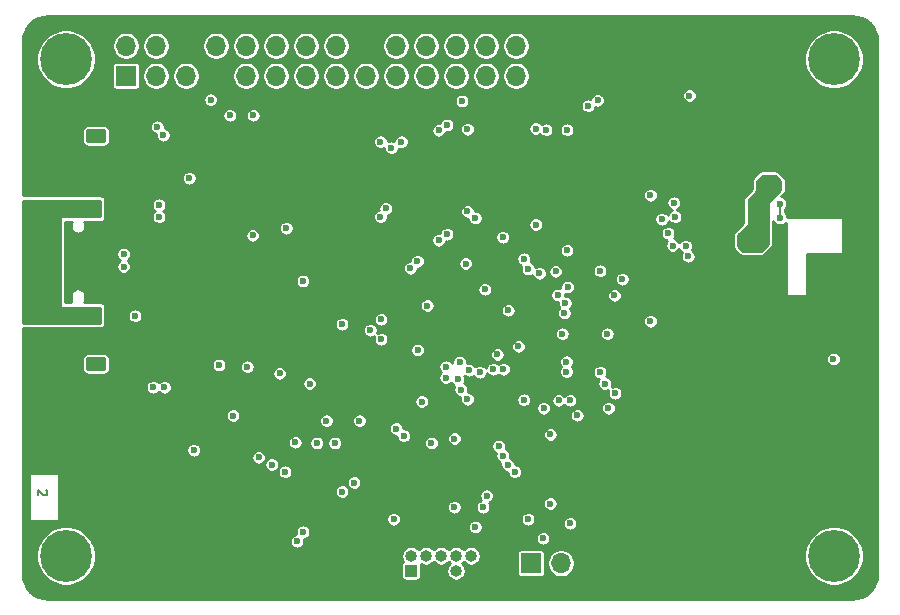
<source format=gbr>
%TF.GenerationSoftware,KiCad,Pcbnew,5.1.5+dfsg1-2build2*%
%TF.CreationDate,2020-11-12T15:53:12+01:00*%
%TF.ProjectId,tardigrade,74617264-6967-4726-9164-652e6b696361,V1.1*%
%TF.SameCoordinates,Original*%
%TF.FileFunction,Copper,L2,Inr*%
%TF.FilePolarity,Positive*%
%FSLAX46Y46*%
G04 Gerber Fmt 4.6, Leading zero omitted, Abs format (unit mm)*
G04 Created by KiCad (PCBNEW 5.1.5+dfsg1-2build2) date 2020-11-12 15:53:12*
%MOMM*%
%LPD*%
G04 APERTURE LIST*
%TA.AperFunction,NonConductor*%
%ADD10C,0.150000*%
%TD*%
%TA.AperFunction,ViaPad*%
%ADD11O,1.700000X1.700000*%
%TD*%
%TA.AperFunction,ViaPad*%
%ADD12R,1.700000X1.700000*%
%TD*%
%TA.AperFunction,ViaPad*%
%ADD13O,1.000000X1.000000*%
%TD*%
%TA.AperFunction,ViaPad*%
%ADD14R,1.000000X1.000000*%
%TD*%
%TA.AperFunction,ViaPad*%
%ADD15O,2.000000X1.000000*%
%TD*%
%TA.AperFunction,ViaPad*%
%ADD16O,2.300000X1.000000*%
%TD*%
%TA.AperFunction,ViaPad*%
%ADD17O,1.750000X1.200000*%
%TD*%
%TA.AperFunction,ViaPad*%
%ADD18C,0.100000*%
%TD*%
%TA.AperFunction,ViaPad*%
%ADD19C,4.400000*%
%TD*%
%TA.AperFunction,ViaPad*%
%ADD20C,0.600000*%
%TD*%
%TA.AperFunction,Conductor*%
%ADD21C,0.177800*%
%TD*%
%TA.AperFunction,Conductor*%
%ADD22C,0.254000*%
%TD*%
G04 APERTURE END LIST*
D10*
X109912604Y-60401228D02*
X109950700Y-60439323D01*
X109988795Y-60515514D01*
X109988795Y-60705990D01*
X109950700Y-60782180D01*
X109912604Y-60820276D01*
X109836414Y-60858371D01*
X109760223Y-60858371D01*
X109645938Y-60820276D01*
X109188795Y-60363133D01*
X109188795Y-60858371D01*
D11*
%TO.N,MCU_USB0_DP*%
%TO.C,J9*%
X149682700Y-22783800D03*
%TO.N,MCU_USB0_DN*%
X149682700Y-25323800D03*
%TO.N,MCU_UART_TX*%
X147142700Y-22783800D03*
%TO.N,MCU_UART_RX*%
X147142700Y-25323800D03*
%TO.N,MCU_PIO0_16*%
X144602700Y-22783800D03*
%TO.N,MCU_PIO0_4*%
X144602700Y-25323800D03*
%TO.N,MCU_PIO0_23*%
X142062700Y-22783800D03*
%TO.N,MCU_PIO0_21*%
X142062700Y-25323800D03*
%TO.N,MCU_PIO0_31*%
X139522700Y-22783800D03*
%TO.N,MCU_PIO0_15*%
X139522700Y-25323800D03*
%TO.N,BQ_AVSS*%
X136982700Y-22783800D03*
%TO.N,MCU_PIO0_26*%
X136982700Y-25323800D03*
%TO.N,MCU_PIO0_24*%
X134442700Y-22783800D03*
%TO.N,MCU_PIO1_1*%
X134442700Y-25323800D03*
%TO.N,MCU_PIO1_3*%
X131902700Y-22783800D03*
%TO.N,MCU_PIO0_18*%
X131902700Y-25323800D03*
%TO.N,MCU_PIO1_2*%
X129362700Y-22783800D03*
%TO.N,MCU_PIO0_9*%
X129362700Y-25323800D03*
%TO.N,MCU_PIO0_8*%
X126822700Y-22783800D03*
%TO.N,MCU_PIO0_0*%
X126822700Y-25323800D03*
%TO.N,MCU_PIO0_27*%
X124282700Y-22783800D03*
%TO.N,BQ_AVSS*%
X124282700Y-25323800D03*
X121742700Y-22783800D03*
%TO.N,VBAT_OK*%
X121742700Y-25323800D03*
%TO.N,EXT_VBAT*%
X119202700Y-22783800D03*
%TO.N,EXT_VIN*%
X119202700Y-25323800D03*
%TO.N,MCU_VBAT_PMU*%
X116662700Y-22783800D03*
D12*
%TO.N,VBUS*%
X116662700Y-25323800D03*
%TD*%
D11*
%TO.N,BQ_AVSS*%
%TO.C,J8*%
X156032700Y-66598800D03*
%TO.N,MCU_UART_RX*%
X153492700Y-66598800D03*
D12*
%TO.N,MCU_UART_TX*%
X150952700Y-66598800D03*
%TD*%
D13*
%TO.N,MCU_RESET*%
%TO.C,J7*%
X145872700Y-65963800D03*
%TO.N,BQ_AVSS*%
X145872700Y-67233800D03*
%TO.N,Net-(J7-Pad8)*%
X144602700Y-65963800D03*
%TO.N,MCU_ISP_MODE*%
X144602700Y-67233800D03*
%TO.N,MCU_SWO*%
X143332700Y-65963800D03*
%TO.N,BQ_AVSS*%
X143332700Y-67233800D03*
%TO.N,MCU_SWDCLK*%
X142062700Y-65963800D03*
%TO.N,BQ_AVSS*%
X142062700Y-67233800D03*
%TO.N,MCU_SWDIO*%
X140792700Y-65963800D03*
D14*
%TO.N,MCU_VBAT_PMU*%
X140792700Y-67233800D03*
%TD*%
D15*
%TO.N,Net-(FB2-Pad1)*%
%TO.C,J6*%
X113316200Y-45391800D03*
X113316200Y-36751800D03*
D16*
X109491200Y-36751800D03*
X109491200Y-45391800D03*
%TD*%
D17*
%TO.N,BQ_AVSS*%
%TO.C,J2*%
X114122700Y-51707800D03*
%TA.AperFunction,ViaPad*%
D18*
%TO.N,Net-(C3-Pad1)*%
G36*
X114772205Y-49109004D02*
G01*
X114796473Y-49112604D01*
X114820272Y-49118565D01*
X114843371Y-49126830D01*
X114865550Y-49137320D01*
X114886593Y-49149932D01*
X114906299Y-49164547D01*
X114924477Y-49181023D01*
X114940953Y-49199201D01*
X114955568Y-49218907D01*
X114968180Y-49239950D01*
X114978670Y-49262129D01*
X114986935Y-49285228D01*
X114992896Y-49309027D01*
X114996496Y-49333295D01*
X114997700Y-49357799D01*
X114997700Y-50057801D01*
X114996496Y-50082305D01*
X114992896Y-50106573D01*
X114986935Y-50130372D01*
X114978670Y-50153471D01*
X114968180Y-50175650D01*
X114955568Y-50196693D01*
X114940953Y-50216399D01*
X114924477Y-50234577D01*
X114906299Y-50251053D01*
X114886593Y-50265668D01*
X114865550Y-50278280D01*
X114843371Y-50288770D01*
X114820272Y-50297035D01*
X114796473Y-50302996D01*
X114772205Y-50306596D01*
X114747701Y-50307800D01*
X113497699Y-50307800D01*
X113473195Y-50306596D01*
X113448927Y-50302996D01*
X113425128Y-50297035D01*
X113402029Y-50288770D01*
X113379850Y-50278280D01*
X113358807Y-50265668D01*
X113339101Y-50251053D01*
X113320923Y-50234577D01*
X113304447Y-50216399D01*
X113289832Y-50196693D01*
X113277220Y-50175650D01*
X113266730Y-50153471D01*
X113258465Y-50130372D01*
X113252504Y-50106573D01*
X113248904Y-50082305D01*
X113247700Y-50057801D01*
X113247700Y-49357799D01*
X113248904Y-49333295D01*
X113252504Y-49309027D01*
X113258465Y-49285228D01*
X113266730Y-49262129D01*
X113277220Y-49239950D01*
X113289832Y-49218907D01*
X113304447Y-49199201D01*
X113320923Y-49181023D01*
X113339101Y-49164547D01*
X113358807Y-49149932D01*
X113379850Y-49137320D01*
X113402029Y-49126830D01*
X113425128Y-49118565D01*
X113448927Y-49112604D01*
X113473195Y-49109004D01*
X113497699Y-49107800D01*
X114747701Y-49107800D01*
X114772205Y-49109004D01*
G37*
%TD.AperFunction*%
%TD*%
%TA.AperFunction,ViaPad*%
%TO.N,EXT_VIN*%
%TO.C,J1*%
G36*
X114772205Y-29805004D02*
G01*
X114796473Y-29808604D01*
X114820272Y-29814565D01*
X114843371Y-29822830D01*
X114865550Y-29833320D01*
X114886593Y-29845932D01*
X114906299Y-29860547D01*
X114924477Y-29877023D01*
X114940953Y-29895201D01*
X114955568Y-29914907D01*
X114968180Y-29935950D01*
X114978670Y-29958129D01*
X114986935Y-29981228D01*
X114992896Y-30005027D01*
X114996496Y-30029295D01*
X114997700Y-30053799D01*
X114997700Y-30753801D01*
X114996496Y-30778305D01*
X114992896Y-30802573D01*
X114986935Y-30826372D01*
X114978670Y-30849471D01*
X114968180Y-30871650D01*
X114955568Y-30892693D01*
X114940953Y-30912399D01*
X114924477Y-30930577D01*
X114906299Y-30947053D01*
X114886593Y-30961668D01*
X114865550Y-30974280D01*
X114843371Y-30984770D01*
X114820272Y-30993035D01*
X114796473Y-30998996D01*
X114772205Y-31002596D01*
X114747701Y-31003800D01*
X113497699Y-31003800D01*
X113473195Y-31002596D01*
X113448927Y-30998996D01*
X113425128Y-30993035D01*
X113402029Y-30984770D01*
X113379850Y-30974280D01*
X113358807Y-30961668D01*
X113339101Y-30947053D01*
X113320923Y-30930577D01*
X113304447Y-30912399D01*
X113289832Y-30892693D01*
X113277220Y-30871650D01*
X113266730Y-30849471D01*
X113258465Y-30826372D01*
X113252504Y-30802573D01*
X113248904Y-30778305D01*
X113247700Y-30753801D01*
X113247700Y-30053799D01*
X113248904Y-30029295D01*
X113252504Y-30005027D01*
X113258465Y-29981228D01*
X113266730Y-29958129D01*
X113277220Y-29935950D01*
X113289832Y-29914907D01*
X113304447Y-29895201D01*
X113320923Y-29877023D01*
X113339101Y-29860547D01*
X113358807Y-29845932D01*
X113379850Y-29833320D01*
X113402029Y-29822830D01*
X113425128Y-29814565D01*
X113448927Y-29808604D01*
X113473195Y-29805004D01*
X113497699Y-29803800D01*
X114747701Y-29803800D01*
X114772205Y-29805004D01*
G37*
%TD.AperFunction*%
D17*
%TO.N,BQ_AVSS*%
X114122700Y-32403800D03*
%TD*%
D19*
%TO.N,N/C*%
%TO.C,H4*%
X111582700Y-23926800D03*
%TD*%
%TO.N,N/C*%
%TO.C,H3*%
X176606700Y-23926800D03*
%TD*%
%TO.N,N/C*%
%TO.C,H2*%
X111582700Y-65963800D03*
%TD*%
%TO.N,N/C*%
%TO.C,H1*%
X176606700Y-65963800D03*
%TD*%
D20*
%TO.N,Net-(C8-Pad1)*%
X119812300Y-30353000D03*
X119304300Y-29641800D03*
X118948700Y-51689000D03*
X119913900Y-51689000D03*
X119456700Y-36245800D03*
X119456700Y-37261800D03*
%TO.N,VBUS*%
X117424700Y-45643800D03*
X142164300Y-44780200D03*
%TO.N,SX1262_DIO3*%
X172034700Y-37363400D03*
X172034700Y-36144200D03*
%TO.N,SX1262_SCK*%
X164059100Y-39751000D03*
X153848300Y-44561197D03*
%TO.N,SX1262_NSS*%
X164262300Y-40614600D03*
X153772100Y-45415200D03*
%TO.N,VBAT_OK*%
X122012700Y-33994600D03*
%TO.N,MCU_SWDIO*%
X148097209Y-48922148D03*
X147193500Y-60883800D03*
%TO.N,MCU_SWDCLK*%
X146618899Y-50424682D03*
X146888700Y-61849000D03*
%TO.N,MCU_PIO0_16*%
X153035500Y-41884600D03*
X152222700Y-29895800D03*
%TO.N,MCU_PIO0_23*%
X151359100Y-37922200D03*
X151359100Y-29794200D03*
%TO.N,MCU_PIO0_15*%
X145567900Y-36804600D03*
X145567900Y-29845000D03*
%TO.N,MCU_PIO0_31*%
X146228300Y-37363400D03*
X145110700Y-27457400D03*
%TO.N,MCU_SWO*%
X146228300Y-63525400D03*
X145720300Y-50266600D03*
%TO.N,MCU_RESET*%
X145415500Y-41224200D03*
X154000700Y-40106600D03*
X154000700Y-29895800D03*
X131640800Y-42697400D03*
X131648700Y-63931800D03*
%TO.N,MCU_USB1_DP*%
X141337881Y-41017143D03*
X116459500Y-40411400D03*
%TO.N,MCU_USB1_DN*%
X140736839Y-41618185D03*
X116459500Y-41478200D03*
%TO.N,GNSS_PPS*%
X127889500Y-57632600D03*
X148565100Y-57480200D03*
%TO.N,MCU_PIO0_9*%
X143739100Y-49961800D03*
X129667500Y-50520600D03*
%TO.N,MCU_PIO0_18*%
X143739100Y-50876200D03*
X132207500Y-51384200D03*
%TO.N,MCU_PIO1_1*%
X133629900Y-54533800D03*
%TO.N,MCU_PIO1_2*%
X139522700Y-55194200D03*
X130988300Y-56362600D03*
%TO.N,MCU_PIO1_3*%
X140183100Y-55803800D03*
X132817100Y-56413400D03*
%TO.N,SX1262_DIO1*%
X156794700Y-41833800D03*
X163043100Y-36072100D03*
X156794700Y-50419000D03*
X144755100Y-51028600D03*
%TO.N,SX1262_BUSY*%
X162027100Y-37465000D03*
X154051500Y-43205400D03*
%TO.N,SX1262_MOSI*%
X158013900Y-43916600D03*
X162941500Y-39700200D03*
X157201100Y-51384200D03*
X145009100Y-51892200D03*
%TO.N,SX1262_MISO*%
X158674300Y-42545000D03*
X162554818Y-38653118D03*
X145567900Y-52705000D03*
X158064700Y-52197000D03*
%TO.N,MCU_PIO0_21*%
X147752300Y-50165000D03*
%TO.N,SX1262_NRESET*%
X163144700Y-37261800D03*
X153213300Y-43891200D03*
%TO.N,GNSS_RX*%
X148971500Y-58242200D03*
X129007100Y-58242200D03*
%TO.N,GNSS_TX*%
X149581100Y-58851800D03*
X130124700Y-58851800D03*
%TO.N,GNSS_NRESET*%
X122403100Y-57023000D03*
X148209500Y-56667400D03*
%TO.N,MCU_ISP_MODE*%
X157404300Y-47167800D03*
X164363900Y-27000200D03*
X153594300Y-47167800D03*
X151968700Y-64490600D03*
%TO.N,LORA_ANT_SW*%
X152019500Y-53467000D03*
X157505900Y-53467000D03*
X176555900Y-49301400D03*
%TO.N,MCU_UART_RX*%
X155778700Y-27863800D03*
X153289500Y-52806600D03*
%TO.N,MCU_UART_TX*%
X156591500Y-27406600D03*
X154254700Y-52806600D03*
X154254700Y-63220600D03*
%TO.N,MCU_USB0_DP*%
X153949900Y-50386800D03*
%TO.N,SX1262_DIO2*%
X161061900Y-46101000D03*
X161061900Y-35433000D03*
%TO.N,BQ_AVSS*%
X175717700Y-53898800D03*
X170637700Y-55803800D03*
X173177700Y-55803800D03*
X172542700Y-47548800D03*
X171272700Y-49453800D03*
X159842700Y-29641800D03*
X159842700Y-30657800D03*
X159842700Y-32435800D03*
X159842700Y-35483800D03*
X159842700Y-36499800D03*
X159842700Y-37769800D03*
X159842700Y-47421800D03*
X159842700Y-48437800D03*
X159842700Y-49707800D03*
X159842700Y-50723800D03*
X159842700Y-54279800D03*
X159842700Y-55295800D03*
X159842700Y-56565800D03*
X159842700Y-57581800D03*
X160858700Y-57581800D03*
X162128700Y-57581800D03*
X163398700Y-57581800D03*
X164668700Y-57581800D03*
X167462700Y-57581800D03*
X168986700Y-57581800D03*
X170510700Y-57581800D03*
X173558700Y-57581800D03*
X174574700Y-57581800D03*
X175590700Y-57581800D03*
X178130700Y-54533800D03*
X178130700Y-53517800D03*
X178130700Y-50215800D03*
X178130700Y-44627800D03*
X178130700Y-43611800D03*
X178130700Y-42595800D03*
X178130700Y-41579800D03*
X178130700Y-38785800D03*
X178130700Y-37769800D03*
X178130700Y-36753800D03*
X178130700Y-35737800D03*
X178130700Y-31673800D03*
X178130700Y-30657800D03*
X178130700Y-29641800D03*
X176352700Y-28625800D03*
X175082700Y-28625800D03*
X173558700Y-28625800D03*
X170256700Y-28625800D03*
X168986700Y-28625800D03*
X167462700Y-28625800D03*
X163906700Y-28625800D03*
X161874700Y-28625800D03*
X160858700Y-28625800D03*
X159842700Y-28625800D03*
X172034700Y-60883800D03*
X173812700Y-59359800D03*
X161366700Y-59359800D03*
X171272700Y-59359800D03*
X168224700Y-59359800D03*
X167462700Y-60375800D03*
X167462700Y-61645800D03*
X164668700Y-61137800D03*
X164668700Y-59359800D03*
X169240700Y-46659800D03*
X167970700Y-48691800D03*
X167970700Y-47421800D03*
X165430700Y-47167800D03*
X165430700Y-49707800D03*
X164668700Y-56565800D03*
X167208700Y-56565800D03*
X167208700Y-55041800D03*
X164668700Y-55041800D03*
X170002700Y-54279800D03*
X173558700Y-53263800D03*
X175590700Y-51231800D03*
X174574700Y-50215800D03*
X172542700Y-51993800D03*
X170002700Y-51993800D03*
X135712700Y-65963800D03*
X125997200Y-40627300D03*
X125171700Y-41008300D03*
X123203200Y-31419800D03*
X122314200Y-31927800D03*
X124028700Y-31927800D03*
X146761700Y-45961300D03*
X144983700Y-45961300D03*
X144983700Y-47866300D03*
X146825200Y-47802800D03*
X147714200Y-46913800D03*
X146761700Y-46913800D03*
X145872700Y-45072300D03*
X145872700Y-45961300D03*
X144031200Y-46913800D03*
X144983700Y-46913800D03*
X145872700Y-48755300D03*
X145872700Y-47802800D03*
X145872700Y-46913800D03*
X166256200Y-38277800D03*
X167145200Y-38277800D03*
X167145200Y-37388800D03*
X166256200Y-37388800D03*
X165303700Y-38277800D03*
X165303700Y-37388800D03*
X165303700Y-36499800D03*
X166256200Y-36499800D03*
X167145200Y-36499800D03*
X168377100Y-56007000D03*
X162738300Y-55905400D03*
X161417500Y-54127400D03*
X161417500Y-52806600D03*
X161417500Y-51587400D03*
X162585900Y-49961800D03*
X161976300Y-48133000D03*
X164414700Y-45796200D03*
X167361100Y-33451800D03*
X163754300Y-34620200D03*
X151359100Y-46507400D03*
X164363900Y-43815000D03*
X162077900Y-43916600D03*
X172034700Y-41681400D03*
X174473100Y-46609000D03*
X150393900Y-28930600D03*
X144704300Y-37871400D03*
X141910300Y-39141400D03*
X137338300Y-40767000D03*
X117805700Y-59613800D03*
X116345200Y-57200800D03*
X122758700Y-63677800D03*
X124536700Y-63423800D03*
X118440700Y-62153800D03*
X119964700Y-62153800D03*
X117932700Y-63169800D03*
X117932700Y-64693800D03*
X113614700Y-63423800D03*
X114630700Y-62153800D03*
X113868700Y-59613800D03*
X112344700Y-59613800D03*
X113614700Y-56311800D03*
X112852700Y-53263800D03*
X116408700Y-53263800D03*
X116408700Y-49199800D03*
X111582700Y-47167800D03*
X109804700Y-48945800D03*
X109550700Y-52247800D03*
X109550700Y-56311800D03*
X118440700Y-47929800D03*
X120472700Y-47929800D03*
X118440700Y-50469800D03*
X120472700Y-50469800D03*
X121742700Y-54787800D03*
X123012700Y-54787800D03*
X137236700Y-32689800D03*
X137236700Y-35991800D03*
X141046700Y-32689800D03*
X141046700Y-34213800D03*
X144856700Y-32689800D03*
X146888700Y-29641800D03*
X146888700Y-32689800D03*
X148666700Y-29641800D03*
X148666700Y-32689800D03*
X148666700Y-36753800D03*
X148666700Y-34721800D03*
X146888700Y-34721800D03*
X150698700Y-32689800D03*
X150698700Y-34721800D03*
X150698700Y-36753800D03*
X152984700Y-39293800D03*
X152984700Y-36753800D03*
X152984700Y-34721800D03*
X152984700Y-32689800D03*
X156794700Y-34721800D03*
X156794700Y-36753800D03*
X156794700Y-39547800D03*
X158318700Y-38531800D03*
X158318700Y-35991800D03*
X118440700Y-43103800D03*
X120726700Y-41833800D03*
X120218700Y-44119800D03*
X118440700Y-39293800D03*
X118440700Y-35229800D03*
X118440700Y-31419800D03*
X120472700Y-32689800D03*
X120472700Y-35229800D03*
X120472700Y-38277800D03*
X121742700Y-38785800D03*
X122758700Y-35483800D03*
X127330700Y-32689800D03*
X127330700Y-34213800D03*
X127838700Y-36245800D03*
X128600700Y-28625800D03*
X130124700Y-28879800D03*
X135458700Y-28879800D03*
X120472700Y-27609800D03*
X117932700Y-28879800D03*
X115900700Y-27609800D03*
X114376700Y-28879800D03*
X115900700Y-31927800D03*
X115900700Y-34721800D03*
X115900700Y-37007800D03*
X128600700Y-32689800D03*
X128600700Y-35229800D03*
X130124700Y-32689800D03*
X130124700Y-35991800D03*
X135204700Y-38023800D03*
X135204700Y-35991800D03*
X135204700Y-32689800D03*
X125806700Y-33451800D03*
X128346700Y-42087800D03*
X130124700Y-42087800D03*
X130124700Y-44119800D03*
X130124700Y-45643800D03*
X128346700Y-45643800D03*
X125552700Y-45897800D03*
X124028700Y-47421800D03*
X125806700Y-49199800D03*
X127584700Y-49199800D03*
X128346700Y-47167800D03*
X130124700Y-49199800D03*
X124790700Y-54787800D03*
X124790700Y-56311800D03*
X126822700Y-56311800D03*
X126822700Y-54787800D03*
X126822700Y-58089800D03*
X124790700Y-58089800D03*
X124790700Y-60121800D03*
X127838700Y-60121800D03*
X130886700Y-60121800D03*
X132410700Y-60121800D03*
X132410700Y-61899800D03*
X134188700Y-59613800D03*
X127838700Y-64185800D03*
X122250700Y-66471800D03*
X131394700Y-66471800D03*
X132918700Y-65201800D03*
X138506700Y-64693800D03*
X139268700Y-67741800D03*
X137744700Y-67741800D03*
X133934700Y-61899800D03*
X138252700Y-59613800D03*
X140030700Y-60883800D03*
X143586700Y-60883800D03*
X142062700Y-59613800D03*
X145364700Y-59613800D03*
X147904700Y-59613800D03*
X148158700Y-61899800D03*
X151206700Y-59613800D03*
X149936700Y-61391800D03*
X141554700Y-55803800D03*
X140411700Y-59613800D03*
X143586700Y-55295800D03*
X147904700Y-55295800D03*
X150444700Y-56057800D03*
X150444700Y-57581800D03*
X151206700Y-56819800D03*
X155016700Y-56819800D03*
X155016700Y-55549800D03*
X155016700Y-59613800D03*
X155016700Y-62407800D03*
X154000700Y-64439800D03*
X152222700Y-65455800D03*
X142062700Y-61137800D03*
X148158700Y-63677800D03*
X147396700Y-65963800D03*
X148412700Y-67487800D03*
X158064700Y-66725800D03*
X159842700Y-64947800D03*
X161620700Y-63423800D03*
X163906700Y-63423800D03*
X161366700Y-66217800D03*
X163398700Y-65709800D03*
X159334700Y-68249800D03*
X169494700Y-66725800D03*
X170002700Y-62661800D03*
X172288700Y-64439800D03*
X135712700Y-53263800D03*
X135712700Y-51739800D03*
X137236700Y-53263800D03*
X137490700Y-28879800D03*
X139776700Y-28879800D03*
X141808700Y-28879800D03*
X144348700Y-28625800D03*
X138760700Y-27101800D03*
X152476700Y-28625800D03*
X151460700Y-26847800D03*
X151968700Y-23291800D03*
X156794700Y-26085800D03*
X157048700Y-29895800D03*
X158572700Y-31419800D03*
X158572700Y-24053800D03*
X158572700Y-22275800D03*
X162890700Y-25069800D03*
X164414700Y-25831800D03*
X160604700Y-26085800D03*
X170002700Y-22275800D03*
X170002700Y-24053800D03*
X175590700Y-61645800D03*
X177622700Y-59359800D03*
X176860700Y-56311800D03*
X166700700Y-44373800D03*
X164160700Y-42595800D03*
X175082700Y-43611800D03*
X176860700Y-44881800D03*
X172796700Y-35483800D03*
X174828700Y-35483800D03*
X176860700Y-35483800D03*
X172796700Y-33959800D03*
X172796700Y-32181800D03*
X172796700Y-29895800D03*
X174320700Y-33451800D03*
X175590700Y-31673800D03*
X176606700Y-30149800D03*
X164668700Y-62407800D03*
X158064700Y-59359800D03*
X177876700Y-28625800D03*
X149428700Y-44272200D03*
X145110700Y-43357800D03*
X143332700Y-45135800D03*
X141554700Y-46913800D03*
X109042700Y-68503800D03*
X129362700Y-68503800D03*
X172542700Y-68503800D03*
X121742700Y-68503800D03*
X164922700Y-68503800D03*
X109042700Y-32943800D03*
X109042700Y-27863800D03*
X152222700Y-21513800D03*
X138252700Y-21513800D03*
X123012700Y-21513800D03*
X163652700Y-21513800D03*
X173812700Y-21513800D03*
X179527700Y-26593800D03*
X179527700Y-33578800D03*
X179527700Y-39928800D03*
X179527700Y-46278800D03*
X179527700Y-59613800D03*
X179527700Y-65963800D03*
X124638300Y-35483800D03*
X145415500Y-55295800D03*
%TO.N,MCU_USB0_DN*%
X153949900Y-49536800D03*
%TO.N,MCU_VBAT_PMU*%
X144907500Y-49555400D03*
X149885900Y-48234600D03*
X147041100Y-43408600D03*
X149022300Y-45186600D03*
X123825500Y-27355800D03*
X171831500Y-34366200D03*
X170358300Y-34366200D03*
X171120300Y-34874200D03*
X169494700Y-39801800D03*
X168681900Y-39243000D03*
X169494700Y-38430200D03*
X138201900Y-30911800D03*
X139116300Y-31419800D03*
X139979900Y-30911800D03*
X148565100Y-38989000D03*
X150343100Y-40817800D03*
X150698700Y-41681400D03*
X151663900Y-42037000D03*
X150343100Y-52755800D03*
X141707100Y-52908200D03*
X134950700Y-60528200D03*
X139319500Y-62865000D03*
X150698700Y-62865000D03*
X124536700Y-49809400D03*
X138659100Y-36550600D03*
X138201900Y-37261800D03*
X138252700Y-45948600D03*
X137338300Y-46863000D03*
X138252700Y-47625000D03*
X134950700Y-46355000D03*
X154864300Y-54076600D03*
%TO.N,MCU_PIO0_8*%
X143840700Y-38735000D03*
X143840700Y-29489400D03*
X127432300Y-28676600D03*
%TO.N,MCU_PIO0_27*%
X143129500Y-39243000D03*
X143129500Y-29946600D03*
X125451100Y-28676600D03*
%TO.N,MCU_PIO0_0*%
X141351500Y-48539400D03*
X126924300Y-49961800D03*
%TO.N,MCU_PIO0_26*%
X136423900Y-54533800D03*
%TO.N,MCU_PIO0_24*%
X134341100Y-56413400D03*
X142519900Y-56413400D03*
%TO.N,SE_SDA*%
X144466972Y-56041128D03*
X144450300Y-61849000D03*
%TO.N,MCU_PIO0_4*%
X148615900Y-50165000D03*
%TO.N,SE_SCL*%
X152578300Y-61544200D03*
X135966700Y-59766200D03*
X152586201Y-55694299D03*
%TO.N,Net-(R11-Pad1)*%
X127381500Y-38836600D03*
X130226300Y-38227000D03*
%TO.N,Net-(U6-Pad6)*%
X125722700Y-54094200D03*
X131140700Y-64744600D03*
%TD*%
D21*
%TO.N,SX1262_DIO3*%
X172034700Y-37363400D02*
X172034700Y-36144200D01*
%TD*%
D22*
%TO.N,MCU_VBAT_PMU*%
G36*
X172060100Y-34266406D02*
G01*
X172060100Y-34973994D01*
X171030497Y-36003597D01*
X171014703Y-36022843D01*
X171002967Y-36044799D01*
X170995740Y-36068624D01*
X170993300Y-36093400D01*
X170993300Y-39545994D01*
X170407294Y-40132000D01*
X168886906Y-40132000D01*
X168504100Y-39749194D01*
X168504100Y-38838406D01*
X169330503Y-38012003D01*
X169346297Y-37992757D01*
X169358033Y-37970801D01*
X169365260Y-37946976D01*
X169367700Y-37922200D01*
X169367700Y-35841206D01*
X170041703Y-35167203D01*
X170057497Y-35147957D01*
X170069233Y-35126001D01*
X170076460Y-35102176D01*
X170078900Y-35077400D01*
X170078900Y-34266406D01*
X170563306Y-33782000D01*
X171575694Y-33782000D01*
X172060100Y-34266406D01*
G37*
X172060100Y-34266406D02*
X172060100Y-34973994D01*
X171030497Y-36003597D01*
X171014703Y-36022843D01*
X171002967Y-36044799D01*
X170995740Y-36068624D01*
X170993300Y-36093400D01*
X170993300Y-39545994D01*
X170407294Y-40132000D01*
X168886906Y-40132000D01*
X168504100Y-39749194D01*
X168504100Y-38838406D01*
X169330503Y-38012003D01*
X169346297Y-37992757D01*
X169358033Y-37970801D01*
X169365260Y-37946976D01*
X169367700Y-37922200D01*
X169367700Y-35841206D01*
X170041703Y-35167203D01*
X170057497Y-35147957D01*
X170069233Y-35126001D01*
X170076460Y-35102176D01*
X170078900Y-35077400D01*
X170078900Y-34266406D01*
X170563306Y-33782000D01*
X171575694Y-33782000D01*
X172060100Y-34266406D01*
%TO.N,Net-(FB2-Pad1)*%
G36*
X114452900Y-37236400D02*
G01*
X111176300Y-37236400D01*
X111151524Y-37238840D01*
X111127699Y-37246067D01*
X111105743Y-37257803D01*
X111086497Y-37273597D01*
X111070703Y-37292843D01*
X111058967Y-37314799D01*
X111051740Y-37338624D01*
X111049300Y-37363400D01*
X111049300Y-44831000D01*
X111051740Y-44855776D01*
X111058967Y-44879601D01*
X111070703Y-44901557D01*
X111086497Y-44920803D01*
X111105743Y-44936597D01*
X111127699Y-44948333D01*
X111151524Y-44955560D01*
X111176300Y-44958000D01*
X114452900Y-44958000D01*
X114452900Y-46228000D01*
X107934200Y-46228000D01*
X107934200Y-35915600D01*
X114452900Y-35915600D01*
X114452900Y-37236400D01*
G37*
X114452900Y-37236400D02*
X111176300Y-37236400D01*
X111151524Y-37238840D01*
X111127699Y-37246067D01*
X111105743Y-37257803D01*
X111086497Y-37273597D01*
X111070703Y-37292843D01*
X111058967Y-37314799D01*
X111051740Y-37338624D01*
X111049300Y-37363400D01*
X111049300Y-44831000D01*
X111051740Y-44855776D01*
X111058967Y-44879601D01*
X111070703Y-44901557D01*
X111086497Y-44920803D01*
X111105743Y-44936597D01*
X111127699Y-44948333D01*
X111151524Y-44955560D01*
X111176300Y-44958000D01*
X114452900Y-44958000D01*
X114452900Y-46228000D01*
X107934200Y-46228000D01*
X107934200Y-35915600D01*
X114452900Y-35915600D01*
X114452900Y-37236400D01*
%TO.N,BQ_AVSS*%
G36*
X178543020Y-20320417D02*
G01*
X178939645Y-20440165D01*
X179305443Y-20634663D01*
X179626507Y-20896515D01*
X179890593Y-21215742D01*
X180087641Y-21580175D01*
X180210154Y-21975948D01*
X180255200Y-22404533D01*
X180255201Y-67470574D01*
X180213083Y-67900125D01*
X180093335Y-68296745D01*
X179898837Y-68662543D01*
X179636982Y-68983610D01*
X179317762Y-69247691D01*
X178953325Y-69444741D01*
X178557552Y-69567254D01*
X178128968Y-69612300D01*
X110075916Y-69612300D01*
X109646375Y-69570183D01*
X109249755Y-69450435D01*
X108883957Y-69255937D01*
X108562890Y-68994082D01*
X108298809Y-68674862D01*
X108101759Y-68310425D01*
X107979246Y-67914652D01*
X107934200Y-67486068D01*
X107934200Y-65714912D01*
X109055700Y-65714912D01*
X109055700Y-66212688D01*
X109152811Y-66700899D01*
X109343302Y-67160783D01*
X109619851Y-67574669D01*
X109971831Y-67926649D01*
X110385717Y-68203198D01*
X110845601Y-68393689D01*
X111333812Y-68490800D01*
X111831588Y-68490800D01*
X112319799Y-68393689D01*
X112779683Y-68203198D01*
X113193569Y-67926649D01*
X113545549Y-67574669D01*
X113822098Y-67160783D01*
X113998960Y-66733800D01*
X139964118Y-66733800D01*
X139964118Y-67733800D01*
X139970432Y-67797903D01*
X139989130Y-67859543D01*
X140019494Y-67916350D01*
X140060357Y-67966143D01*
X140110150Y-68007006D01*
X140166957Y-68037370D01*
X140228597Y-68056068D01*
X140292700Y-68062382D01*
X141292700Y-68062382D01*
X141356803Y-68056068D01*
X141418443Y-68037370D01*
X141475250Y-68007006D01*
X141525043Y-67966143D01*
X141565906Y-67916350D01*
X141596270Y-67859543D01*
X141614968Y-67797903D01*
X141621282Y-67733800D01*
X141621282Y-66733800D01*
X141614968Y-66669697D01*
X141610997Y-66656605D01*
X141670969Y-66696677D01*
X141821473Y-66759018D01*
X141981248Y-66790800D01*
X142144152Y-66790800D01*
X142303927Y-66759018D01*
X142454431Y-66696677D01*
X142589881Y-66606172D01*
X142697700Y-66498353D01*
X142805519Y-66606172D01*
X142940969Y-66696677D01*
X143091473Y-66759018D01*
X143251248Y-66790800D01*
X143414152Y-66790800D01*
X143573927Y-66759018D01*
X143724431Y-66696677D01*
X143859881Y-66606172D01*
X143967700Y-66498353D01*
X144068147Y-66598800D01*
X143960328Y-66706619D01*
X143869823Y-66842069D01*
X143807482Y-66992573D01*
X143775700Y-67152348D01*
X143775700Y-67315252D01*
X143807482Y-67475027D01*
X143869823Y-67625531D01*
X143960328Y-67760981D01*
X144075519Y-67876172D01*
X144210969Y-67966677D01*
X144361473Y-68029018D01*
X144521248Y-68060800D01*
X144684152Y-68060800D01*
X144843927Y-68029018D01*
X144994431Y-67966677D01*
X145129881Y-67876172D01*
X145245072Y-67760981D01*
X145335577Y-67625531D01*
X145397918Y-67475027D01*
X145429700Y-67315252D01*
X145429700Y-67152348D01*
X145397918Y-66992573D01*
X145335577Y-66842069D01*
X145245072Y-66706619D01*
X145137253Y-66598800D01*
X145237700Y-66498353D01*
X145345519Y-66606172D01*
X145480969Y-66696677D01*
X145631473Y-66759018D01*
X145791248Y-66790800D01*
X145954152Y-66790800D01*
X146113927Y-66759018D01*
X146264431Y-66696677D01*
X146399881Y-66606172D01*
X146515072Y-66490981D01*
X146605577Y-66355531D01*
X146667918Y-66205027D01*
X146699700Y-66045252D01*
X146699700Y-65882348D01*
X146673136Y-65748800D01*
X149774118Y-65748800D01*
X149774118Y-67448800D01*
X149780432Y-67512903D01*
X149799130Y-67574543D01*
X149829494Y-67631350D01*
X149870357Y-67681143D01*
X149920150Y-67722006D01*
X149976957Y-67752370D01*
X150038597Y-67771068D01*
X150102700Y-67777382D01*
X151802700Y-67777382D01*
X151866803Y-67771068D01*
X151928443Y-67752370D01*
X151985250Y-67722006D01*
X152035043Y-67681143D01*
X152075906Y-67631350D01*
X152106270Y-67574543D01*
X152124968Y-67512903D01*
X152131282Y-67448800D01*
X152131282Y-66482876D01*
X152315700Y-66482876D01*
X152315700Y-66714724D01*
X152360931Y-66942118D01*
X152449656Y-67156319D01*
X152578464Y-67349094D01*
X152742406Y-67513036D01*
X152935181Y-67641844D01*
X153149382Y-67730569D01*
X153376776Y-67775800D01*
X153608624Y-67775800D01*
X153836018Y-67730569D01*
X154050219Y-67641844D01*
X154242994Y-67513036D01*
X154406936Y-67349094D01*
X154535744Y-67156319D01*
X154624469Y-66942118D01*
X154669700Y-66714724D01*
X154669700Y-66482876D01*
X154624469Y-66255482D01*
X154535744Y-66041281D01*
X154406936Y-65848506D01*
X154273342Y-65714912D01*
X174079700Y-65714912D01*
X174079700Y-66212688D01*
X174176811Y-66700899D01*
X174367302Y-67160783D01*
X174643851Y-67574669D01*
X174995831Y-67926649D01*
X175409717Y-68203198D01*
X175869601Y-68393689D01*
X176357812Y-68490800D01*
X176855588Y-68490800D01*
X177343799Y-68393689D01*
X177803683Y-68203198D01*
X178217569Y-67926649D01*
X178569549Y-67574669D01*
X178846098Y-67160783D01*
X179036589Y-66700899D01*
X179133700Y-66212688D01*
X179133700Y-65714912D01*
X179036589Y-65226701D01*
X178846098Y-64766817D01*
X178569549Y-64352931D01*
X178217569Y-64000951D01*
X177803683Y-63724402D01*
X177343799Y-63533911D01*
X176855588Y-63436800D01*
X176357812Y-63436800D01*
X175869601Y-63533911D01*
X175409717Y-63724402D01*
X174995831Y-64000951D01*
X174643851Y-64352931D01*
X174367302Y-64766817D01*
X174176811Y-65226701D01*
X174079700Y-65714912D01*
X154273342Y-65714912D01*
X154242994Y-65684564D01*
X154050219Y-65555756D01*
X153836018Y-65467031D01*
X153608624Y-65421800D01*
X153376776Y-65421800D01*
X153149382Y-65467031D01*
X152935181Y-65555756D01*
X152742406Y-65684564D01*
X152578464Y-65848506D01*
X152449656Y-66041281D01*
X152360931Y-66255482D01*
X152315700Y-66482876D01*
X152131282Y-66482876D01*
X152131282Y-65748800D01*
X152124968Y-65684697D01*
X152106270Y-65623057D01*
X152075906Y-65566250D01*
X152035043Y-65516457D01*
X151985250Y-65475594D01*
X151928443Y-65445230D01*
X151866803Y-65426532D01*
X151802700Y-65420218D01*
X150102700Y-65420218D01*
X150038597Y-65426532D01*
X149976957Y-65445230D01*
X149920150Y-65475594D01*
X149870357Y-65516457D01*
X149829494Y-65566250D01*
X149799130Y-65623057D01*
X149780432Y-65684697D01*
X149774118Y-65748800D01*
X146673136Y-65748800D01*
X146667918Y-65722573D01*
X146605577Y-65572069D01*
X146515072Y-65436619D01*
X146399881Y-65321428D01*
X146264431Y-65230923D01*
X146113927Y-65168582D01*
X145954152Y-65136800D01*
X145791248Y-65136800D01*
X145631473Y-65168582D01*
X145480969Y-65230923D01*
X145345519Y-65321428D01*
X145237700Y-65429247D01*
X145129881Y-65321428D01*
X144994431Y-65230923D01*
X144843927Y-65168582D01*
X144684152Y-65136800D01*
X144521248Y-65136800D01*
X144361473Y-65168582D01*
X144210969Y-65230923D01*
X144075519Y-65321428D01*
X143967700Y-65429247D01*
X143859881Y-65321428D01*
X143724431Y-65230923D01*
X143573927Y-65168582D01*
X143414152Y-65136800D01*
X143251248Y-65136800D01*
X143091473Y-65168582D01*
X142940969Y-65230923D01*
X142805519Y-65321428D01*
X142697700Y-65429247D01*
X142589881Y-65321428D01*
X142454431Y-65230923D01*
X142303927Y-65168582D01*
X142144152Y-65136800D01*
X141981248Y-65136800D01*
X141821473Y-65168582D01*
X141670969Y-65230923D01*
X141535519Y-65321428D01*
X141427700Y-65429247D01*
X141319881Y-65321428D01*
X141184431Y-65230923D01*
X141033927Y-65168582D01*
X140874152Y-65136800D01*
X140711248Y-65136800D01*
X140551473Y-65168582D01*
X140400969Y-65230923D01*
X140265519Y-65321428D01*
X140150328Y-65436619D01*
X140059823Y-65572069D01*
X139997482Y-65722573D01*
X139965700Y-65882348D01*
X139965700Y-66045252D01*
X139997482Y-66205027D01*
X140059823Y-66355531D01*
X140124794Y-66452767D01*
X140110150Y-66460594D01*
X140060357Y-66501457D01*
X140019494Y-66551250D01*
X139989130Y-66608057D01*
X139970432Y-66669697D01*
X139964118Y-66733800D01*
X113998960Y-66733800D01*
X114012589Y-66700899D01*
X114109700Y-66212688D01*
X114109700Y-65714912D01*
X114012589Y-65226701D01*
X113822098Y-64766817D01*
X113765991Y-64682846D01*
X130513700Y-64682846D01*
X130513700Y-64806354D01*
X130537795Y-64927489D01*
X130585060Y-65041596D01*
X130653677Y-65144289D01*
X130741011Y-65231623D01*
X130843704Y-65300240D01*
X130957811Y-65347505D01*
X131078946Y-65371600D01*
X131202454Y-65371600D01*
X131323589Y-65347505D01*
X131437696Y-65300240D01*
X131540389Y-65231623D01*
X131627723Y-65144289D01*
X131696340Y-65041596D01*
X131743605Y-64927489D01*
X131767700Y-64806354D01*
X131767700Y-64682846D01*
X131743605Y-64561711D01*
X131739968Y-64552929D01*
X131831589Y-64534705D01*
X131945696Y-64487440D01*
X132033388Y-64428846D01*
X151341700Y-64428846D01*
X151341700Y-64552354D01*
X151365795Y-64673489D01*
X151413060Y-64787596D01*
X151481677Y-64890289D01*
X151569011Y-64977623D01*
X151671704Y-65046240D01*
X151785811Y-65093505D01*
X151906946Y-65117600D01*
X152030454Y-65117600D01*
X152151589Y-65093505D01*
X152265696Y-65046240D01*
X152368389Y-64977623D01*
X152455723Y-64890289D01*
X152524340Y-64787596D01*
X152571605Y-64673489D01*
X152595700Y-64552354D01*
X152595700Y-64428846D01*
X152571605Y-64307711D01*
X152524340Y-64193604D01*
X152455723Y-64090911D01*
X152368389Y-64003577D01*
X152265696Y-63934960D01*
X152151589Y-63887695D01*
X152030454Y-63863600D01*
X151906946Y-63863600D01*
X151785811Y-63887695D01*
X151671704Y-63934960D01*
X151569011Y-64003577D01*
X151481677Y-64090911D01*
X151413060Y-64193604D01*
X151365795Y-64307711D01*
X151341700Y-64428846D01*
X132033388Y-64428846D01*
X132048389Y-64418823D01*
X132135723Y-64331489D01*
X132204340Y-64228796D01*
X132251605Y-64114689D01*
X132275700Y-63993554D01*
X132275700Y-63870046D01*
X132251605Y-63748911D01*
X132204340Y-63634804D01*
X132135723Y-63532111D01*
X132048389Y-63444777D01*
X131945696Y-63376160D01*
X131831589Y-63328895D01*
X131710454Y-63304800D01*
X131586946Y-63304800D01*
X131465811Y-63328895D01*
X131351704Y-63376160D01*
X131249011Y-63444777D01*
X131161677Y-63532111D01*
X131093060Y-63634804D01*
X131045795Y-63748911D01*
X131021700Y-63870046D01*
X131021700Y-63993554D01*
X131045795Y-64114689D01*
X131049432Y-64123471D01*
X130957811Y-64141695D01*
X130843704Y-64188960D01*
X130741011Y-64257577D01*
X130653677Y-64344911D01*
X130585060Y-64447604D01*
X130537795Y-64561711D01*
X130513700Y-64682846D01*
X113765991Y-64682846D01*
X113545549Y-64352931D01*
X113193569Y-64000951D01*
X112779683Y-63724402D01*
X112319799Y-63533911D01*
X111831588Y-63436800D01*
X111333812Y-63436800D01*
X110845601Y-63533911D01*
X110385717Y-63724402D01*
X109971831Y-64000951D01*
X109619851Y-64352931D01*
X109343302Y-64766817D01*
X109152811Y-65226701D01*
X109055700Y-65714912D01*
X107934200Y-65714912D01*
X107934200Y-59105800D01*
X108407700Y-59105800D01*
X108407700Y-62915800D01*
X108410140Y-62940576D01*
X108417367Y-62964401D01*
X108429103Y-62986357D01*
X108444897Y-63005603D01*
X108464143Y-63021397D01*
X108486099Y-63033133D01*
X108509924Y-63040360D01*
X108534700Y-63042800D01*
X110820700Y-63042800D01*
X110845476Y-63040360D01*
X110869301Y-63033133D01*
X110891257Y-63021397D01*
X110910503Y-63005603D01*
X110926297Y-62986357D01*
X110938033Y-62964401D01*
X110945260Y-62940576D01*
X110947700Y-62915800D01*
X110947700Y-62803246D01*
X138692500Y-62803246D01*
X138692500Y-62926754D01*
X138716595Y-63047889D01*
X138763860Y-63161996D01*
X138832477Y-63264689D01*
X138919811Y-63352023D01*
X139022504Y-63420640D01*
X139136611Y-63467905D01*
X139257746Y-63492000D01*
X139381254Y-63492000D01*
X139502389Y-63467905D01*
X139512671Y-63463646D01*
X145601300Y-63463646D01*
X145601300Y-63587154D01*
X145625395Y-63708289D01*
X145672660Y-63822396D01*
X145741277Y-63925089D01*
X145828611Y-64012423D01*
X145931304Y-64081040D01*
X146045411Y-64128305D01*
X146166546Y-64152400D01*
X146290054Y-64152400D01*
X146411189Y-64128305D01*
X146525296Y-64081040D01*
X146627989Y-64012423D01*
X146715323Y-63925089D01*
X146783940Y-63822396D01*
X146831205Y-63708289D01*
X146855300Y-63587154D01*
X146855300Y-63463646D01*
X146831205Y-63342511D01*
X146783940Y-63228404D01*
X146715323Y-63125711D01*
X146627989Y-63038377D01*
X146525296Y-62969760D01*
X146411189Y-62922495D01*
X146290054Y-62898400D01*
X146166546Y-62898400D01*
X146045411Y-62922495D01*
X145931304Y-62969760D01*
X145828611Y-63038377D01*
X145741277Y-63125711D01*
X145672660Y-63228404D01*
X145625395Y-63342511D01*
X145601300Y-63463646D01*
X139512671Y-63463646D01*
X139616496Y-63420640D01*
X139719189Y-63352023D01*
X139806523Y-63264689D01*
X139875140Y-63161996D01*
X139922405Y-63047889D01*
X139946500Y-62926754D01*
X139946500Y-62803246D01*
X150071700Y-62803246D01*
X150071700Y-62926754D01*
X150095795Y-63047889D01*
X150143060Y-63161996D01*
X150211677Y-63264689D01*
X150299011Y-63352023D01*
X150401704Y-63420640D01*
X150515811Y-63467905D01*
X150636946Y-63492000D01*
X150760454Y-63492000D01*
X150881589Y-63467905D01*
X150995696Y-63420640D01*
X151098389Y-63352023D01*
X151185723Y-63264689D01*
X151254340Y-63161996D01*
X151255644Y-63158846D01*
X153627700Y-63158846D01*
X153627700Y-63282354D01*
X153651795Y-63403489D01*
X153699060Y-63517596D01*
X153767677Y-63620289D01*
X153855011Y-63707623D01*
X153957704Y-63776240D01*
X154071811Y-63823505D01*
X154192946Y-63847600D01*
X154316454Y-63847600D01*
X154437589Y-63823505D01*
X154551696Y-63776240D01*
X154654389Y-63707623D01*
X154741723Y-63620289D01*
X154810340Y-63517596D01*
X154857605Y-63403489D01*
X154881700Y-63282354D01*
X154881700Y-63158846D01*
X154857605Y-63037711D01*
X154810340Y-62923604D01*
X154741723Y-62820911D01*
X154654389Y-62733577D01*
X154551696Y-62664960D01*
X154437589Y-62617695D01*
X154316454Y-62593600D01*
X154192946Y-62593600D01*
X154071811Y-62617695D01*
X153957704Y-62664960D01*
X153855011Y-62733577D01*
X153767677Y-62820911D01*
X153699060Y-62923604D01*
X153651795Y-63037711D01*
X153627700Y-63158846D01*
X151255644Y-63158846D01*
X151301605Y-63047889D01*
X151325700Y-62926754D01*
X151325700Y-62803246D01*
X151301605Y-62682111D01*
X151254340Y-62568004D01*
X151185723Y-62465311D01*
X151098389Y-62377977D01*
X150995696Y-62309360D01*
X150881589Y-62262095D01*
X150760454Y-62238000D01*
X150636946Y-62238000D01*
X150515811Y-62262095D01*
X150401704Y-62309360D01*
X150299011Y-62377977D01*
X150211677Y-62465311D01*
X150143060Y-62568004D01*
X150095795Y-62682111D01*
X150071700Y-62803246D01*
X139946500Y-62803246D01*
X139922405Y-62682111D01*
X139875140Y-62568004D01*
X139806523Y-62465311D01*
X139719189Y-62377977D01*
X139616496Y-62309360D01*
X139502389Y-62262095D01*
X139381254Y-62238000D01*
X139257746Y-62238000D01*
X139136611Y-62262095D01*
X139022504Y-62309360D01*
X138919811Y-62377977D01*
X138832477Y-62465311D01*
X138763860Y-62568004D01*
X138716595Y-62682111D01*
X138692500Y-62803246D01*
X110947700Y-62803246D01*
X110947700Y-61787246D01*
X143823300Y-61787246D01*
X143823300Y-61910754D01*
X143847395Y-62031889D01*
X143894660Y-62145996D01*
X143963277Y-62248689D01*
X144050611Y-62336023D01*
X144153304Y-62404640D01*
X144267411Y-62451905D01*
X144388546Y-62476000D01*
X144512054Y-62476000D01*
X144633189Y-62451905D01*
X144747296Y-62404640D01*
X144849989Y-62336023D01*
X144937323Y-62248689D01*
X145005940Y-62145996D01*
X145053205Y-62031889D01*
X145077300Y-61910754D01*
X145077300Y-61787246D01*
X146261700Y-61787246D01*
X146261700Y-61910754D01*
X146285795Y-62031889D01*
X146333060Y-62145996D01*
X146401677Y-62248689D01*
X146489011Y-62336023D01*
X146591704Y-62404640D01*
X146705811Y-62451905D01*
X146826946Y-62476000D01*
X146950454Y-62476000D01*
X147071589Y-62451905D01*
X147185696Y-62404640D01*
X147288389Y-62336023D01*
X147375723Y-62248689D01*
X147444340Y-62145996D01*
X147491605Y-62031889D01*
X147515700Y-61910754D01*
X147515700Y-61787246D01*
X147491605Y-61666111D01*
X147444340Y-61552004D01*
X147397864Y-61482446D01*
X151951300Y-61482446D01*
X151951300Y-61605954D01*
X151975395Y-61727089D01*
X152022660Y-61841196D01*
X152091277Y-61943889D01*
X152178611Y-62031223D01*
X152281304Y-62099840D01*
X152395411Y-62147105D01*
X152516546Y-62171200D01*
X152640054Y-62171200D01*
X152761189Y-62147105D01*
X152875296Y-62099840D01*
X152977989Y-62031223D01*
X153065323Y-61943889D01*
X153133940Y-61841196D01*
X153181205Y-61727089D01*
X153205300Y-61605954D01*
X153205300Y-61482446D01*
X153181205Y-61361311D01*
X153133940Y-61247204D01*
X153065323Y-61144511D01*
X152977989Y-61057177D01*
X152875296Y-60988560D01*
X152761189Y-60941295D01*
X152640054Y-60917200D01*
X152516546Y-60917200D01*
X152395411Y-60941295D01*
X152281304Y-60988560D01*
X152178611Y-61057177D01*
X152091277Y-61144511D01*
X152022660Y-61247204D01*
X151975395Y-61361311D01*
X151951300Y-61482446D01*
X147397864Y-61482446D01*
X147395437Y-61478815D01*
X147490496Y-61439440D01*
X147593189Y-61370823D01*
X147680523Y-61283489D01*
X147749140Y-61180796D01*
X147796405Y-61066689D01*
X147820500Y-60945554D01*
X147820500Y-60822046D01*
X147796405Y-60700911D01*
X147749140Y-60586804D01*
X147680523Y-60484111D01*
X147593189Y-60396777D01*
X147490496Y-60328160D01*
X147376389Y-60280895D01*
X147255254Y-60256800D01*
X147131746Y-60256800D01*
X147010611Y-60280895D01*
X146896504Y-60328160D01*
X146793811Y-60396777D01*
X146706477Y-60484111D01*
X146637860Y-60586804D01*
X146590595Y-60700911D01*
X146566500Y-60822046D01*
X146566500Y-60945554D01*
X146590595Y-61066689D01*
X146637860Y-61180796D01*
X146686763Y-61253985D01*
X146591704Y-61293360D01*
X146489011Y-61361977D01*
X146401677Y-61449311D01*
X146333060Y-61552004D01*
X146285795Y-61666111D01*
X146261700Y-61787246D01*
X145077300Y-61787246D01*
X145053205Y-61666111D01*
X145005940Y-61552004D01*
X144937323Y-61449311D01*
X144849989Y-61361977D01*
X144747296Y-61293360D01*
X144633189Y-61246095D01*
X144512054Y-61222000D01*
X144388546Y-61222000D01*
X144267411Y-61246095D01*
X144153304Y-61293360D01*
X144050611Y-61361977D01*
X143963277Y-61449311D01*
X143894660Y-61552004D01*
X143847395Y-61666111D01*
X143823300Y-61787246D01*
X110947700Y-61787246D01*
X110947700Y-60466446D01*
X134323700Y-60466446D01*
X134323700Y-60589954D01*
X134347795Y-60711089D01*
X134395060Y-60825196D01*
X134463677Y-60927889D01*
X134551011Y-61015223D01*
X134653704Y-61083840D01*
X134767811Y-61131105D01*
X134888946Y-61155200D01*
X135012454Y-61155200D01*
X135133589Y-61131105D01*
X135247696Y-61083840D01*
X135350389Y-61015223D01*
X135437723Y-60927889D01*
X135506340Y-60825196D01*
X135553605Y-60711089D01*
X135577700Y-60589954D01*
X135577700Y-60466446D01*
X135553605Y-60345311D01*
X135506340Y-60231204D01*
X135437723Y-60128511D01*
X135350389Y-60041177D01*
X135247696Y-59972560D01*
X135133589Y-59925295D01*
X135012454Y-59901200D01*
X134888946Y-59901200D01*
X134767811Y-59925295D01*
X134653704Y-59972560D01*
X134551011Y-60041177D01*
X134463677Y-60128511D01*
X134395060Y-60231204D01*
X134347795Y-60345311D01*
X134323700Y-60466446D01*
X110947700Y-60466446D01*
X110947700Y-59704446D01*
X135339700Y-59704446D01*
X135339700Y-59827954D01*
X135363795Y-59949089D01*
X135411060Y-60063196D01*
X135479677Y-60165889D01*
X135567011Y-60253223D01*
X135669704Y-60321840D01*
X135783811Y-60369105D01*
X135904946Y-60393200D01*
X136028454Y-60393200D01*
X136149589Y-60369105D01*
X136263696Y-60321840D01*
X136366389Y-60253223D01*
X136453723Y-60165889D01*
X136522340Y-60063196D01*
X136569605Y-59949089D01*
X136593700Y-59827954D01*
X136593700Y-59704446D01*
X136569605Y-59583311D01*
X136522340Y-59469204D01*
X136453723Y-59366511D01*
X136366389Y-59279177D01*
X136263696Y-59210560D01*
X136149589Y-59163295D01*
X136028454Y-59139200D01*
X135904946Y-59139200D01*
X135783811Y-59163295D01*
X135669704Y-59210560D01*
X135567011Y-59279177D01*
X135479677Y-59366511D01*
X135411060Y-59469204D01*
X135363795Y-59583311D01*
X135339700Y-59704446D01*
X110947700Y-59704446D01*
X110947700Y-59105800D01*
X110945260Y-59081024D01*
X110938033Y-59057199D01*
X110926297Y-59035243D01*
X110910503Y-59015997D01*
X110891257Y-59000203D01*
X110869301Y-58988467D01*
X110845476Y-58981240D01*
X110820700Y-58978800D01*
X108534700Y-58978800D01*
X108509924Y-58981240D01*
X108486099Y-58988467D01*
X108464143Y-59000203D01*
X108444897Y-59015997D01*
X108429103Y-59035243D01*
X108417367Y-59057199D01*
X108410140Y-59081024D01*
X108407700Y-59105800D01*
X107934200Y-59105800D01*
X107934200Y-56961246D01*
X121776100Y-56961246D01*
X121776100Y-57084754D01*
X121800195Y-57205889D01*
X121847460Y-57319996D01*
X121916077Y-57422689D01*
X122003411Y-57510023D01*
X122106104Y-57578640D01*
X122220211Y-57625905D01*
X122341346Y-57650000D01*
X122464854Y-57650000D01*
X122585989Y-57625905D01*
X122700096Y-57578640D01*
X122711760Y-57570846D01*
X127262500Y-57570846D01*
X127262500Y-57694354D01*
X127286595Y-57815489D01*
X127333860Y-57929596D01*
X127402477Y-58032289D01*
X127489811Y-58119623D01*
X127592504Y-58188240D01*
X127706611Y-58235505D01*
X127827746Y-58259600D01*
X127951254Y-58259600D01*
X128072389Y-58235505D01*
X128186496Y-58188240D01*
X128198160Y-58180446D01*
X128380100Y-58180446D01*
X128380100Y-58303954D01*
X128404195Y-58425089D01*
X128451460Y-58539196D01*
X128520077Y-58641889D01*
X128607411Y-58729223D01*
X128710104Y-58797840D01*
X128824211Y-58845105D01*
X128945346Y-58869200D01*
X129068854Y-58869200D01*
X129189989Y-58845105D01*
X129304096Y-58797840D01*
X129315760Y-58790046D01*
X129497700Y-58790046D01*
X129497700Y-58913554D01*
X129521795Y-59034689D01*
X129569060Y-59148796D01*
X129637677Y-59251489D01*
X129725011Y-59338823D01*
X129827704Y-59407440D01*
X129941811Y-59454705D01*
X130062946Y-59478800D01*
X130186454Y-59478800D01*
X130307589Y-59454705D01*
X130421696Y-59407440D01*
X130524389Y-59338823D01*
X130611723Y-59251489D01*
X130680340Y-59148796D01*
X130727605Y-59034689D01*
X130751700Y-58913554D01*
X130751700Y-58790046D01*
X130727605Y-58668911D01*
X130680340Y-58554804D01*
X130611723Y-58452111D01*
X130524389Y-58364777D01*
X130421696Y-58296160D01*
X130307589Y-58248895D01*
X130186454Y-58224800D01*
X130062946Y-58224800D01*
X129941811Y-58248895D01*
X129827704Y-58296160D01*
X129725011Y-58364777D01*
X129637677Y-58452111D01*
X129569060Y-58554804D01*
X129521795Y-58668911D01*
X129497700Y-58790046D01*
X129315760Y-58790046D01*
X129406789Y-58729223D01*
X129494123Y-58641889D01*
X129562740Y-58539196D01*
X129610005Y-58425089D01*
X129634100Y-58303954D01*
X129634100Y-58180446D01*
X129610005Y-58059311D01*
X129562740Y-57945204D01*
X129494123Y-57842511D01*
X129406789Y-57755177D01*
X129304096Y-57686560D01*
X129189989Y-57639295D01*
X129068854Y-57615200D01*
X128945346Y-57615200D01*
X128824211Y-57639295D01*
X128710104Y-57686560D01*
X128607411Y-57755177D01*
X128520077Y-57842511D01*
X128451460Y-57945204D01*
X128404195Y-58059311D01*
X128380100Y-58180446D01*
X128198160Y-58180446D01*
X128289189Y-58119623D01*
X128376523Y-58032289D01*
X128445140Y-57929596D01*
X128492405Y-57815489D01*
X128516500Y-57694354D01*
X128516500Y-57570846D01*
X128492405Y-57449711D01*
X128445140Y-57335604D01*
X128376523Y-57232911D01*
X128289189Y-57145577D01*
X128186496Y-57076960D01*
X128072389Y-57029695D01*
X127951254Y-57005600D01*
X127827746Y-57005600D01*
X127706611Y-57029695D01*
X127592504Y-57076960D01*
X127489811Y-57145577D01*
X127402477Y-57232911D01*
X127333860Y-57335604D01*
X127286595Y-57449711D01*
X127262500Y-57570846D01*
X122711760Y-57570846D01*
X122802789Y-57510023D01*
X122890123Y-57422689D01*
X122958740Y-57319996D01*
X123006005Y-57205889D01*
X123030100Y-57084754D01*
X123030100Y-56961246D01*
X123006005Y-56840111D01*
X122958740Y-56726004D01*
X122890123Y-56623311D01*
X122802789Y-56535977D01*
X122700096Y-56467360D01*
X122585989Y-56420095D01*
X122464854Y-56396000D01*
X122341346Y-56396000D01*
X122220211Y-56420095D01*
X122106104Y-56467360D01*
X122003411Y-56535977D01*
X121916077Y-56623311D01*
X121847460Y-56726004D01*
X121800195Y-56840111D01*
X121776100Y-56961246D01*
X107934200Y-56961246D01*
X107934200Y-56300846D01*
X130361300Y-56300846D01*
X130361300Y-56424354D01*
X130385395Y-56545489D01*
X130432660Y-56659596D01*
X130501277Y-56762289D01*
X130588611Y-56849623D01*
X130691304Y-56918240D01*
X130805411Y-56965505D01*
X130926546Y-56989600D01*
X131050054Y-56989600D01*
X131171189Y-56965505D01*
X131285296Y-56918240D01*
X131387989Y-56849623D01*
X131475323Y-56762289D01*
X131543940Y-56659596D01*
X131591205Y-56545489D01*
X131615300Y-56424354D01*
X131615300Y-56351646D01*
X132190100Y-56351646D01*
X132190100Y-56475154D01*
X132214195Y-56596289D01*
X132261460Y-56710396D01*
X132330077Y-56813089D01*
X132417411Y-56900423D01*
X132520104Y-56969040D01*
X132634211Y-57016305D01*
X132755346Y-57040400D01*
X132878854Y-57040400D01*
X132999989Y-57016305D01*
X133114096Y-56969040D01*
X133216789Y-56900423D01*
X133304123Y-56813089D01*
X133372740Y-56710396D01*
X133420005Y-56596289D01*
X133444100Y-56475154D01*
X133444100Y-56351646D01*
X133714100Y-56351646D01*
X133714100Y-56475154D01*
X133738195Y-56596289D01*
X133785460Y-56710396D01*
X133854077Y-56813089D01*
X133941411Y-56900423D01*
X134044104Y-56969040D01*
X134158211Y-57016305D01*
X134279346Y-57040400D01*
X134402854Y-57040400D01*
X134523989Y-57016305D01*
X134638096Y-56969040D01*
X134740789Y-56900423D01*
X134828123Y-56813089D01*
X134896740Y-56710396D01*
X134944005Y-56596289D01*
X134968100Y-56475154D01*
X134968100Y-56351646D01*
X134944005Y-56230511D01*
X134896740Y-56116404D01*
X134828123Y-56013711D01*
X134740789Y-55926377D01*
X134638096Y-55857760D01*
X134523989Y-55810495D01*
X134402854Y-55786400D01*
X134279346Y-55786400D01*
X134158211Y-55810495D01*
X134044104Y-55857760D01*
X133941411Y-55926377D01*
X133854077Y-56013711D01*
X133785460Y-56116404D01*
X133738195Y-56230511D01*
X133714100Y-56351646D01*
X133444100Y-56351646D01*
X133420005Y-56230511D01*
X133372740Y-56116404D01*
X133304123Y-56013711D01*
X133216789Y-55926377D01*
X133114096Y-55857760D01*
X132999989Y-55810495D01*
X132878854Y-55786400D01*
X132755346Y-55786400D01*
X132634211Y-55810495D01*
X132520104Y-55857760D01*
X132417411Y-55926377D01*
X132330077Y-56013711D01*
X132261460Y-56116404D01*
X132214195Y-56230511D01*
X132190100Y-56351646D01*
X131615300Y-56351646D01*
X131615300Y-56300846D01*
X131591205Y-56179711D01*
X131543940Y-56065604D01*
X131475323Y-55962911D01*
X131387989Y-55875577D01*
X131285296Y-55806960D01*
X131171189Y-55759695D01*
X131050054Y-55735600D01*
X130926546Y-55735600D01*
X130805411Y-55759695D01*
X130691304Y-55806960D01*
X130588611Y-55875577D01*
X130501277Y-55962911D01*
X130432660Y-56065604D01*
X130385395Y-56179711D01*
X130361300Y-56300846D01*
X107934200Y-56300846D01*
X107934200Y-54032446D01*
X125095700Y-54032446D01*
X125095700Y-54155954D01*
X125119795Y-54277089D01*
X125167060Y-54391196D01*
X125235677Y-54493889D01*
X125323011Y-54581223D01*
X125425704Y-54649840D01*
X125539811Y-54697105D01*
X125660946Y-54721200D01*
X125784454Y-54721200D01*
X125905589Y-54697105D01*
X126019696Y-54649840D01*
X126122389Y-54581223D01*
X126209723Y-54493889D01*
X126224317Y-54472046D01*
X133002900Y-54472046D01*
X133002900Y-54595554D01*
X133026995Y-54716689D01*
X133074260Y-54830796D01*
X133142877Y-54933489D01*
X133230211Y-55020823D01*
X133332904Y-55089440D01*
X133447011Y-55136705D01*
X133568146Y-55160800D01*
X133691654Y-55160800D01*
X133812789Y-55136705D01*
X133926896Y-55089440D01*
X134029589Y-55020823D01*
X134116923Y-54933489D01*
X134185540Y-54830796D01*
X134232805Y-54716689D01*
X134256900Y-54595554D01*
X134256900Y-54472046D01*
X135796900Y-54472046D01*
X135796900Y-54595554D01*
X135820995Y-54716689D01*
X135868260Y-54830796D01*
X135936877Y-54933489D01*
X136024211Y-55020823D01*
X136126904Y-55089440D01*
X136241011Y-55136705D01*
X136362146Y-55160800D01*
X136485654Y-55160800D01*
X136606789Y-55136705D01*
X136617071Y-55132446D01*
X138895700Y-55132446D01*
X138895700Y-55255954D01*
X138919795Y-55377089D01*
X138967060Y-55491196D01*
X139035677Y-55593889D01*
X139123011Y-55681223D01*
X139225704Y-55749840D01*
X139339811Y-55797105D01*
X139460946Y-55821200D01*
X139556100Y-55821200D01*
X139556100Y-55865554D01*
X139580195Y-55986689D01*
X139627460Y-56100796D01*
X139696077Y-56203489D01*
X139783411Y-56290823D01*
X139886104Y-56359440D01*
X140000211Y-56406705D01*
X140121346Y-56430800D01*
X140244854Y-56430800D01*
X140365989Y-56406705D01*
X140480096Y-56359440D01*
X140491760Y-56351646D01*
X141892900Y-56351646D01*
X141892900Y-56475154D01*
X141916995Y-56596289D01*
X141964260Y-56710396D01*
X142032877Y-56813089D01*
X142120211Y-56900423D01*
X142222904Y-56969040D01*
X142337011Y-57016305D01*
X142458146Y-57040400D01*
X142581654Y-57040400D01*
X142702789Y-57016305D01*
X142816896Y-56969040D01*
X142919589Y-56900423D01*
X143006923Y-56813089D01*
X143075540Y-56710396D01*
X143122805Y-56596289D01*
X143146900Y-56475154D01*
X143146900Y-56351646D01*
X143122805Y-56230511D01*
X143075540Y-56116404D01*
X143006923Y-56013711D01*
X142972586Y-55979374D01*
X143839972Y-55979374D01*
X143839972Y-56102882D01*
X143864067Y-56224017D01*
X143911332Y-56338124D01*
X143979949Y-56440817D01*
X144067283Y-56528151D01*
X144169976Y-56596768D01*
X144284083Y-56644033D01*
X144405218Y-56668128D01*
X144528726Y-56668128D01*
X144649861Y-56644033D01*
X144742534Y-56605646D01*
X147582500Y-56605646D01*
X147582500Y-56729154D01*
X147606595Y-56850289D01*
X147653860Y-56964396D01*
X147722477Y-57067089D01*
X147809811Y-57154423D01*
X147912504Y-57223040D01*
X147981177Y-57251485D01*
X147962195Y-57297311D01*
X147938100Y-57418446D01*
X147938100Y-57541954D01*
X147962195Y-57663089D01*
X148009460Y-57777196D01*
X148078077Y-57879889D01*
X148165411Y-57967223D01*
X148268104Y-58035840D01*
X148365259Y-58076083D01*
X148344500Y-58180446D01*
X148344500Y-58303954D01*
X148368595Y-58425089D01*
X148415860Y-58539196D01*
X148484477Y-58641889D01*
X148571811Y-58729223D01*
X148674504Y-58797840D01*
X148788611Y-58845105D01*
X148909746Y-58869200D01*
X148954100Y-58869200D01*
X148954100Y-58913554D01*
X148978195Y-59034689D01*
X149025460Y-59148796D01*
X149094077Y-59251489D01*
X149181411Y-59338823D01*
X149284104Y-59407440D01*
X149398211Y-59454705D01*
X149519346Y-59478800D01*
X149642854Y-59478800D01*
X149763989Y-59454705D01*
X149878096Y-59407440D01*
X149980789Y-59338823D01*
X150068123Y-59251489D01*
X150136740Y-59148796D01*
X150184005Y-59034689D01*
X150208100Y-58913554D01*
X150208100Y-58790046D01*
X150184005Y-58668911D01*
X150136740Y-58554804D01*
X150068123Y-58452111D01*
X149980789Y-58364777D01*
X149878096Y-58296160D01*
X149763989Y-58248895D01*
X149642854Y-58224800D01*
X149598500Y-58224800D01*
X149598500Y-58180446D01*
X149574405Y-58059311D01*
X149527140Y-57945204D01*
X149458523Y-57842511D01*
X149371189Y-57755177D01*
X149268496Y-57686560D01*
X149171341Y-57646317D01*
X149192100Y-57541954D01*
X149192100Y-57418446D01*
X149168005Y-57297311D01*
X149120740Y-57183204D01*
X149052123Y-57080511D01*
X148964789Y-56993177D01*
X148862096Y-56924560D01*
X148793423Y-56896115D01*
X148812405Y-56850289D01*
X148836500Y-56729154D01*
X148836500Y-56605646D01*
X148812405Y-56484511D01*
X148765140Y-56370404D01*
X148696523Y-56267711D01*
X148609189Y-56180377D01*
X148506496Y-56111760D01*
X148392389Y-56064495D01*
X148271254Y-56040400D01*
X148147746Y-56040400D01*
X148026611Y-56064495D01*
X147912504Y-56111760D01*
X147809811Y-56180377D01*
X147722477Y-56267711D01*
X147653860Y-56370404D01*
X147606595Y-56484511D01*
X147582500Y-56605646D01*
X144742534Y-56605646D01*
X144763968Y-56596768D01*
X144866661Y-56528151D01*
X144953995Y-56440817D01*
X145022612Y-56338124D01*
X145069877Y-56224017D01*
X145093972Y-56102882D01*
X145093972Y-55979374D01*
X145069877Y-55858239D01*
X145022612Y-55744132D01*
X144953995Y-55641439D01*
X144945101Y-55632545D01*
X151959201Y-55632545D01*
X151959201Y-55756053D01*
X151983296Y-55877188D01*
X152030561Y-55991295D01*
X152099178Y-56093988D01*
X152186512Y-56181322D01*
X152289205Y-56249939D01*
X152403312Y-56297204D01*
X152524447Y-56321299D01*
X152647955Y-56321299D01*
X152769090Y-56297204D01*
X152883197Y-56249939D01*
X152985890Y-56181322D01*
X153073224Y-56093988D01*
X153141841Y-55991295D01*
X153189106Y-55877188D01*
X153213201Y-55756053D01*
X153213201Y-55632545D01*
X153189106Y-55511410D01*
X153141841Y-55397303D01*
X153073224Y-55294610D01*
X152985890Y-55207276D01*
X152883197Y-55138659D01*
X152769090Y-55091394D01*
X152647955Y-55067299D01*
X152524447Y-55067299D01*
X152403312Y-55091394D01*
X152289205Y-55138659D01*
X152186512Y-55207276D01*
X152099178Y-55294610D01*
X152030561Y-55397303D01*
X151983296Y-55511410D01*
X151959201Y-55632545D01*
X144945101Y-55632545D01*
X144866661Y-55554105D01*
X144763968Y-55485488D01*
X144649861Y-55438223D01*
X144528726Y-55414128D01*
X144405218Y-55414128D01*
X144284083Y-55438223D01*
X144169976Y-55485488D01*
X144067283Y-55554105D01*
X143979949Y-55641439D01*
X143911332Y-55744132D01*
X143864067Y-55858239D01*
X143839972Y-55979374D01*
X142972586Y-55979374D01*
X142919589Y-55926377D01*
X142816896Y-55857760D01*
X142702789Y-55810495D01*
X142581654Y-55786400D01*
X142458146Y-55786400D01*
X142337011Y-55810495D01*
X142222904Y-55857760D01*
X142120211Y-55926377D01*
X142032877Y-56013711D01*
X141964260Y-56116404D01*
X141916995Y-56230511D01*
X141892900Y-56351646D01*
X140491760Y-56351646D01*
X140582789Y-56290823D01*
X140670123Y-56203489D01*
X140738740Y-56100796D01*
X140786005Y-55986689D01*
X140810100Y-55865554D01*
X140810100Y-55742046D01*
X140786005Y-55620911D01*
X140738740Y-55506804D01*
X140670123Y-55404111D01*
X140582789Y-55316777D01*
X140480096Y-55248160D01*
X140365989Y-55200895D01*
X140244854Y-55176800D01*
X140149700Y-55176800D01*
X140149700Y-55132446D01*
X140125605Y-55011311D01*
X140078340Y-54897204D01*
X140009723Y-54794511D01*
X139922389Y-54707177D01*
X139819696Y-54638560D01*
X139705589Y-54591295D01*
X139584454Y-54567200D01*
X139460946Y-54567200D01*
X139339811Y-54591295D01*
X139225704Y-54638560D01*
X139123011Y-54707177D01*
X139035677Y-54794511D01*
X138967060Y-54897204D01*
X138919795Y-55011311D01*
X138895700Y-55132446D01*
X136617071Y-55132446D01*
X136720896Y-55089440D01*
X136823589Y-55020823D01*
X136910923Y-54933489D01*
X136979540Y-54830796D01*
X137026805Y-54716689D01*
X137050900Y-54595554D01*
X137050900Y-54472046D01*
X137026805Y-54350911D01*
X136979540Y-54236804D01*
X136910923Y-54134111D01*
X136823589Y-54046777D01*
X136720896Y-53978160D01*
X136606789Y-53930895D01*
X136485654Y-53906800D01*
X136362146Y-53906800D01*
X136241011Y-53930895D01*
X136126904Y-53978160D01*
X136024211Y-54046777D01*
X135936877Y-54134111D01*
X135868260Y-54236804D01*
X135820995Y-54350911D01*
X135796900Y-54472046D01*
X134256900Y-54472046D01*
X134232805Y-54350911D01*
X134185540Y-54236804D01*
X134116923Y-54134111D01*
X134029589Y-54046777D01*
X133926896Y-53978160D01*
X133812789Y-53930895D01*
X133691654Y-53906800D01*
X133568146Y-53906800D01*
X133447011Y-53930895D01*
X133332904Y-53978160D01*
X133230211Y-54046777D01*
X133142877Y-54134111D01*
X133074260Y-54236804D01*
X133026995Y-54350911D01*
X133002900Y-54472046D01*
X126224317Y-54472046D01*
X126278340Y-54391196D01*
X126325605Y-54277089D01*
X126349700Y-54155954D01*
X126349700Y-54032446D01*
X126325605Y-53911311D01*
X126278340Y-53797204D01*
X126209723Y-53694511D01*
X126122389Y-53607177D01*
X126019696Y-53538560D01*
X125905589Y-53491295D01*
X125784454Y-53467200D01*
X125660946Y-53467200D01*
X125539811Y-53491295D01*
X125425704Y-53538560D01*
X125323011Y-53607177D01*
X125235677Y-53694511D01*
X125167060Y-53797204D01*
X125119795Y-53911311D01*
X125095700Y-54032446D01*
X107934200Y-54032446D01*
X107934200Y-52846446D01*
X141080100Y-52846446D01*
X141080100Y-52969954D01*
X141104195Y-53091089D01*
X141151460Y-53205196D01*
X141220077Y-53307889D01*
X141307411Y-53395223D01*
X141410104Y-53463840D01*
X141524211Y-53511105D01*
X141645346Y-53535200D01*
X141768854Y-53535200D01*
X141889989Y-53511105D01*
X142004096Y-53463840D01*
X142091788Y-53405246D01*
X151392500Y-53405246D01*
X151392500Y-53528754D01*
X151416595Y-53649889D01*
X151463860Y-53763996D01*
X151532477Y-53866689D01*
X151619811Y-53954023D01*
X151722504Y-54022640D01*
X151836611Y-54069905D01*
X151957746Y-54094000D01*
X152081254Y-54094000D01*
X152202389Y-54069905D01*
X152316496Y-54022640D01*
X152328160Y-54014846D01*
X154237300Y-54014846D01*
X154237300Y-54138354D01*
X154261395Y-54259489D01*
X154308660Y-54373596D01*
X154377277Y-54476289D01*
X154464611Y-54563623D01*
X154567304Y-54632240D01*
X154681411Y-54679505D01*
X154802546Y-54703600D01*
X154926054Y-54703600D01*
X155047189Y-54679505D01*
X155161296Y-54632240D01*
X155263989Y-54563623D01*
X155351323Y-54476289D01*
X155419940Y-54373596D01*
X155467205Y-54259489D01*
X155491300Y-54138354D01*
X155491300Y-54014846D01*
X155467205Y-53893711D01*
X155419940Y-53779604D01*
X155351323Y-53676911D01*
X155263989Y-53589577D01*
X155161296Y-53520960D01*
X155047189Y-53473695D01*
X154926054Y-53449600D01*
X154802546Y-53449600D01*
X154681411Y-53473695D01*
X154567304Y-53520960D01*
X154464611Y-53589577D01*
X154377277Y-53676911D01*
X154308660Y-53779604D01*
X154261395Y-53893711D01*
X154237300Y-54014846D01*
X152328160Y-54014846D01*
X152419189Y-53954023D01*
X152506523Y-53866689D01*
X152575140Y-53763996D01*
X152622405Y-53649889D01*
X152646500Y-53528754D01*
X152646500Y-53405246D01*
X152622405Y-53284111D01*
X152575140Y-53170004D01*
X152506523Y-53067311D01*
X152419189Y-52979977D01*
X152316496Y-52911360D01*
X152202389Y-52864095D01*
X152081254Y-52840000D01*
X151957746Y-52840000D01*
X151836611Y-52864095D01*
X151722504Y-52911360D01*
X151619811Y-52979977D01*
X151532477Y-53067311D01*
X151463860Y-53170004D01*
X151416595Y-53284111D01*
X151392500Y-53405246D01*
X142091788Y-53405246D01*
X142106789Y-53395223D01*
X142194123Y-53307889D01*
X142262740Y-53205196D01*
X142310005Y-53091089D01*
X142334100Y-52969954D01*
X142334100Y-52846446D01*
X142310005Y-52725311D01*
X142262740Y-52611204D01*
X142194123Y-52508511D01*
X142106789Y-52421177D01*
X142004096Y-52352560D01*
X141889989Y-52305295D01*
X141768854Y-52281200D01*
X141645346Y-52281200D01*
X141524211Y-52305295D01*
X141410104Y-52352560D01*
X141307411Y-52421177D01*
X141220077Y-52508511D01*
X141151460Y-52611204D01*
X141104195Y-52725311D01*
X141080100Y-52846446D01*
X107934200Y-52846446D01*
X107934200Y-51627246D01*
X118321700Y-51627246D01*
X118321700Y-51750754D01*
X118345795Y-51871889D01*
X118393060Y-51985996D01*
X118461677Y-52088689D01*
X118549011Y-52176023D01*
X118651704Y-52244640D01*
X118765811Y-52291905D01*
X118886946Y-52316000D01*
X119010454Y-52316000D01*
X119131589Y-52291905D01*
X119245696Y-52244640D01*
X119348389Y-52176023D01*
X119431300Y-52093112D01*
X119514211Y-52176023D01*
X119616904Y-52244640D01*
X119731011Y-52291905D01*
X119852146Y-52316000D01*
X119975654Y-52316000D01*
X120096789Y-52291905D01*
X120210896Y-52244640D01*
X120313589Y-52176023D01*
X120400923Y-52088689D01*
X120469540Y-51985996D01*
X120516805Y-51871889D01*
X120540900Y-51750754D01*
X120540900Y-51627246D01*
X120516805Y-51506111D01*
X120469540Y-51392004D01*
X120423064Y-51322446D01*
X131580500Y-51322446D01*
X131580500Y-51445954D01*
X131604595Y-51567089D01*
X131651860Y-51681196D01*
X131720477Y-51783889D01*
X131807811Y-51871223D01*
X131910504Y-51939840D01*
X132024611Y-51987105D01*
X132145746Y-52011200D01*
X132269254Y-52011200D01*
X132390389Y-51987105D01*
X132504496Y-51939840D01*
X132607189Y-51871223D01*
X132694523Y-51783889D01*
X132763140Y-51681196D01*
X132810405Y-51567089D01*
X132834500Y-51445954D01*
X132834500Y-51322446D01*
X132810405Y-51201311D01*
X132763140Y-51087204D01*
X132694523Y-50984511D01*
X132607189Y-50897177D01*
X132504496Y-50828560D01*
X132390389Y-50781295D01*
X132269254Y-50757200D01*
X132145746Y-50757200D01*
X132024611Y-50781295D01*
X131910504Y-50828560D01*
X131807811Y-50897177D01*
X131720477Y-50984511D01*
X131651860Y-51087204D01*
X131604595Y-51201311D01*
X131580500Y-51322446D01*
X120423064Y-51322446D01*
X120400923Y-51289311D01*
X120313589Y-51201977D01*
X120210896Y-51133360D01*
X120096789Y-51086095D01*
X119975654Y-51062000D01*
X119852146Y-51062000D01*
X119731011Y-51086095D01*
X119616904Y-51133360D01*
X119514211Y-51201977D01*
X119431300Y-51284888D01*
X119348389Y-51201977D01*
X119245696Y-51133360D01*
X119131589Y-51086095D01*
X119010454Y-51062000D01*
X118886946Y-51062000D01*
X118765811Y-51086095D01*
X118651704Y-51133360D01*
X118549011Y-51201977D01*
X118461677Y-51289311D01*
X118393060Y-51392004D01*
X118345795Y-51506111D01*
X118321700Y-51627246D01*
X107934200Y-51627246D01*
X107934200Y-49357799D01*
X112919118Y-49357799D01*
X112919118Y-50057801D01*
X112930235Y-50170677D01*
X112963160Y-50279214D01*
X113016626Y-50379243D01*
X113088580Y-50466920D01*
X113176257Y-50538874D01*
X113276286Y-50592340D01*
X113384823Y-50625265D01*
X113497699Y-50636382D01*
X114747701Y-50636382D01*
X114860577Y-50625265D01*
X114969114Y-50592340D01*
X115069143Y-50538874D01*
X115156820Y-50466920D01*
X115228774Y-50379243D01*
X115282240Y-50279214D01*
X115315165Y-50170677D01*
X115326282Y-50057801D01*
X115326282Y-49747646D01*
X123909700Y-49747646D01*
X123909700Y-49871154D01*
X123933795Y-49992289D01*
X123981060Y-50106396D01*
X124049677Y-50209089D01*
X124137011Y-50296423D01*
X124239704Y-50365040D01*
X124353811Y-50412305D01*
X124474946Y-50436400D01*
X124598454Y-50436400D01*
X124719589Y-50412305D01*
X124833696Y-50365040D01*
X124936389Y-50296423D01*
X125023723Y-50209089D01*
X125092340Y-50106396D01*
X125139605Y-49992289D01*
X125157953Y-49900046D01*
X126297300Y-49900046D01*
X126297300Y-50023554D01*
X126321395Y-50144689D01*
X126368660Y-50258796D01*
X126437277Y-50361489D01*
X126524611Y-50448823D01*
X126627304Y-50517440D01*
X126741411Y-50564705D01*
X126862546Y-50588800D01*
X126986054Y-50588800D01*
X127107189Y-50564705D01*
X127221296Y-50517440D01*
X127308988Y-50458846D01*
X129040500Y-50458846D01*
X129040500Y-50582354D01*
X129064595Y-50703489D01*
X129111860Y-50817596D01*
X129180477Y-50920289D01*
X129267811Y-51007623D01*
X129370504Y-51076240D01*
X129484611Y-51123505D01*
X129605746Y-51147600D01*
X129729254Y-51147600D01*
X129850389Y-51123505D01*
X129964496Y-51076240D01*
X130067189Y-51007623D01*
X130154523Y-50920289D01*
X130223140Y-50817596D01*
X130270405Y-50703489D01*
X130294500Y-50582354D01*
X130294500Y-50458846D01*
X130270405Y-50337711D01*
X130223140Y-50223604D01*
X130154523Y-50120911D01*
X130067189Y-50033577D01*
X129964496Y-49964960D01*
X129850389Y-49917695D01*
X129761661Y-49900046D01*
X143112100Y-49900046D01*
X143112100Y-50023554D01*
X143136195Y-50144689D01*
X143183460Y-50258796D01*
X143252077Y-50361489D01*
X143309588Y-50419000D01*
X143252077Y-50476511D01*
X143183460Y-50579204D01*
X143136195Y-50693311D01*
X143112100Y-50814446D01*
X143112100Y-50937954D01*
X143136195Y-51059089D01*
X143183460Y-51173196D01*
X143252077Y-51275889D01*
X143339411Y-51363223D01*
X143442104Y-51431840D01*
X143556211Y-51479105D01*
X143677346Y-51503200D01*
X143800854Y-51503200D01*
X143921989Y-51479105D01*
X144036096Y-51431840D01*
X144138789Y-51363223D01*
X144192711Y-51309301D01*
X144199460Y-51325596D01*
X144268077Y-51428289D01*
X144355411Y-51515623D01*
X144458104Y-51584240D01*
X144460205Y-51585110D01*
X144453460Y-51595204D01*
X144406195Y-51709311D01*
X144382100Y-51830446D01*
X144382100Y-51953954D01*
X144406195Y-52075089D01*
X144453460Y-52189196D01*
X144522077Y-52291889D01*
X144609411Y-52379223D01*
X144712104Y-52447840D01*
X144826211Y-52495105D01*
X144947346Y-52519200D01*
X144966201Y-52519200D01*
X144964995Y-52522111D01*
X144940900Y-52643246D01*
X144940900Y-52766754D01*
X144964995Y-52887889D01*
X145012260Y-53001996D01*
X145080877Y-53104689D01*
X145168211Y-53192023D01*
X145270904Y-53260640D01*
X145385011Y-53307905D01*
X145506146Y-53332000D01*
X145629654Y-53332000D01*
X145750789Y-53307905D01*
X145864896Y-53260640D01*
X145967589Y-53192023D01*
X146054923Y-53104689D01*
X146123540Y-53001996D01*
X146170805Y-52887889D01*
X146194900Y-52766754D01*
X146194900Y-52694046D01*
X149716100Y-52694046D01*
X149716100Y-52817554D01*
X149740195Y-52938689D01*
X149787460Y-53052796D01*
X149856077Y-53155489D01*
X149943411Y-53242823D01*
X150046104Y-53311440D01*
X150160211Y-53358705D01*
X150281346Y-53382800D01*
X150404854Y-53382800D01*
X150525989Y-53358705D01*
X150640096Y-53311440D01*
X150742789Y-53242823D01*
X150830123Y-53155489D01*
X150898740Y-53052796D01*
X150946005Y-52938689D01*
X150970100Y-52817554D01*
X150970100Y-52744846D01*
X152662500Y-52744846D01*
X152662500Y-52868354D01*
X152686595Y-52989489D01*
X152733860Y-53103596D01*
X152802477Y-53206289D01*
X152889811Y-53293623D01*
X152992504Y-53362240D01*
X153106611Y-53409505D01*
X153227746Y-53433600D01*
X153351254Y-53433600D01*
X153472389Y-53409505D01*
X153586496Y-53362240D01*
X153689189Y-53293623D01*
X153772100Y-53210712D01*
X153855011Y-53293623D01*
X153957704Y-53362240D01*
X154071811Y-53409505D01*
X154192946Y-53433600D01*
X154316454Y-53433600D01*
X154437589Y-53409505D01*
X154447871Y-53405246D01*
X156878900Y-53405246D01*
X156878900Y-53528754D01*
X156902995Y-53649889D01*
X156950260Y-53763996D01*
X157018877Y-53866689D01*
X157106211Y-53954023D01*
X157208904Y-54022640D01*
X157323011Y-54069905D01*
X157444146Y-54094000D01*
X157567654Y-54094000D01*
X157688789Y-54069905D01*
X157802896Y-54022640D01*
X157905589Y-53954023D01*
X157992923Y-53866689D01*
X158061540Y-53763996D01*
X158108805Y-53649889D01*
X158132900Y-53528754D01*
X158132900Y-53405246D01*
X158108805Y-53284111D01*
X158061540Y-53170004D01*
X157992923Y-53067311D01*
X157905589Y-52979977D01*
X157802896Y-52911360D01*
X157688789Y-52864095D01*
X157567654Y-52840000D01*
X157444146Y-52840000D01*
X157323011Y-52864095D01*
X157208904Y-52911360D01*
X157106211Y-52979977D01*
X157018877Y-53067311D01*
X156950260Y-53170004D01*
X156902995Y-53284111D01*
X156878900Y-53405246D01*
X154447871Y-53405246D01*
X154551696Y-53362240D01*
X154654389Y-53293623D01*
X154741723Y-53206289D01*
X154810340Y-53103596D01*
X154857605Y-52989489D01*
X154881700Y-52868354D01*
X154881700Y-52744846D01*
X154857605Y-52623711D01*
X154810340Y-52509604D01*
X154741723Y-52406911D01*
X154654389Y-52319577D01*
X154551696Y-52250960D01*
X154437589Y-52203695D01*
X154316454Y-52179600D01*
X154192946Y-52179600D01*
X154071811Y-52203695D01*
X153957704Y-52250960D01*
X153855011Y-52319577D01*
X153772100Y-52402488D01*
X153689189Y-52319577D01*
X153586496Y-52250960D01*
X153472389Y-52203695D01*
X153351254Y-52179600D01*
X153227746Y-52179600D01*
X153106611Y-52203695D01*
X152992504Y-52250960D01*
X152889811Y-52319577D01*
X152802477Y-52406911D01*
X152733860Y-52509604D01*
X152686595Y-52623711D01*
X152662500Y-52744846D01*
X150970100Y-52744846D01*
X150970100Y-52694046D01*
X150946005Y-52572911D01*
X150898740Y-52458804D01*
X150830123Y-52356111D01*
X150742789Y-52268777D01*
X150640096Y-52200160D01*
X150525989Y-52152895D01*
X150404854Y-52128800D01*
X150281346Y-52128800D01*
X150160211Y-52152895D01*
X150046104Y-52200160D01*
X149943411Y-52268777D01*
X149856077Y-52356111D01*
X149787460Y-52458804D01*
X149740195Y-52572911D01*
X149716100Y-52694046D01*
X146194900Y-52694046D01*
X146194900Y-52643246D01*
X146170805Y-52522111D01*
X146123540Y-52408004D01*
X146054923Y-52305311D01*
X145967589Y-52217977D01*
X145864896Y-52149360D01*
X145750789Y-52102095D01*
X145629654Y-52078000D01*
X145610799Y-52078000D01*
X145612005Y-52075089D01*
X145636100Y-51953954D01*
X145636100Y-51830446D01*
X145612005Y-51709311D01*
X145564740Y-51595204D01*
X145496123Y-51492511D01*
X145408789Y-51405177D01*
X145306096Y-51336560D01*
X145303995Y-51335690D01*
X145310740Y-51325596D01*
X145358005Y-51211489D01*
X145382100Y-51090354D01*
X145382100Y-50966846D01*
X145358005Y-50845711D01*
X145319330Y-50752342D01*
X145320611Y-50753623D01*
X145423304Y-50822240D01*
X145537411Y-50869505D01*
X145658546Y-50893600D01*
X145782054Y-50893600D01*
X145903189Y-50869505D01*
X146017296Y-50822240D01*
X146095526Y-50769969D01*
X146131876Y-50824371D01*
X146219210Y-50911705D01*
X146321903Y-50980322D01*
X146436010Y-51027587D01*
X146557145Y-51051682D01*
X146680653Y-51051682D01*
X146801788Y-51027587D01*
X146915895Y-50980322D01*
X147018588Y-50911705D01*
X147105922Y-50824371D01*
X147174539Y-50721678D01*
X147221804Y-50607571D01*
X147238350Y-50524389D01*
X147265277Y-50564689D01*
X147352611Y-50652023D01*
X147455304Y-50720640D01*
X147569411Y-50767905D01*
X147690546Y-50792000D01*
X147814054Y-50792000D01*
X147935189Y-50767905D01*
X148049296Y-50720640D01*
X148151989Y-50652023D01*
X148184100Y-50619912D01*
X148216211Y-50652023D01*
X148318904Y-50720640D01*
X148433011Y-50767905D01*
X148554146Y-50792000D01*
X148677654Y-50792000D01*
X148798789Y-50767905D01*
X148912896Y-50720640D01*
X149015589Y-50652023D01*
X149102923Y-50564689D01*
X149171540Y-50461996D01*
X149218805Y-50347889D01*
X149242900Y-50226754D01*
X149242900Y-50103246D01*
X149218805Y-49982111D01*
X149171540Y-49868004D01*
X149102923Y-49765311D01*
X149015589Y-49677977D01*
X148912896Y-49609360D01*
X148798789Y-49562095D01*
X148677654Y-49538000D01*
X148554146Y-49538000D01*
X148433011Y-49562095D01*
X148318904Y-49609360D01*
X148216211Y-49677977D01*
X148184100Y-49710088D01*
X148151989Y-49677977D01*
X148049296Y-49609360D01*
X147935189Y-49562095D01*
X147814054Y-49538000D01*
X147690546Y-49538000D01*
X147569411Y-49562095D01*
X147455304Y-49609360D01*
X147352611Y-49677977D01*
X147265277Y-49765311D01*
X147196660Y-49868004D01*
X147149395Y-49982111D01*
X147132849Y-50065293D01*
X147105922Y-50024993D01*
X147018588Y-49937659D01*
X146915895Y-49869042D01*
X146801788Y-49821777D01*
X146680653Y-49797682D01*
X146557145Y-49797682D01*
X146436010Y-49821777D01*
X146321903Y-49869042D01*
X146243673Y-49921313D01*
X146207323Y-49866911D01*
X146119989Y-49779577D01*
X146017296Y-49710960D01*
X145903189Y-49663695D01*
X145782054Y-49639600D01*
X145658546Y-49639600D01*
X145537411Y-49663695D01*
X145524150Y-49669188D01*
X145534500Y-49617154D01*
X145534500Y-49493646D01*
X145510405Y-49372511D01*
X145463140Y-49258404D01*
X145394523Y-49155711D01*
X145307189Y-49068377D01*
X145204496Y-48999760D01*
X145090389Y-48952495D01*
X144969254Y-48928400D01*
X144845746Y-48928400D01*
X144724611Y-48952495D01*
X144610504Y-48999760D01*
X144507811Y-49068377D01*
X144420477Y-49155711D01*
X144351860Y-49258404D01*
X144304595Y-49372511D01*
X144280500Y-49493646D01*
X144280500Y-49617154D01*
X144287960Y-49654656D01*
X144226123Y-49562111D01*
X144138789Y-49474777D01*
X144036096Y-49406160D01*
X143921989Y-49358895D01*
X143800854Y-49334800D01*
X143677346Y-49334800D01*
X143556211Y-49358895D01*
X143442104Y-49406160D01*
X143339411Y-49474777D01*
X143252077Y-49562111D01*
X143183460Y-49664804D01*
X143136195Y-49778911D01*
X143112100Y-49900046D01*
X129761661Y-49900046D01*
X129729254Y-49893600D01*
X129605746Y-49893600D01*
X129484611Y-49917695D01*
X129370504Y-49964960D01*
X129267811Y-50033577D01*
X129180477Y-50120911D01*
X129111860Y-50223604D01*
X129064595Y-50337711D01*
X129040500Y-50458846D01*
X127308988Y-50458846D01*
X127323989Y-50448823D01*
X127411323Y-50361489D01*
X127479940Y-50258796D01*
X127527205Y-50144689D01*
X127551300Y-50023554D01*
X127551300Y-49900046D01*
X127527205Y-49778911D01*
X127479940Y-49664804D01*
X127411323Y-49562111D01*
X127323989Y-49474777D01*
X127221296Y-49406160D01*
X127107189Y-49358895D01*
X126986054Y-49334800D01*
X126862546Y-49334800D01*
X126741411Y-49358895D01*
X126627304Y-49406160D01*
X126524611Y-49474777D01*
X126437277Y-49562111D01*
X126368660Y-49664804D01*
X126321395Y-49778911D01*
X126297300Y-49900046D01*
X125157953Y-49900046D01*
X125163700Y-49871154D01*
X125163700Y-49747646D01*
X125139605Y-49626511D01*
X125092340Y-49512404D01*
X125023723Y-49409711D01*
X124936389Y-49322377D01*
X124833696Y-49253760D01*
X124719589Y-49206495D01*
X124598454Y-49182400D01*
X124474946Y-49182400D01*
X124353811Y-49206495D01*
X124239704Y-49253760D01*
X124137011Y-49322377D01*
X124049677Y-49409711D01*
X123981060Y-49512404D01*
X123933795Y-49626511D01*
X123909700Y-49747646D01*
X115326282Y-49747646D01*
X115326282Y-49357799D01*
X115315165Y-49244923D01*
X115282240Y-49136386D01*
X115228774Y-49036357D01*
X115156820Y-48948680D01*
X115069143Y-48876726D01*
X114969114Y-48823260D01*
X114860577Y-48790335D01*
X114747701Y-48779218D01*
X113497699Y-48779218D01*
X113384823Y-48790335D01*
X113276286Y-48823260D01*
X113176257Y-48876726D01*
X113088580Y-48948680D01*
X113016626Y-49036357D01*
X112963160Y-49136386D01*
X112930235Y-49244923D01*
X112919118Y-49357799D01*
X107934200Y-49357799D01*
X107934200Y-48477646D01*
X140724500Y-48477646D01*
X140724500Y-48601154D01*
X140748595Y-48722289D01*
X140795860Y-48836396D01*
X140864477Y-48939089D01*
X140951811Y-49026423D01*
X141054504Y-49095040D01*
X141168611Y-49142305D01*
X141289746Y-49166400D01*
X141413254Y-49166400D01*
X141534389Y-49142305D01*
X141648496Y-49095040D01*
X141751189Y-49026423D01*
X141838523Y-48939089D01*
X141891105Y-48860394D01*
X147470209Y-48860394D01*
X147470209Y-48983902D01*
X147494304Y-49105037D01*
X147541569Y-49219144D01*
X147610186Y-49321837D01*
X147697520Y-49409171D01*
X147800213Y-49477788D01*
X147914320Y-49525053D01*
X148035455Y-49549148D01*
X148158963Y-49549148D01*
X148280098Y-49525053D01*
X148394205Y-49477788D01*
X148398308Y-49475046D01*
X153322900Y-49475046D01*
X153322900Y-49598554D01*
X153346995Y-49719689D01*
X153394260Y-49833796D01*
X153462877Y-49936489D01*
X153488188Y-49961800D01*
X153462877Y-49987111D01*
X153394260Y-50089804D01*
X153346995Y-50203911D01*
X153322900Y-50325046D01*
X153322900Y-50448554D01*
X153346995Y-50569689D01*
X153394260Y-50683796D01*
X153462877Y-50786489D01*
X153550211Y-50873823D01*
X153652904Y-50942440D01*
X153767011Y-50989705D01*
X153888146Y-51013800D01*
X154011654Y-51013800D01*
X154132789Y-50989705D01*
X154246896Y-50942440D01*
X154349589Y-50873823D01*
X154436923Y-50786489D01*
X154505540Y-50683796D01*
X154552805Y-50569689D01*
X154576900Y-50448554D01*
X154576900Y-50357246D01*
X156167700Y-50357246D01*
X156167700Y-50480754D01*
X156191795Y-50601889D01*
X156239060Y-50715996D01*
X156307677Y-50818689D01*
X156395011Y-50906023D01*
X156497704Y-50974640D01*
X156611811Y-51021905D01*
X156680025Y-51035473D01*
X156645460Y-51087204D01*
X156598195Y-51201311D01*
X156574100Y-51322446D01*
X156574100Y-51445954D01*
X156598195Y-51567089D01*
X156645460Y-51681196D01*
X156714077Y-51783889D01*
X156801411Y-51871223D01*
X156904104Y-51939840D01*
X157018211Y-51987105D01*
X157139346Y-52011200D01*
X157262854Y-52011200D01*
X157383989Y-51987105D01*
X157491413Y-51942608D01*
X157461795Y-52014111D01*
X157437700Y-52135246D01*
X157437700Y-52258754D01*
X157461795Y-52379889D01*
X157509060Y-52493996D01*
X157577677Y-52596689D01*
X157665011Y-52684023D01*
X157767704Y-52752640D01*
X157881811Y-52799905D01*
X158002946Y-52824000D01*
X158126454Y-52824000D01*
X158247589Y-52799905D01*
X158361696Y-52752640D01*
X158464389Y-52684023D01*
X158551723Y-52596689D01*
X158620340Y-52493996D01*
X158667605Y-52379889D01*
X158691700Y-52258754D01*
X158691700Y-52135246D01*
X158667605Y-52014111D01*
X158620340Y-51900004D01*
X158551723Y-51797311D01*
X158464389Y-51709977D01*
X158361696Y-51641360D01*
X158247589Y-51594095D01*
X158126454Y-51570000D01*
X158002946Y-51570000D01*
X157881811Y-51594095D01*
X157774387Y-51638592D01*
X157804005Y-51567089D01*
X157828100Y-51445954D01*
X157828100Y-51322446D01*
X157804005Y-51201311D01*
X157756740Y-51087204D01*
X157688123Y-50984511D01*
X157600789Y-50897177D01*
X157498096Y-50828560D01*
X157383989Y-50781295D01*
X157315775Y-50767727D01*
X157350340Y-50715996D01*
X157397605Y-50601889D01*
X157421700Y-50480754D01*
X157421700Y-50357246D01*
X157397605Y-50236111D01*
X157350340Y-50122004D01*
X157281723Y-50019311D01*
X157194389Y-49931977D01*
X157091696Y-49863360D01*
X156977589Y-49816095D01*
X156856454Y-49792000D01*
X156732946Y-49792000D01*
X156611811Y-49816095D01*
X156497704Y-49863360D01*
X156395011Y-49931977D01*
X156307677Y-50019311D01*
X156239060Y-50122004D01*
X156191795Y-50236111D01*
X156167700Y-50357246D01*
X154576900Y-50357246D01*
X154576900Y-50325046D01*
X154552805Y-50203911D01*
X154505540Y-50089804D01*
X154436923Y-49987111D01*
X154411612Y-49961800D01*
X154436923Y-49936489D01*
X154505540Y-49833796D01*
X154552805Y-49719689D01*
X154576900Y-49598554D01*
X154576900Y-49475046D01*
X154552805Y-49353911D01*
X154505540Y-49239804D01*
X154505435Y-49239646D01*
X175928900Y-49239646D01*
X175928900Y-49363154D01*
X175952995Y-49484289D01*
X176000260Y-49598396D01*
X176068877Y-49701089D01*
X176156211Y-49788423D01*
X176258904Y-49857040D01*
X176373011Y-49904305D01*
X176494146Y-49928400D01*
X176617654Y-49928400D01*
X176738789Y-49904305D01*
X176852896Y-49857040D01*
X176955589Y-49788423D01*
X177042923Y-49701089D01*
X177111540Y-49598396D01*
X177158805Y-49484289D01*
X177182900Y-49363154D01*
X177182900Y-49239646D01*
X177158805Y-49118511D01*
X177111540Y-49004404D01*
X177042923Y-48901711D01*
X176955589Y-48814377D01*
X176852896Y-48745760D01*
X176738789Y-48698495D01*
X176617654Y-48674400D01*
X176494146Y-48674400D01*
X176373011Y-48698495D01*
X176258904Y-48745760D01*
X176156211Y-48814377D01*
X176068877Y-48901711D01*
X176000260Y-49004404D01*
X175952995Y-49118511D01*
X175928900Y-49239646D01*
X154505435Y-49239646D01*
X154436923Y-49137111D01*
X154349589Y-49049777D01*
X154246896Y-48981160D01*
X154132789Y-48933895D01*
X154011654Y-48909800D01*
X153888146Y-48909800D01*
X153767011Y-48933895D01*
X153652904Y-48981160D01*
X153550211Y-49049777D01*
X153462877Y-49137111D01*
X153394260Y-49239804D01*
X153346995Y-49353911D01*
X153322900Y-49475046D01*
X148398308Y-49475046D01*
X148496898Y-49409171D01*
X148584232Y-49321837D01*
X148652849Y-49219144D01*
X148700114Y-49105037D01*
X148724209Y-48983902D01*
X148724209Y-48860394D01*
X148700114Y-48739259D01*
X148652849Y-48625152D01*
X148584232Y-48522459D01*
X148496898Y-48435125D01*
X148394205Y-48366508D01*
X148280098Y-48319243D01*
X148158963Y-48295148D01*
X148035455Y-48295148D01*
X147914320Y-48319243D01*
X147800213Y-48366508D01*
X147697520Y-48435125D01*
X147610186Y-48522459D01*
X147541569Y-48625152D01*
X147494304Y-48739259D01*
X147470209Y-48860394D01*
X141891105Y-48860394D01*
X141907140Y-48836396D01*
X141954405Y-48722289D01*
X141978500Y-48601154D01*
X141978500Y-48477646D01*
X141954405Y-48356511D01*
X141907140Y-48242404D01*
X141860664Y-48172846D01*
X149258900Y-48172846D01*
X149258900Y-48296354D01*
X149282995Y-48417489D01*
X149330260Y-48531596D01*
X149398877Y-48634289D01*
X149486211Y-48721623D01*
X149588904Y-48790240D01*
X149703011Y-48837505D01*
X149824146Y-48861600D01*
X149947654Y-48861600D01*
X150068789Y-48837505D01*
X150182896Y-48790240D01*
X150285589Y-48721623D01*
X150372923Y-48634289D01*
X150441540Y-48531596D01*
X150488805Y-48417489D01*
X150512900Y-48296354D01*
X150512900Y-48172846D01*
X150488805Y-48051711D01*
X150441540Y-47937604D01*
X150372923Y-47834911D01*
X150285589Y-47747577D01*
X150182896Y-47678960D01*
X150068789Y-47631695D01*
X149947654Y-47607600D01*
X149824146Y-47607600D01*
X149703011Y-47631695D01*
X149588904Y-47678960D01*
X149486211Y-47747577D01*
X149398877Y-47834911D01*
X149330260Y-47937604D01*
X149282995Y-48051711D01*
X149258900Y-48172846D01*
X141860664Y-48172846D01*
X141838523Y-48139711D01*
X141751189Y-48052377D01*
X141648496Y-47983760D01*
X141534389Y-47936495D01*
X141413254Y-47912400D01*
X141289746Y-47912400D01*
X141168611Y-47936495D01*
X141054504Y-47983760D01*
X140951811Y-48052377D01*
X140864477Y-48139711D01*
X140795860Y-48242404D01*
X140748595Y-48356511D01*
X140724500Y-48477646D01*
X107934200Y-48477646D01*
X107934200Y-46682000D01*
X114579900Y-46682000D01*
X114643695Y-46675717D01*
X114705037Y-46657109D01*
X114761571Y-46626891D01*
X114811124Y-46586224D01*
X114851791Y-46536671D01*
X114882009Y-46480137D01*
X114900617Y-46418795D01*
X114906900Y-46355000D01*
X114906900Y-46293246D01*
X134323700Y-46293246D01*
X134323700Y-46416754D01*
X134347795Y-46537889D01*
X134395060Y-46651996D01*
X134463677Y-46754689D01*
X134551011Y-46842023D01*
X134653704Y-46910640D01*
X134767811Y-46957905D01*
X134888946Y-46982000D01*
X135012454Y-46982000D01*
X135133589Y-46957905D01*
X135247696Y-46910640D01*
X135350389Y-46842023D01*
X135391166Y-46801246D01*
X136711300Y-46801246D01*
X136711300Y-46924754D01*
X136735395Y-47045889D01*
X136782660Y-47159996D01*
X136851277Y-47262689D01*
X136938611Y-47350023D01*
X137041304Y-47418640D01*
X137155411Y-47465905D01*
X137276546Y-47490000D01*
X137400054Y-47490000D01*
X137521189Y-47465905D01*
X137635296Y-47418640D01*
X137668786Y-47396263D01*
X137649795Y-47442111D01*
X137625700Y-47563246D01*
X137625700Y-47686754D01*
X137649795Y-47807889D01*
X137697060Y-47921996D01*
X137765677Y-48024689D01*
X137853011Y-48112023D01*
X137955704Y-48180640D01*
X138069811Y-48227905D01*
X138190946Y-48252000D01*
X138314454Y-48252000D01*
X138435589Y-48227905D01*
X138549696Y-48180640D01*
X138652389Y-48112023D01*
X138739723Y-48024689D01*
X138808340Y-47921996D01*
X138855605Y-47807889D01*
X138879700Y-47686754D01*
X138879700Y-47563246D01*
X138855605Y-47442111D01*
X138808340Y-47328004D01*
X138739723Y-47225311D01*
X138652389Y-47137977D01*
X138604601Y-47106046D01*
X152967300Y-47106046D01*
X152967300Y-47229554D01*
X152991395Y-47350689D01*
X153038660Y-47464796D01*
X153107277Y-47567489D01*
X153194611Y-47654823D01*
X153297304Y-47723440D01*
X153411411Y-47770705D01*
X153532546Y-47794800D01*
X153656054Y-47794800D01*
X153777189Y-47770705D01*
X153891296Y-47723440D01*
X153993989Y-47654823D01*
X154081323Y-47567489D01*
X154149940Y-47464796D01*
X154197205Y-47350689D01*
X154221300Y-47229554D01*
X154221300Y-47106046D01*
X156777300Y-47106046D01*
X156777300Y-47229554D01*
X156801395Y-47350689D01*
X156848660Y-47464796D01*
X156917277Y-47567489D01*
X157004611Y-47654823D01*
X157107304Y-47723440D01*
X157221411Y-47770705D01*
X157342546Y-47794800D01*
X157466054Y-47794800D01*
X157587189Y-47770705D01*
X157701296Y-47723440D01*
X157803989Y-47654823D01*
X157891323Y-47567489D01*
X157959940Y-47464796D01*
X158007205Y-47350689D01*
X158031300Y-47229554D01*
X158031300Y-47106046D01*
X158007205Y-46984911D01*
X157959940Y-46870804D01*
X157891323Y-46768111D01*
X157803989Y-46680777D01*
X157701296Y-46612160D01*
X157587189Y-46564895D01*
X157466054Y-46540800D01*
X157342546Y-46540800D01*
X157221411Y-46564895D01*
X157107304Y-46612160D01*
X157004611Y-46680777D01*
X156917277Y-46768111D01*
X156848660Y-46870804D01*
X156801395Y-46984911D01*
X156777300Y-47106046D01*
X154221300Y-47106046D01*
X154197205Y-46984911D01*
X154149940Y-46870804D01*
X154081323Y-46768111D01*
X153993989Y-46680777D01*
X153891296Y-46612160D01*
X153777189Y-46564895D01*
X153656054Y-46540800D01*
X153532546Y-46540800D01*
X153411411Y-46564895D01*
X153297304Y-46612160D01*
X153194611Y-46680777D01*
X153107277Y-46768111D01*
X153038660Y-46870804D01*
X152991395Y-46984911D01*
X152967300Y-47106046D01*
X138604601Y-47106046D01*
X138549696Y-47069360D01*
X138435589Y-47022095D01*
X138314454Y-46998000D01*
X138190946Y-46998000D01*
X138069811Y-47022095D01*
X137955704Y-47069360D01*
X137922214Y-47091737D01*
X137941205Y-47045889D01*
X137965300Y-46924754D01*
X137965300Y-46801246D01*
X137941205Y-46680111D01*
X137893940Y-46566004D01*
X137825323Y-46463311D01*
X137737989Y-46375977D01*
X137635296Y-46307360D01*
X137521189Y-46260095D01*
X137400054Y-46236000D01*
X137276546Y-46236000D01*
X137155411Y-46260095D01*
X137041304Y-46307360D01*
X136938611Y-46375977D01*
X136851277Y-46463311D01*
X136782660Y-46566004D01*
X136735395Y-46680111D01*
X136711300Y-46801246D01*
X135391166Y-46801246D01*
X135437723Y-46754689D01*
X135506340Y-46651996D01*
X135553605Y-46537889D01*
X135577700Y-46416754D01*
X135577700Y-46293246D01*
X135553605Y-46172111D01*
X135506340Y-46058004D01*
X135437723Y-45955311D01*
X135369258Y-45886846D01*
X137625700Y-45886846D01*
X137625700Y-46010354D01*
X137649795Y-46131489D01*
X137697060Y-46245596D01*
X137765677Y-46348289D01*
X137853011Y-46435623D01*
X137955704Y-46504240D01*
X138069811Y-46551505D01*
X138190946Y-46575600D01*
X138314454Y-46575600D01*
X138435589Y-46551505D01*
X138549696Y-46504240D01*
X138652389Y-46435623D01*
X138739723Y-46348289D01*
X138808340Y-46245596D01*
X138855605Y-46131489D01*
X138879700Y-46010354D01*
X138879700Y-45886846D01*
X138855605Y-45765711D01*
X138808340Y-45651604D01*
X138739723Y-45548911D01*
X138652389Y-45461577D01*
X138549696Y-45392960D01*
X138435589Y-45345695D01*
X138314454Y-45321600D01*
X138190946Y-45321600D01*
X138069811Y-45345695D01*
X137955704Y-45392960D01*
X137853011Y-45461577D01*
X137765677Y-45548911D01*
X137697060Y-45651604D01*
X137649795Y-45765711D01*
X137625700Y-45886846D01*
X135369258Y-45886846D01*
X135350389Y-45867977D01*
X135247696Y-45799360D01*
X135133589Y-45752095D01*
X135012454Y-45728000D01*
X134888946Y-45728000D01*
X134767811Y-45752095D01*
X134653704Y-45799360D01*
X134551011Y-45867977D01*
X134463677Y-45955311D01*
X134395060Y-46058004D01*
X134347795Y-46172111D01*
X134323700Y-46293246D01*
X114906900Y-46293246D01*
X114906900Y-45582046D01*
X116797700Y-45582046D01*
X116797700Y-45705554D01*
X116821795Y-45826689D01*
X116869060Y-45940796D01*
X116937677Y-46043489D01*
X117025011Y-46130823D01*
X117127704Y-46199440D01*
X117241811Y-46246705D01*
X117362946Y-46270800D01*
X117486454Y-46270800D01*
X117607589Y-46246705D01*
X117721696Y-46199440D01*
X117824389Y-46130823D01*
X117911723Y-46043489D01*
X117980340Y-45940796D01*
X118027605Y-45826689D01*
X118051700Y-45705554D01*
X118051700Y-45582046D01*
X118027605Y-45460911D01*
X117980340Y-45346804D01*
X117911723Y-45244111D01*
X117824389Y-45156777D01*
X117721696Y-45088160D01*
X117607589Y-45040895D01*
X117486454Y-45016800D01*
X117362946Y-45016800D01*
X117241811Y-45040895D01*
X117127704Y-45088160D01*
X117025011Y-45156777D01*
X116937677Y-45244111D01*
X116869060Y-45346804D01*
X116821795Y-45460911D01*
X116797700Y-45582046D01*
X114906900Y-45582046D01*
X114906900Y-44831000D01*
X114900617Y-44767205D01*
X114885827Y-44718446D01*
X141537300Y-44718446D01*
X141537300Y-44841954D01*
X141561395Y-44963089D01*
X141608660Y-45077196D01*
X141677277Y-45179889D01*
X141764611Y-45267223D01*
X141867304Y-45335840D01*
X141981411Y-45383105D01*
X142102546Y-45407200D01*
X142226054Y-45407200D01*
X142347189Y-45383105D01*
X142461296Y-45335840D01*
X142563989Y-45267223D01*
X142651323Y-45179889D01*
X142688101Y-45124846D01*
X148395300Y-45124846D01*
X148395300Y-45248354D01*
X148419395Y-45369489D01*
X148466660Y-45483596D01*
X148535277Y-45586289D01*
X148622611Y-45673623D01*
X148725304Y-45742240D01*
X148839411Y-45789505D01*
X148960546Y-45813600D01*
X149084054Y-45813600D01*
X149205189Y-45789505D01*
X149319296Y-45742240D01*
X149421989Y-45673623D01*
X149509323Y-45586289D01*
X149577940Y-45483596D01*
X149625205Y-45369489D01*
X149649300Y-45248354D01*
X149649300Y-45124846D01*
X149625205Y-45003711D01*
X149577940Y-44889604D01*
X149509323Y-44786911D01*
X149421989Y-44699577D01*
X149319296Y-44630960D01*
X149205189Y-44583695D01*
X149084054Y-44559600D01*
X148960546Y-44559600D01*
X148839411Y-44583695D01*
X148725304Y-44630960D01*
X148622611Y-44699577D01*
X148535277Y-44786911D01*
X148466660Y-44889604D01*
X148419395Y-45003711D01*
X148395300Y-45124846D01*
X142688101Y-45124846D01*
X142719940Y-45077196D01*
X142767205Y-44963089D01*
X142791300Y-44841954D01*
X142791300Y-44718446D01*
X142767205Y-44597311D01*
X142719940Y-44483204D01*
X142651323Y-44380511D01*
X142563989Y-44293177D01*
X142461296Y-44224560D01*
X142347189Y-44177295D01*
X142226054Y-44153200D01*
X142102546Y-44153200D01*
X141981411Y-44177295D01*
X141867304Y-44224560D01*
X141764611Y-44293177D01*
X141677277Y-44380511D01*
X141608660Y-44483204D01*
X141561395Y-44597311D01*
X141537300Y-44718446D01*
X114885827Y-44718446D01*
X114882009Y-44705863D01*
X114851791Y-44649329D01*
X114811124Y-44599776D01*
X114761571Y-44559109D01*
X114705037Y-44528891D01*
X114643695Y-44510283D01*
X114579900Y-44504000D01*
X113137945Y-44504000D01*
X113173275Y-44437903D01*
X113209127Y-44319713D01*
X113218200Y-44227594D01*
X113218200Y-43916007D01*
X113209127Y-43823888D01*
X113173275Y-43705698D01*
X113115053Y-43596772D01*
X113036701Y-43501299D01*
X112941228Y-43422947D01*
X112832303Y-43364725D01*
X112773363Y-43346846D01*
X146414100Y-43346846D01*
X146414100Y-43470354D01*
X146438195Y-43591489D01*
X146485460Y-43705596D01*
X146554077Y-43808289D01*
X146641411Y-43895623D01*
X146744104Y-43964240D01*
X146858211Y-44011505D01*
X146979346Y-44035600D01*
X147102854Y-44035600D01*
X147223989Y-44011505D01*
X147338096Y-43964240D01*
X147440789Y-43895623D01*
X147506966Y-43829446D01*
X152586300Y-43829446D01*
X152586300Y-43952954D01*
X152610395Y-44074089D01*
X152657660Y-44188196D01*
X152726277Y-44290889D01*
X152813611Y-44378223D01*
X152916304Y-44446840D01*
X153030411Y-44494105D01*
X153151546Y-44518200D01*
X153221300Y-44518200D01*
X153221300Y-44622951D01*
X153245395Y-44744086D01*
X153292660Y-44858193D01*
X153352635Y-44947953D01*
X153285077Y-45015511D01*
X153216460Y-45118204D01*
X153169195Y-45232311D01*
X153145100Y-45353446D01*
X153145100Y-45476954D01*
X153169195Y-45598089D01*
X153216460Y-45712196D01*
X153285077Y-45814889D01*
X153372411Y-45902223D01*
X153475104Y-45970840D01*
X153589211Y-46018105D01*
X153710346Y-46042200D01*
X153833854Y-46042200D01*
X153848704Y-46039246D01*
X160434900Y-46039246D01*
X160434900Y-46162754D01*
X160458995Y-46283889D01*
X160506260Y-46397996D01*
X160574877Y-46500689D01*
X160662211Y-46588023D01*
X160764904Y-46656640D01*
X160879011Y-46703905D01*
X161000146Y-46728000D01*
X161123654Y-46728000D01*
X161244789Y-46703905D01*
X161358896Y-46656640D01*
X161461589Y-46588023D01*
X161548923Y-46500689D01*
X161617540Y-46397996D01*
X161664805Y-46283889D01*
X161688900Y-46162754D01*
X161688900Y-46039246D01*
X161664805Y-45918111D01*
X161617540Y-45804004D01*
X161548923Y-45701311D01*
X161461589Y-45613977D01*
X161358896Y-45545360D01*
X161244789Y-45498095D01*
X161123654Y-45474000D01*
X161000146Y-45474000D01*
X160879011Y-45498095D01*
X160764904Y-45545360D01*
X160662211Y-45613977D01*
X160574877Y-45701311D01*
X160506260Y-45804004D01*
X160458995Y-45918111D01*
X160434900Y-46039246D01*
X153848704Y-46039246D01*
X153954989Y-46018105D01*
X154069096Y-45970840D01*
X154171789Y-45902223D01*
X154259123Y-45814889D01*
X154327740Y-45712196D01*
X154375005Y-45598089D01*
X154399100Y-45476954D01*
X154399100Y-45353446D01*
X154375005Y-45232311D01*
X154327740Y-45118204D01*
X154267765Y-45028444D01*
X154335323Y-44960886D01*
X154403940Y-44858193D01*
X154451205Y-44744086D01*
X154475300Y-44622951D01*
X154475300Y-44499443D01*
X154451205Y-44378308D01*
X154403940Y-44264201D01*
X154335323Y-44161508D01*
X154247989Y-44074174D01*
X154145296Y-44005557D01*
X154031189Y-43958292D01*
X153910054Y-43934197D01*
X153840300Y-43934197D01*
X153840300Y-43854846D01*
X157386900Y-43854846D01*
X157386900Y-43978354D01*
X157410995Y-44099489D01*
X157458260Y-44213596D01*
X157526877Y-44316289D01*
X157614211Y-44403623D01*
X157716904Y-44472240D01*
X157831011Y-44519505D01*
X157952146Y-44543600D01*
X158075654Y-44543600D01*
X158196789Y-44519505D01*
X158310896Y-44472240D01*
X158413589Y-44403623D01*
X158500923Y-44316289D01*
X158569540Y-44213596D01*
X158616805Y-44099489D01*
X158640900Y-43978354D01*
X158640900Y-43854846D01*
X158616805Y-43733711D01*
X158569540Y-43619604D01*
X158500923Y-43516911D01*
X158413589Y-43429577D01*
X158310896Y-43360960D01*
X158196789Y-43313695D01*
X158075654Y-43289600D01*
X157952146Y-43289600D01*
X157831011Y-43313695D01*
X157716904Y-43360960D01*
X157614211Y-43429577D01*
X157526877Y-43516911D01*
X157458260Y-43619604D01*
X157410995Y-43733711D01*
X157386900Y-43854846D01*
X153840300Y-43854846D01*
X153840300Y-43829446D01*
X153833175Y-43793627D01*
X153868611Y-43808305D01*
X153989746Y-43832400D01*
X154113254Y-43832400D01*
X154234389Y-43808305D01*
X154348496Y-43761040D01*
X154451189Y-43692423D01*
X154538523Y-43605089D01*
X154607140Y-43502396D01*
X154654405Y-43388289D01*
X154678500Y-43267154D01*
X154678500Y-43143646D01*
X154654405Y-43022511D01*
X154607140Y-42908404D01*
X154538523Y-42805711D01*
X154451189Y-42718377D01*
X154348496Y-42649760D01*
X154234389Y-42602495D01*
X154113254Y-42578400D01*
X153989746Y-42578400D01*
X153868611Y-42602495D01*
X153754504Y-42649760D01*
X153651811Y-42718377D01*
X153564477Y-42805711D01*
X153495860Y-42908404D01*
X153448595Y-43022511D01*
X153424500Y-43143646D01*
X153424500Y-43267154D01*
X153431625Y-43302973D01*
X153396189Y-43288295D01*
X153275054Y-43264200D01*
X153151546Y-43264200D01*
X153030411Y-43288295D01*
X152916304Y-43335560D01*
X152813611Y-43404177D01*
X152726277Y-43491511D01*
X152657660Y-43594204D01*
X152610395Y-43708311D01*
X152586300Y-43829446D01*
X147506966Y-43829446D01*
X147528123Y-43808289D01*
X147596740Y-43705596D01*
X147644005Y-43591489D01*
X147668100Y-43470354D01*
X147668100Y-43346846D01*
X147644005Y-43225711D01*
X147596740Y-43111604D01*
X147528123Y-43008911D01*
X147440789Y-42921577D01*
X147338096Y-42852960D01*
X147223989Y-42805695D01*
X147102854Y-42781600D01*
X146979346Y-42781600D01*
X146858211Y-42805695D01*
X146744104Y-42852960D01*
X146641411Y-42921577D01*
X146554077Y-43008911D01*
X146485460Y-43111604D01*
X146438195Y-43225711D01*
X146414100Y-43346846D01*
X112773363Y-43346846D01*
X112714113Y-43328873D01*
X112591200Y-43316767D01*
X112468288Y-43328873D01*
X112350098Y-43364725D01*
X112241173Y-43422947D01*
X112145700Y-43501299D01*
X112067348Y-43596772D01*
X112009125Y-43705697D01*
X111973273Y-43823887D01*
X111964200Y-43916006D01*
X111964200Y-44227593D01*
X111973273Y-44319712D01*
X112009125Y-44437902D01*
X112044455Y-44504000D01*
X111503300Y-44504000D01*
X111503300Y-42635646D01*
X131013800Y-42635646D01*
X131013800Y-42759154D01*
X131037895Y-42880289D01*
X131085160Y-42994396D01*
X131153777Y-43097089D01*
X131241111Y-43184423D01*
X131343804Y-43253040D01*
X131457911Y-43300305D01*
X131579046Y-43324400D01*
X131702554Y-43324400D01*
X131823689Y-43300305D01*
X131937796Y-43253040D01*
X132040489Y-43184423D01*
X132127823Y-43097089D01*
X132196440Y-42994396D01*
X132243705Y-42880289D01*
X132267800Y-42759154D01*
X132267800Y-42635646D01*
X132243705Y-42514511D01*
X132196440Y-42400404D01*
X132127823Y-42297711D01*
X132040489Y-42210377D01*
X131937796Y-42141760D01*
X131823689Y-42094495D01*
X131702554Y-42070400D01*
X131579046Y-42070400D01*
X131457911Y-42094495D01*
X131343804Y-42141760D01*
X131241111Y-42210377D01*
X131153777Y-42297711D01*
X131085160Y-42400404D01*
X131037895Y-42514511D01*
X131013800Y-42635646D01*
X111503300Y-42635646D01*
X111503300Y-40349646D01*
X115832500Y-40349646D01*
X115832500Y-40473154D01*
X115856595Y-40594289D01*
X115903860Y-40708396D01*
X115972477Y-40811089D01*
X116059811Y-40898423D01*
X116129219Y-40944800D01*
X116059811Y-40991177D01*
X115972477Y-41078511D01*
X115903860Y-41181204D01*
X115856595Y-41295311D01*
X115832500Y-41416446D01*
X115832500Y-41539954D01*
X115856595Y-41661089D01*
X115903860Y-41775196D01*
X115972477Y-41877889D01*
X116059811Y-41965223D01*
X116162504Y-42033840D01*
X116276611Y-42081105D01*
X116397746Y-42105200D01*
X116521254Y-42105200D01*
X116642389Y-42081105D01*
X116756496Y-42033840D01*
X116859189Y-41965223D01*
X116946523Y-41877889D01*
X117015140Y-41775196D01*
X117062405Y-41661089D01*
X117083222Y-41556431D01*
X140109839Y-41556431D01*
X140109839Y-41679939D01*
X140133934Y-41801074D01*
X140181199Y-41915181D01*
X140249816Y-42017874D01*
X140337150Y-42105208D01*
X140439843Y-42173825D01*
X140553950Y-42221090D01*
X140675085Y-42245185D01*
X140798593Y-42245185D01*
X140919728Y-42221090D01*
X141033835Y-42173825D01*
X141136528Y-42105208D01*
X141223862Y-42017874D01*
X141292479Y-41915181D01*
X141339744Y-41801074D01*
X141363839Y-41679939D01*
X141363839Y-41644143D01*
X141399635Y-41644143D01*
X141520770Y-41620048D01*
X141634877Y-41572783D01*
X141737570Y-41504166D01*
X141824904Y-41416832D01*
X141893521Y-41314139D01*
X141940786Y-41200032D01*
X141948262Y-41162446D01*
X144788500Y-41162446D01*
X144788500Y-41285954D01*
X144812595Y-41407089D01*
X144859860Y-41521196D01*
X144928477Y-41623889D01*
X145015811Y-41711223D01*
X145118504Y-41779840D01*
X145232611Y-41827105D01*
X145353746Y-41851200D01*
X145477254Y-41851200D01*
X145598389Y-41827105D01*
X145712496Y-41779840D01*
X145815189Y-41711223D01*
X145902523Y-41623889D01*
X145971140Y-41521196D01*
X146018405Y-41407089D01*
X146042500Y-41285954D01*
X146042500Y-41162446D01*
X146018405Y-41041311D01*
X145971140Y-40927204D01*
X145902523Y-40824511D01*
X145834058Y-40756046D01*
X149716100Y-40756046D01*
X149716100Y-40879554D01*
X149740195Y-41000689D01*
X149787460Y-41114796D01*
X149856077Y-41217489D01*
X149943411Y-41304823D01*
X150046104Y-41373440D01*
X150132737Y-41409325D01*
X150095795Y-41498511D01*
X150071700Y-41619646D01*
X150071700Y-41743154D01*
X150095795Y-41864289D01*
X150143060Y-41978396D01*
X150211677Y-42081089D01*
X150299011Y-42168423D01*
X150401704Y-42237040D01*
X150515811Y-42284305D01*
X150636946Y-42308400D01*
X150760454Y-42308400D01*
X150881589Y-42284305D01*
X150995696Y-42237040D01*
X151056346Y-42196515D01*
X151060995Y-42219889D01*
X151108260Y-42333996D01*
X151176877Y-42436689D01*
X151264211Y-42524023D01*
X151366904Y-42592640D01*
X151481011Y-42639905D01*
X151602146Y-42664000D01*
X151725654Y-42664000D01*
X151846789Y-42639905D01*
X151960896Y-42592640D01*
X152063589Y-42524023D01*
X152150923Y-42436689D01*
X152219540Y-42333996D01*
X152266805Y-42219889D01*
X152290900Y-42098754D01*
X152290900Y-41975246D01*
X152266805Y-41854111D01*
X152253855Y-41822846D01*
X152408500Y-41822846D01*
X152408500Y-41946354D01*
X152432595Y-42067489D01*
X152479860Y-42181596D01*
X152548477Y-42284289D01*
X152635811Y-42371623D01*
X152738504Y-42440240D01*
X152852611Y-42487505D01*
X152973746Y-42511600D01*
X153097254Y-42511600D01*
X153218389Y-42487505D01*
X153228671Y-42483246D01*
X158047300Y-42483246D01*
X158047300Y-42606754D01*
X158071395Y-42727889D01*
X158118660Y-42841996D01*
X158187277Y-42944689D01*
X158274611Y-43032023D01*
X158377304Y-43100640D01*
X158491411Y-43147905D01*
X158612546Y-43172000D01*
X158736054Y-43172000D01*
X158857189Y-43147905D01*
X158971296Y-43100640D01*
X159073989Y-43032023D01*
X159161323Y-42944689D01*
X159229940Y-42841996D01*
X159277205Y-42727889D01*
X159301300Y-42606754D01*
X159301300Y-42483246D01*
X159277205Y-42362111D01*
X159229940Y-42248004D01*
X159161323Y-42145311D01*
X159073989Y-42057977D01*
X158971296Y-41989360D01*
X158857189Y-41942095D01*
X158736054Y-41918000D01*
X158612546Y-41918000D01*
X158491411Y-41942095D01*
X158377304Y-41989360D01*
X158274611Y-42057977D01*
X158187277Y-42145311D01*
X158118660Y-42248004D01*
X158071395Y-42362111D01*
X158047300Y-42483246D01*
X153228671Y-42483246D01*
X153332496Y-42440240D01*
X153435189Y-42371623D01*
X153522523Y-42284289D01*
X153591140Y-42181596D01*
X153638405Y-42067489D01*
X153662500Y-41946354D01*
X153662500Y-41822846D01*
X153652396Y-41772046D01*
X156167700Y-41772046D01*
X156167700Y-41895554D01*
X156191795Y-42016689D01*
X156239060Y-42130796D01*
X156307677Y-42233489D01*
X156395011Y-42320823D01*
X156497704Y-42389440D01*
X156611811Y-42436705D01*
X156732946Y-42460800D01*
X156856454Y-42460800D01*
X156977589Y-42436705D01*
X157091696Y-42389440D01*
X157194389Y-42320823D01*
X157281723Y-42233489D01*
X157350340Y-42130796D01*
X157397605Y-42016689D01*
X157421700Y-41895554D01*
X157421700Y-41772046D01*
X157397605Y-41650911D01*
X157350340Y-41536804D01*
X157281723Y-41434111D01*
X157194389Y-41346777D01*
X157091696Y-41278160D01*
X156977589Y-41230895D01*
X156856454Y-41206800D01*
X156732946Y-41206800D01*
X156611811Y-41230895D01*
X156497704Y-41278160D01*
X156395011Y-41346777D01*
X156307677Y-41434111D01*
X156239060Y-41536804D01*
X156191795Y-41650911D01*
X156167700Y-41772046D01*
X153652396Y-41772046D01*
X153638405Y-41701711D01*
X153591140Y-41587604D01*
X153522523Y-41484911D01*
X153435189Y-41397577D01*
X153332496Y-41328960D01*
X153218389Y-41281695D01*
X153097254Y-41257600D01*
X152973746Y-41257600D01*
X152852611Y-41281695D01*
X152738504Y-41328960D01*
X152635811Y-41397577D01*
X152548477Y-41484911D01*
X152479860Y-41587604D01*
X152432595Y-41701711D01*
X152408500Y-41822846D01*
X152253855Y-41822846D01*
X152219540Y-41740004D01*
X152150923Y-41637311D01*
X152063589Y-41549977D01*
X151960896Y-41481360D01*
X151846789Y-41434095D01*
X151725654Y-41410000D01*
X151602146Y-41410000D01*
X151481011Y-41434095D01*
X151366904Y-41481360D01*
X151306254Y-41521885D01*
X151301605Y-41498511D01*
X151254340Y-41384404D01*
X151185723Y-41281711D01*
X151098389Y-41194377D01*
X150995696Y-41125760D01*
X150909063Y-41089875D01*
X150946005Y-41000689D01*
X150970100Y-40879554D01*
X150970100Y-40756046D01*
X150946005Y-40634911D01*
X150898740Y-40520804D01*
X150830123Y-40418111D01*
X150742789Y-40330777D01*
X150640096Y-40262160D01*
X150525989Y-40214895D01*
X150404854Y-40190800D01*
X150281346Y-40190800D01*
X150160211Y-40214895D01*
X150046104Y-40262160D01*
X149943411Y-40330777D01*
X149856077Y-40418111D01*
X149787460Y-40520804D01*
X149740195Y-40634911D01*
X149716100Y-40756046D01*
X145834058Y-40756046D01*
X145815189Y-40737177D01*
X145712496Y-40668560D01*
X145598389Y-40621295D01*
X145477254Y-40597200D01*
X145353746Y-40597200D01*
X145232611Y-40621295D01*
X145118504Y-40668560D01*
X145015811Y-40737177D01*
X144928477Y-40824511D01*
X144859860Y-40927204D01*
X144812595Y-41041311D01*
X144788500Y-41162446D01*
X141948262Y-41162446D01*
X141964881Y-41078897D01*
X141964881Y-40955389D01*
X141940786Y-40834254D01*
X141893521Y-40720147D01*
X141824904Y-40617454D01*
X141737570Y-40530120D01*
X141634877Y-40461503D01*
X141520770Y-40414238D01*
X141399635Y-40390143D01*
X141276127Y-40390143D01*
X141154992Y-40414238D01*
X141040885Y-40461503D01*
X140938192Y-40530120D01*
X140850858Y-40617454D01*
X140782241Y-40720147D01*
X140734976Y-40834254D01*
X140710881Y-40955389D01*
X140710881Y-40991185D01*
X140675085Y-40991185D01*
X140553950Y-41015280D01*
X140439843Y-41062545D01*
X140337150Y-41131162D01*
X140249816Y-41218496D01*
X140181199Y-41321189D01*
X140133934Y-41435296D01*
X140109839Y-41556431D01*
X117083222Y-41556431D01*
X117086500Y-41539954D01*
X117086500Y-41416446D01*
X117062405Y-41295311D01*
X117015140Y-41181204D01*
X116946523Y-41078511D01*
X116859189Y-40991177D01*
X116789781Y-40944800D01*
X116859189Y-40898423D01*
X116946523Y-40811089D01*
X117015140Y-40708396D01*
X117062405Y-40594289D01*
X117086500Y-40473154D01*
X117086500Y-40349646D01*
X117062405Y-40228511D01*
X117015140Y-40114404D01*
X116968664Y-40044846D01*
X153373700Y-40044846D01*
X153373700Y-40168354D01*
X153397795Y-40289489D01*
X153445060Y-40403596D01*
X153513677Y-40506289D01*
X153601011Y-40593623D01*
X153703704Y-40662240D01*
X153817811Y-40709505D01*
X153938946Y-40733600D01*
X154062454Y-40733600D01*
X154183589Y-40709505D01*
X154297696Y-40662240D01*
X154400389Y-40593623D01*
X154487723Y-40506289D01*
X154556340Y-40403596D01*
X154603605Y-40289489D01*
X154627700Y-40168354D01*
X154627700Y-40044846D01*
X154603605Y-39923711D01*
X154556340Y-39809604D01*
X154487723Y-39706911D01*
X154400389Y-39619577D01*
X154297696Y-39550960D01*
X154183589Y-39503695D01*
X154062454Y-39479600D01*
X153938946Y-39479600D01*
X153817811Y-39503695D01*
X153703704Y-39550960D01*
X153601011Y-39619577D01*
X153513677Y-39706911D01*
X153445060Y-39809604D01*
X153397795Y-39923711D01*
X153373700Y-40044846D01*
X116968664Y-40044846D01*
X116946523Y-40011711D01*
X116859189Y-39924377D01*
X116756496Y-39855760D01*
X116642389Y-39808495D01*
X116521254Y-39784400D01*
X116397746Y-39784400D01*
X116276611Y-39808495D01*
X116162504Y-39855760D01*
X116059811Y-39924377D01*
X115972477Y-40011711D01*
X115903860Y-40114404D01*
X115856595Y-40228511D01*
X115832500Y-40349646D01*
X111503300Y-40349646D01*
X111503300Y-38774846D01*
X126754500Y-38774846D01*
X126754500Y-38898354D01*
X126778595Y-39019489D01*
X126825860Y-39133596D01*
X126894477Y-39236289D01*
X126981811Y-39323623D01*
X127084504Y-39392240D01*
X127198611Y-39439505D01*
X127319746Y-39463600D01*
X127443254Y-39463600D01*
X127564389Y-39439505D01*
X127678496Y-39392240D01*
X127781189Y-39323623D01*
X127868523Y-39236289D01*
X127905301Y-39181246D01*
X142502500Y-39181246D01*
X142502500Y-39304754D01*
X142526595Y-39425889D01*
X142573860Y-39539996D01*
X142642477Y-39642689D01*
X142729811Y-39730023D01*
X142832504Y-39798640D01*
X142946611Y-39845905D01*
X143067746Y-39870000D01*
X143191254Y-39870000D01*
X143312389Y-39845905D01*
X143426496Y-39798640D01*
X143529189Y-39730023D01*
X143616523Y-39642689D01*
X143685140Y-39539996D01*
X143732405Y-39425889D01*
X143746401Y-39355526D01*
X143778946Y-39362000D01*
X143902454Y-39362000D01*
X144023589Y-39337905D01*
X144137696Y-39290640D01*
X144240389Y-39222023D01*
X144327723Y-39134689D01*
X144396340Y-39031996D01*
X144439729Y-38927246D01*
X147938100Y-38927246D01*
X147938100Y-39050754D01*
X147962195Y-39171889D01*
X148009460Y-39285996D01*
X148078077Y-39388689D01*
X148165411Y-39476023D01*
X148268104Y-39544640D01*
X148382211Y-39591905D01*
X148503346Y-39616000D01*
X148626854Y-39616000D01*
X148747989Y-39591905D01*
X148862096Y-39544640D01*
X148964789Y-39476023D01*
X149052123Y-39388689D01*
X149120740Y-39285996D01*
X149168005Y-39171889D01*
X149192100Y-39050754D01*
X149192100Y-38927246D01*
X149168005Y-38806111D01*
X149120740Y-38692004D01*
X149053495Y-38591364D01*
X161927818Y-38591364D01*
X161927818Y-38714872D01*
X161951913Y-38836007D01*
X161999178Y-38950114D01*
X162067795Y-39052807D01*
X162155129Y-39140141D01*
X162257822Y-39208758D01*
X162371929Y-39256023D01*
X162477889Y-39277099D01*
X162454477Y-39300511D01*
X162385860Y-39403204D01*
X162338595Y-39517311D01*
X162314500Y-39638446D01*
X162314500Y-39761954D01*
X162338595Y-39883089D01*
X162385860Y-39997196D01*
X162454477Y-40099889D01*
X162541811Y-40187223D01*
X162644504Y-40255840D01*
X162758611Y-40303105D01*
X162879746Y-40327200D01*
X163003254Y-40327200D01*
X163124389Y-40303105D01*
X163238496Y-40255840D01*
X163341189Y-40187223D01*
X163428523Y-40099889D01*
X163488052Y-40010798D01*
X163503460Y-40047996D01*
X163572077Y-40150689D01*
X163659411Y-40238023D01*
X163728838Y-40284412D01*
X163706660Y-40317604D01*
X163659395Y-40431711D01*
X163635300Y-40552846D01*
X163635300Y-40676354D01*
X163659395Y-40797489D01*
X163706660Y-40911596D01*
X163775277Y-41014289D01*
X163862611Y-41101623D01*
X163965304Y-41170240D01*
X164079411Y-41217505D01*
X164200546Y-41241600D01*
X164324054Y-41241600D01*
X164445189Y-41217505D01*
X164559296Y-41170240D01*
X164661989Y-41101623D01*
X164749323Y-41014289D01*
X164817940Y-40911596D01*
X164865205Y-40797489D01*
X164889300Y-40676354D01*
X164889300Y-40552846D01*
X164865205Y-40431711D01*
X164817940Y-40317604D01*
X164749323Y-40214911D01*
X164661989Y-40127577D01*
X164592562Y-40081188D01*
X164614740Y-40047996D01*
X164662005Y-39933889D01*
X164686100Y-39812754D01*
X164686100Y-39689246D01*
X164662005Y-39568111D01*
X164614740Y-39454004D01*
X164546123Y-39351311D01*
X164458789Y-39263977D01*
X164356096Y-39195360D01*
X164241989Y-39148095D01*
X164120854Y-39124000D01*
X163997346Y-39124000D01*
X163876211Y-39148095D01*
X163762104Y-39195360D01*
X163659411Y-39263977D01*
X163572077Y-39351311D01*
X163512548Y-39440402D01*
X163497140Y-39403204D01*
X163428523Y-39300511D01*
X163341189Y-39213177D01*
X163238496Y-39144560D01*
X163124389Y-39097295D01*
X163018429Y-39076219D01*
X163041841Y-39052807D01*
X163110458Y-38950114D01*
X163157723Y-38836007D01*
X163167709Y-38785800D01*
X168050100Y-38785800D01*
X168050100Y-39801800D01*
X168056383Y-39865595D01*
X168074991Y-39926937D01*
X168105209Y-39983471D01*
X168145876Y-40033024D01*
X168603076Y-40490224D01*
X168652629Y-40530891D01*
X168709163Y-40561109D01*
X168770505Y-40579717D01*
X168834300Y-40586000D01*
X170459900Y-40586000D01*
X170523695Y-40579717D01*
X170585037Y-40561109D01*
X170641571Y-40530891D01*
X170691124Y-40490224D01*
X171351524Y-39829824D01*
X171392191Y-39780271D01*
X171422409Y-39723737D01*
X171441017Y-39662395D01*
X171447300Y-39598600D01*
X171447300Y-37583721D01*
X171479060Y-37660396D01*
X171547677Y-37763089D01*
X171635011Y-37850423D01*
X171737704Y-37919040D01*
X171851811Y-37966305D01*
X171972946Y-37990400D01*
X172096454Y-37990400D01*
X172217589Y-37966305D01*
X172331696Y-37919040D01*
X172434389Y-37850423D01*
X172517300Y-37767512D01*
X172517300Y-43865800D01*
X172519740Y-43890576D01*
X172526967Y-43914401D01*
X172538703Y-43936357D01*
X172554497Y-43955603D01*
X172573743Y-43971397D01*
X172595699Y-43983133D01*
X172619524Y-43990360D01*
X172644300Y-43992800D01*
X174219100Y-43992800D01*
X174243876Y-43990360D01*
X174267701Y-43983133D01*
X174289657Y-43971397D01*
X174308903Y-43955603D01*
X174324697Y-43936357D01*
X174336433Y-43914401D01*
X174343660Y-43890576D01*
X174346100Y-43865800D01*
X174346100Y-40386000D01*
X177216300Y-40386000D01*
X177241076Y-40383560D01*
X177264901Y-40376333D01*
X177286857Y-40364597D01*
X177306103Y-40348803D01*
X177321897Y-40329557D01*
X177333633Y-40307601D01*
X177340860Y-40283776D01*
X177343300Y-40259000D01*
X177343300Y-37414200D01*
X177340860Y-37389424D01*
X177333633Y-37365599D01*
X177321897Y-37343643D01*
X177306103Y-37324397D01*
X177286857Y-37308603D01*
X177264901Y-37296867D01*
X177241076Y-37289640D01*
X177216300Y-37287200D01*
X172658827Y-37287200D01*
X172637605Y-37180511D01*
X172590340Y-37066404D01*
X172521723Y-36963711D01*
X172450600Y-36892588D01*
X172450600Y-36615012D01*
X172521723Y-36543889D01*
X172590340Y-36441196D01*
X172637605Y-36327089D01*
X172661700Y-36205954D01*
X172661700Y-36082446D01*
X172637605Y-35961311D01*
X172590340Y-35847204D01*
X172521723Y-35744511D01*
X172434389Y-35657177D01*
X172331696Y-35588560D01*
X172217589Y-35541295D01*
X172148580Y-35527568D01*
X172418324Y-35257824D01*
X172458991Y-35208271D01*
X172489209Y-35151737D01*
X172507817Y-35090395D01*
X172514100Y-35026600D01*
X172514100Y-34213800D01*
X172507817Y-34150005D01*
X172489209Y-34088663D01*
X172458991Y-34032129D01*
X172418324Y-33982576D01*
X171859524Y-33423776D01*
X171809971Y-33383109D01*
X171753437Y-33352891D01*
X171692095Y-33334283D01*
X171628300Y-33328000D01*
X170510700Y-33328000D01*
X170446905Y-33334283D01*
X170385563Y-33352891D01*
X170329029Y-33383109D01*
X170279476Y-33423776D01*
X169720676Y-33982576D01*
X169680009Y-34032129D01*
X169649791Y-34088663D01*
X169631183Y-34150005D01*
X169624900Y-34213800D01*
X169624900Y-34941952D01*
X169009476Y-35557376D01*
X168968809Y-35606929D01*
X168938591Y-35663463D01*
X168919983Y-35724805D01*
X168913700Y-35788600D01*
X168913700Y-37786752D01*
X168145876Y-38554576D01*
X168105209Y-38604129D01*
X168074991Y-38660663D01*
X168056383Y-38722005D01*
X168050100Y-38785800D01*
X163167709Y-38785800D01*
X163181818Y-38714872D01*
X163181818Y-38591364D01*
X163157723Y-38470229D01*
X163110458Y-38356122D01*
X163041841Y-38253429D01*
X162954507Y-38166095D01*
X162851814Y-38097478D01*
X162737707Y-38050213D01*
X162616572Y-38026118D01*
X162493064Y-38026118D01*
X162371929Y-38050213D01*
X162257822Y-38097478D01*
X162155129Y-38166095D01*
X162067795Y-38253429D01*
X161999178Y-38356122D01*
X161951913Y-38470229D01*
X161927818Y-38591364D01*
X149053495Y-38591364D01*
X149052123Y-38589311D01*
X148964789Y-38501977D01*
X148862096Y-38433360D01*
X148747989Y-38386095D01*
X148626854Y-38362000D01*
X148503346Y-38362000D01*
X148382211Y-38386095D01*
X148268104Y-38433360D01*
X148165411Y-38501977D01*
X148078077Y-38589311D01*
X148009460Y-38692004D01*
X147962195Y-38806111D01*
X147938100Y-38927246D01*
X144439729Y-38927246D01*
X144443605Y-38917889D01*
X144467700Y-38796754D01*
X144467700Y-38673246D01*
X144443605Y-38552111D01*
X144396340Y-38438004D01*
X144327723Y-38335311D01*
X144240389Y-38247977D01*
X144137696Y-38179360D01*
X144023589Y-38132095D01*
X143902454Y-38108000D01*
X143778946Y-38108000D01*
X143657811Y-38132095D01*
X143543704Y-38179360D01*
X143441011Y-38247977D01*
X143353677Y-38335311D01*
X143285060Y-38438004D01*
X143237795Y-38552111D01*
X143223799Y-38622474D01*
X143191254Y-38616000D01*
X143067746Y-38616000D01*
X142946611Y-38640095D01*
X142832504Y-38687360D01*
X142729811Y-38755977D01*
X142642477Y-38843311D01*
X142573860Y-38946004D01*
X142526595Y-39060111D01*
X142502500Y-39181246D01*
X127905301Y-39181246D01*
X127937140Y-39133596D01*
X127984405Y-39019489D01*
X128008500Y-38898354D01*
X128008500Y-38774846D01*
X127984405Y-38653711D01*
X127937140Y-38539604D01*
X127868523Y-38436911D01*
X127781189Y-38349577D01*
X127678496Y-38280960D01*
X127564389Y-38233695D01*
X127443254Y-38209600D01*
X127319746Y-38209600D01*
X127198611Y-38233695D01*
X127084504Y-38280960D01*
X126981811Y-38349577D01*
X126894477Y-38436911D01*
X126825860Y-38539604D01*
X126778595Y-38653711D01*
X126754500Y-38774846D01*
X111503300Y-38774846D01*
X111503300Y-37690400D01*
X112091957Y-37690400D01*
X112035560Y-37774804D01*
X111988295Y-37888911D01*
X111964200Y-38010046D01*
X111964200Y-38133554D01*
X111988295Y-38254689D01*
X112035560Y-38368796D01*
X112104177Y-38471489D01*
X112191511Y-38558823D01*
X112294204Y-38627440D01*
X112408311Y-38674705D01*
X112529446Y-38698800D01*
X112652954Y-38698800D01*
X112774089Y-38674705D01*
X112888196Y-38627440D01*
X112990889Y-38558823D01*
X113078223Y-38471489D01*
X113146840Y-38368796D01*
X113194105Y-38254689D01*
X113211896Y-38165246D01*
X129599300Y-38165246D01*
X129599300Y-38288754D01*
X129623395Y-38409889D01*
X129670660Y-38523996D01*
X129739277Y-38626689D01*
X129826611Y-38714023D01*
X129929304Y-38782640D01*
X130043411Y-38829905D01*
X130164546Y-38854000D01*
X130288054Y-38854000D01*
X130409189Y-38829905D01*
X130523296Y-38782640D01*
X130625989Y-38714023D01*
X130713323Y-38626689D01*
X130781940Y-38523996D01*
X130829205Y-38409889D01*
X130853300Y-38288754D01*
X130853300Y-38165246D01*
X130829205Y-38044111D01*
X130781940Y-37930004D01*
X130713323Y-37827311D01*
X130625989Y-37739977D01*
X130523296Y-37671360D01*
X130409189Y-37624095D01*
X130288054Y-37600000D01*
X130164546Y-37600000D01*
X130043411Y-37624095D01*
X129929304Y-37671360D01*
X129826611Y-37739977D01*
X129739277Y-37827311D01*
X129670660Y-37930004D01*
X129623395Y-38044111D01*
X129599300Y-38165246D01*
X113211896Y-38165246D01*
X113218200Y-38133554D01*
X113218200Y-38010046D01*
X113194105Y-37888911D01*
X113146840Y-37774804D01*
X113090443Y-37690400D01*
X114579900Y-37690400D01*
X114643695Y-37684117D01*
X114705037Y-37665509D01*
X114761571Y-37635291D01*
X114811124Y-37594624D01*
X114851791Y-37545071D01*
X114882009Y-37488537D01*
X114900617Y-37427195D01*
X114906900Y-37363400D01*
X114906900Y-36184046D01*
X118829700Y-36184046D01*
X118829700Y-36307554D01*
X118853795Y-36428689D01*
X118901060Y-36542796D01*
X118969677Y-36645489D01*
X119057011Y-36732823D01*
X119088405Y-36753800D01*
X119057011Y-36774777D01*
X118969677Y-36862111D01*
X118901060Y-36964804D01*
X118853795Y-37078911D01*
X118829700Y-37200046D01*
X118829700Y-37323554D01*
X118853795Y-37444689D01*
X118901060Y-37558796D01*
X118969677Y-37661489D01*
X119057011Y-37748823D01*
X119159704Y-37817440D01*
X119273811Y-37864705D01*
X119394946Y-37888800D01*
X119518454Y-37888800D01*
X119639589Y-37864705D01*
X119753696Y-37817440D01*
X119856389Y-37748823D01*
X119943723Y-37661489D01*
X120012340Y-37558796D01*
X120059605Y-37444689D01*
X120083700Y-37323554D01*
X120083700Y-37200046D01*
X137574900Y-37200046D01*
X137574900Y-37323554D01*
X137598995Y-37444689D01*
X137646260Y-37558796D01*
X137714877Y-37661489D01*
X137802211Y-37748823D01*
X137904904Y-37817440D01*
X138019011Y-37864705D01*
X138140146Y-37888800D01*
X138263654Y-37888800D01*
X138384789Y-37864705D01*
X138498896Y-37817440D01*
X138601589Y-37748823D01*
X138688923Y-37661489D01*
X138757540Y-37558796D01*
X138804805Y-37444689D01*
X138828900Y-37323554D01*
X138828900Y-37200046D01*
X138820493Y-37157781D01*
X138841989Y-37153505D01*
X138956096Y-37106240D01*
X139058789Y-37037623D01*
X139146123Y-36950289D01*
X139214740Y-36847596D01*
X139258129Y-36742846D01*
X144940900Y-36742846D01*
X144940900Y-36866354D01*
X144964995Y-36987489D01*
X145012260Y-37101596D01*
X145080877Y-37204289D01*
X145168211Y-37291623D01*
X145270904Y-37360240D01*
X145385011Y-37407505D01*
X145506146Y-37431600D01*
X145602582Y-37431600D01*
X145625395Y-37546289D01*
X145672660Y-37660396D01*
X145741277Y-37763089D01*
X145828611Y-37850423D01*
X145931304Y-37919040D01*
X146045411Y-37966305D01*
X146166546Y-37990400D01*
X146290054Y-37990400D01*
X146411189Y-37966305D01*
X146525296Y-37919040D01*
X146612988Y-37860446D01*
X150732100Y-37860446D01*
X150732100Y-37983954D01*
X150756195Y-38105089D01*
X150803460Y-38219196D01*
X150872077Y-38321889D01*
X150959411Y-38409223D01*
X151062104Y-38477840D01*
X151176211Y-38525105D01*
X151297346Y-38549200D01*
X151420854Y-38549200D01*
X151541989Y-38525105D01*
X151656096Y-38477840D01*
X151758789Y-38409223D01*
X151846123Y-38321889D01*
X151914740Y-38219196D01*
X151962005Y-38105089D01*
X151986100Y-37983954D01*
X151986100Y-37860446D01*
X151962005Y-37739311D01*
X151914740Y-37625204D01*
X151846123Y-37522511D01*
X151758789Y-37435177D01*
X151711001Y-37403246D01*
X161400100Y-37403246D01*
X161400100Y-37526754D01*
X161424195Y-37647889D01*
X161471460Y-37761996D01*
X161540077Y-37864689D01*
X161627411Y-37952023D01*
X161730104Y-38020640D01*
X161844211Y-38067905D01*
X161965346Y-38092000D01*
X162088854Y-38092000D01*
X162209989Y-38067905D01*
X162324096Y-38020640D01*
X162426789Y-37952023D01*
X162514123Y-37864689D01*
X162582740Y-37761996D01*
X162630005Y-37647889D01*
X162634268Y-37626455D01*
X162657677Y-37661489D01*
X162745011Y-37748823D01*
X162847704Y-37817440D01*
X162961811Y-37864705D01*
X163082946Y-37888800D01*
X163206454Y-37888800D01*
X163327589Y-37864705D01*
X163441696Y-37817440D01*
X163544389Y-37748823D01*
X163631723Y-37661489D01*
X163700340Y-37558796D01*
X163747605Y-37444689D01*
X163771700Y-37323554D01*
X163771700Y-37200046D01*
X163747605Y-37078911D01*
X163700340Y-36964804D01*
X163631723Y-36862111D01*
X163544389Y-36774777D01*
X163441696Y-36706160D01*
X163327589Y-36658895D01*
X163285225Y-36650468D01*
X163340096Y-36627740D01*
X163442789Y-36559123D01*
X163530123Y-36471789D01*
X163598740Y-36369096D01*
X163646005Y-36254989D01*
X163670100Y-36133854D01*
X163670100Y-36010346D01*
X163646005Y-35889211D01*
X163598740Y-35775104D01*
X163530123Y-35672411D01*
X163442789Y-35585077D01*
X163340096Y-35516460D01*
X163225989Y-35469195D01*
X163104854Y-35445100D01*
X162981346Y-35445100D01*
X162860211Y-35469195D01*
X162746104Y-35516460D01*
X162643411Y-35585077D01*
X162556077Y-35672411D01*
X162487460Y-35775104D01*
X162440195Y-35889211D01*
X162416100Y-36010346D01*
X162416100Y-36133854D01*
X162440195Y-36254989D01*
X162487460Y-36369096D01*
X162556077Y-36471789D01*
X162643411Y-36559123D01*
X162746104Y-36627740D01*
X162860211Y-36675005D01*
X162902575Y-36683432D01*
X162847704Y-36706160D01*
X162745011Y-36774777D01*
X162657677Y-36862111D01*
X162589060Y-36964804D01*
X162541795Y-37078911D01*
X162537532Y-37100345D01*
X162514123Y-37065311D01*
X162426789Y-36977977D01*
X162324096Y-36909360D01*
X162209989Y-36862095D01*
X162088854Y-36838000D01*
X161965346Y-36838000D01*
X161844211Y-36862095D01*
X161730104Y-36909360D01*
X161627411Y-36977977D01*
X161540077Y-37065311D01*
X161471460Y-37168004D01*
X161424195Y-37282111D01*
X161400100Y-37403246D01*
X151711001Y-37403246D01*
X151656096Y-37366560D01*
X151541989Y-37319295D01*
X151420854Y-37295200D01*
X151297346Y-37295200D01*
X151176211Y-37319295D01*
X151062104Y-37366560D01*
X150959411Y-37435177D01*
X150872077Y-37522511D01*
X150803460Y-37625204D01*
X150756195Y-37739311D01*
X150732100Y-37860446D01*
X146612988Y-37860446D01*
X146627989Y-37850423D01*
X146715323Y-37763089D01*
X146783940Y-37660396D01*
X146831205Y-37546289D01*
X146855300Y-37425154D01*
X146855300Y-37301646D01*
X146831205Y-37180511D01*
X146783940Y-37066404D01*
X146715323Y-36963711D01*
X146627989Y-36876377D01*
X146525296Y-36807760D01*
X146411189Y-36760495D01*
X146290054Y-36736400D01*
X146193618Y-36736400D01*
X146170805Y-36621711D01*
X146123540Y-36507604D01*
X146054923Y-36404911D01*
X145967589Y-36317577D01*
X145864896Y-36248960D01*
X145750789Y-36201695D01*
X145629654Y-36177600D01*
X145506146Y-36177600D01*
X145385011Y-36201695D01*
X145270904Y-36248960D01*
X145168211Y-36317577D01*
X145080877Y-36404911D01*
X145012260Y-36507604D01*
X144964995Y-36621711D01*
X144940900Y-36742846D01*
X139258129Y-36742846D01*
X139262005Y-36733489D01*
X139286100Y-36612354D01*
X139286100Y-36488846D01*
X139262005Y-36367711D01*
X139214740Y-36253604D01*
X139146123Y-36150911D01*
X139058789Y-36063577D01*
X138956096Y-35994960D01*
X138841989Y-35947695D01*
X138720854Y-35923600D01*
X138597346Y-35923600D01*
X138476211Y-35947695D01*
X138362104Y-35994960D01*
X138259411Y-36063577D01*
X138172077Y-36150911D01*
X138103460Y-36253604D01*
X138056195Y-36367711D01*
X138032100Y-36488846D01*
X138032100Y-36612354D01*
X138040507Y-36654619D01*
X138019011Y-36658895D01*
X137904904Y-36706160D01*
X137802211Y-36774777D01*
X137714877Y-36862111D01*
X137646260Y-36964804D01*
X137598995Y-37078911D01*
X137574900Y-37200046D01*
X120083700Y-37200046D01*
X120059605Y-37078911D01*
X120012340Y-36964804D01*
X119943723Y-36862111D01*
X119856389Y-36774777D01*
X119824995Y-36753800D01*
X119856389Y-36732823D01*
X119943723Y-36645489D01*
X120012340Y-36542796D01*
X120059605Y-36428689D01*
X120083700Y-36307554D01*
X120083700Y-36184046D01*
X120059605Y-36062911D01*
X120012340Y-35948804D01*
X119943723Y-35846111D01*
X119856389Y-35758777D01*
X119753696Y-35690160D01*
X119639589Y-35642895D01*
X119518454Y-35618800D01*
X119394946Y-35618800D01*
X119273811Y-35642895D01*
X119159704Y-35690160D01*
X119057011Y-35758777D01*
X118969677Y-35846111D01*
X118901060Y-35948804D01*
X118853795Y-36062911D01*
X118829700Y-36184046D01*
X114906900Y-36184046D01*
X114906900Y-35788600D01*
X114900617Y-35724805D01*
X114882009Y-35663463D01*
X114851791Y-35606929D01*
X114811124Y-35557376D01*
X114761571Y-35516709D01*
X114705037Y-35486491D01*
X114643695Y-35467883D01*
X114579900Y-35461600D01*
X107934200Y-35461600D01*
X107934200Y-35371246D01*
X160434900Y-35371246D01*
X160434900Y-35494754D01*
X160458995Y-35615889D01*
X160506260Y-35729996D01*
X160574877Y-35832689D01*
X160662211Y-35920023D01*
X160764904Y-35988640D01*
X160879011Y-36035905D01*
X161000146Y-36060000D01*
X161123654Y-36060000D01*
X161244789Y-36035905D01*
X161358896Y-35988640D01*
X161461589Y-35920023D01*
X161548923Y-35832689D01*
X161617540Y-35729996D01*
X161664805Y-35615889D01*
X161688900Y-35494754D01*
X161688900Y-35371246D01*
X161664805Y-35250111D01*
X161617540Y-35136004D01*
X161548923Y-35033311D01*
X161461589Y-34945977D01*
X161358896Y-34877360D01*
X161244789Y-34830095D01*
X161123654Y-34806000D01*
X161000146Y-34806000D01*
X160879011Y-34830095D01*
X160764904Y-34877360D01*
X160662211Y-34945977D01*
X160574877Y-35033311D01*
X160506260Y-35136004D01*
X160458995Y-35250111D01*
X160434900Y-35371246D01*
X107934200Y-35371246D01*
X107934200Y-33932846D01*
X121385700Y-33932846D01*
X121385700Y-34056354D01*
X121409795Y-34177489D01*
X121457060Y-34291596D01*
X121525677Y-34394289D01*
X121613011Y-34481623D01*
X121715704Y-34550240D01*
X121829811Y-34597505D01*
X121950946Y-34621600D01*
X122074454Y-34621600D01*
X122195589Y-34597505D01*
X122309696Y-34550240D01*
X122412389Y-34481623D01*
X122499723Y-34394289D01*
X122568340Y-34291596D01*
X122615605Y-34177489D01*
X122639700Y-34056354D01*
X122639700Y-33932846D01*
X122615605Y-33811711D01*
X122568340Y-33697604D01*
X122499723Y-33594911D01*
X122412389Y-33507577D01*
X122309696Y-33438960D01*
X122195589Y-33391695D01*
X122074454Y-33367600D01*
X121950946Y-33367600D01*
X121829811Y-33391695D01*
X121715704Y-33438960D01*
X121613011Y-33507577D01*
X121525677Y-33594911D01*
X121457060Y-33697604D01*
X121409795Y-33811711D01*
X121385700Y-33932846D01*
X107934200Y-33932846D01*
X107934200Y-30053799D01*
X112919118Y-30053799D01*
X112919118Y-30753801D01*
X112930235Y-30866677D01*
X112963160Y-30975214D01*
X113016626Y-31075243D01*
X113088580Y-31162920D01*
X113176257Y-31234874D01*
X113276286Y-31288340D01*
X113384823Y-31321265D01*
X113497699Y-31332382D01*
X114747701Y-31332382D01*
X114860577Y-31321265D01*
X114969114Y-31288340D01*
X115069143Y-31234874D01*
X115156820Y-31162920D01*
X115228774Y-31075243D01*
X115282240Y-30975214D01*
X115315165Y-30866677D01*
X115326282Y-30753801D01*
X115326282Y-30053799D01*
X115315165Y-29940923D01*
X115282240Y-29832386D01*
X115228774Y-29732357D01*
X115156820Y-29644680D01*
X115078063Y-29580046D01*
X118677300Y-29580046D01*
X118677300Y-29703554D01*
X118701395Y-29824689D01*
X118748660Y-29938796D01*
X118817277Y-30041489D01*
X118904611Y-30128823D01*
X119007304Y-30197440D01*
X119121411Y-30244705D01*
X119191774Y-30258701D01*
X119185300Y-30291246D01*
X119185300Y-30414754D01*
X119209395Y-30535889D01*
X119256660Y-30649996D01*
X119325277Y-30752689D01*
X119412611Y-30840023D01*
X119515304Y-30908640D01*
X119629411Y-30955905D01*
X119750546Y-30980000D01*
X119874054Y-30980000D01*
X119995189Y-30955905D01*
X120109296Y-30908640D01*
X120196988Y-30850046D01*
X137574900Y-30850046D01*
X137574900Y-30973554D01*
X137598995Y-31094689D01*
X137646260Y-31208796D01*
X137714877Y-31311489D01*
X137802211Y-31398823D01*
X137904904Y-31467440D01*
X138019011Y-31514705D01*
X138140146Y-31538800D01*
X138263654Y-31538800D01*
X138384789Y-31514705D01*
X138489300Y-31471415D01*
X138489300Y-31481554D01*
X138513395Y-31602689D01*
X138560660Y-31716796D01*
X138629277Y-31819489D01*
X138716611Y-31906823D01*
X138819304Y-31975440D01*
X138933411Y-32022705D01*
X139054546Y-32046800D01*
X139178054Y-32046800D01*
X139299189Y-32022705D01*
X139413296Y-31975440D01*
X139515989Y-31906823D01*
X139603323Y-31819489D01*
X139671940Y-31716796D01*
X139719205Y-31602689D01*
X139741296Y-31491627D01*
X139797011Y-31514705D01*
X139918146Y-31538800D01*
X140041654Y-31538800D01*
X140162789Y-31514705D01*
X140276896Y-31467440D01*
X140379589Y-31398823D01*
X140466923Y-31311489D01*
X140535540Y-31208796D01*
X140582805Y-31094689D01*
X140606900Y-30973554D01*
X140606900Y-30850046D01*
X140582805Y-30728911D01*
X140535540Y-30614804D01*
X140466923Y-30512111D01*
X140379589Y-30424777D01*
X140276896Y-30356160D01*
X140162789Y-30308895D01*
X140041654Y-30284800D01*
X139918146Y-30284800D01*
X139797011Y-30308895D01*
X139682904Y-30356160D01*
X139580211Y-30424777D01*
X139492877Y-30512111D01*
X139424260Y-30614804D01*
X139376995Y-30728911D01*
X139354904Y-30839973D01*
X139299189Y-30816895D01*
X139178054Y-30792800D01*
X139054546Y-30792800D01*
X138933411Y-30816895D01*
X138828900Y-30860185D01*
X138828900Y-30850046D01*
X138804805Y-30728911D01*
X138757540Y-30614804D01*
X138688923Y-30512111D01*
X138601589Y-30424777D01*
X138498896Y-30356160D01*
X138384789Y-30308895D01*
X138263654Y-30284800D01*
X138140146Y-30284800D01*
X138019011Y-30308895D01*
X137904904Y-30356160D01*
X137802211Y-30424777D01*
X137714877Y-30512111D01*
X137646260Y-30614804D01*
X137598995Y-30728911D01*
X137574900Y-30850046D01*
X120196988Y-30850046D01*
X120211989Y-30840023D01*
X120299323Y-30752689D01*
X120367940Y-30649996D01*
X120415205Y-30535889D01*
X120439300Y-30414754D01*
X120439300Y-30291246D01*
X120415205Y-30170111D01*
X120367940Y-30056004D01*
X120299323Y-29953311D01*
X120230858Y-29884846D01*
X142502500Y-29884846D01*
X142502500Y-30008354D01*
X142526595Y-30129489D01*
X142573860Y-30243596D01*
X142642477Y-30346289D01*
X142729811Y-30433623D01*
X142832504Y-30502240D01*
X142946611Y-30549505D01*
X143067746Y-30573600D01*
X143191254Y-30573600D01*
X143312389Y-30549505D01*
X143426496Y-30502240D01*
X143529189Y-30433623D01*
X143616523Y-30346289D01*
X143685140Y-30243596D01*
X143732405Y-30129489D01*
X143736681Y-30107993D01*
X143778946Y-30116400D01*
X143902454Y-30116400D01*
X144023589Y-30092305D01*
X144137696Y-30045040D01*
X144240389Y-29976423D01*
X144327723Y-29889089D01*
X144396340Y-29786396D01*
X144397644Y-29783246D01*
X144940900Y-29783246D01*
X144940900Y-29906754D01*
X144964995Y-30027889D01*
X145012260Y-30141996D01*
X145080877Y-30244689D01*
X145168211Y-30332023D01*
X145270904Y-30400640D01*
X145385011Y-30447905D01*
X145506146Y-30472000D01*
X145629654Y-30472000D01*
X145750789Y-30447905D01*
X145864896Y-30400640D01*
X145967589Y-30332023D01*
X146054923Y-30244689D01*
X146123540Y-30141996D01*
X146170805Y-30027889D01*
X146194900Y-29906754D01*
X146194900Y-29783246D01*
X146184796Y-29732446D01*
X150732100Y-29732446D01*
X150732100Y-29855954D01*
X150756195Y-29977089D01*
X150803460Y-30091196D01*
X150872077Y-30193889D01*
X150959411Y-30281223D01*
X151062104Y-30349840D01*
X151176211Y-30397105D01*
X151297346Y-30421200D01*
X151420854Y-30421200D01*
X151541989Y-30397105D01*
X151656096Y-30349840D01*
X151736382Y-30296194D01*
X151823011Y-30382823D01*
X151925704Y-30451440D01*
X152039811Y-30498705D01*
X152160946Y-30522800D01*
X152284454Y-30522800D01*
X152405589Y-30498705D01*
X152519696Y-30451440D01*
X152622389Y-30382823D01*
X152709723Y-30295489D01*
X152778340Y-30192796D01*
X152825605Y-30078689D01*
X152849700Y-29957554D01*
X152849700Y-29834046D01*
X153373700Y-29834046D01*
X153373700Y-29957554D01*
X153397795Y-30078689D01*
X153445060Y-30192796D01*
X153513677Y-30295489D01*
X153601011Y-30382823D01*
X153703704Y-30451440D01*
X153817811Y-30498705D01*
X153938946Y-30522800D01*
X154062454Y-30522800D01*
X154183589Y-30498705D01*
X154297696Y-30451440D01*
X154400389Y-30382823D01*
X154487723Y-30295489D01*
X154556340Y-30192796D01*
X154603605Y-30078689D01*
X154627700Y-29957554D01*
X154627700Y-29834046D01*
X154603605Y-29712911D01*
X154556340Y-29598804D01*
X154487723Y-29496111D01*
X154400389Y-29408777D01*
X154297696Y-29340160D01*
X154183589Y-29292895D01*
X154062454Y-29268800D01*
X153938946Y-29268800D01*
X153817811Y-29292895D01*
X153703704Y-29340160D01*
X153601011Y-29408777D01*
X153513677Y-29496111D01*
X153445060Y-29598804D01*
X153397795Y-29712911D01*
X153373700Y-29834046D01*
X152849700Y-29834046D01*
X152825605Y-29712911D01*
X152778340Y-29598804D01*
X152709723Y-29496111D01*
X152622389Y-29408777D01*
X152519696Y-29340160D01*
X152405589Y-29292895D01*
X152284454Y-29268800D01*
X152160946Y-29268800D01*
X152039811Y-29292895D01*
X151925704Y-29340160D01*
X151845418Y-29393806D01*
X151758789Y-29307177D01*
X151656096Y-29238560D01*
X151541989Y-29191295D01*
X151420854Y-29167200D01*
X151297346Y-29167200D01*
X151176211Y-29191295D01*
X151062104Y-29238560D01*
X150959411Y-29307177D01*
X150872077Y-29394511D01*
X150803460Y-29497204D01*
X150756195Y-29611311D01*
X150732100Y-29732446D01*
X146184796Y-29732446D01*
X146170805Y-29662111D01*
X146123540Y-29548004D01*
X146054923Y-29445311D01*
X145967589Y-29357977D01*
X145864896Y-29289360D01*
X145750789Y-29242095D01*
X145629654Y-29218000D01*
X145506146Y-29218000D01*
X145385011Y-29242095D01*
X145270904Y-29289360D01*
X145168211Y-29357977D01*
X145080877Y-29445311D01*
X145012260Y-29548004D01*
X144964995Y-29662111D01*
X144940900Y-29783246D01*
X144397644Y-29783246D01*
X144443605Y-29672289D01*
X144467700Y-29551154D01*
X144467700Y-29427646D01*
X144443605Y-29306511D01*
X144396340Y-29192404D01*
X144327723Y-29089711D01*
X144240389Y-29002377D01*
X144137696Y-28933760D01*
X144023589Y-28886495D01*
X143902454Y-28862400D01*
X143778946Y-28862400D01*
X143657811Y-28886495D01*
X143543704Y-28933760D01*
X143441011Y-29002377D01*
X143353677Y-29089711D01*
X143285060Y-29192404D01*
X143237795Y-29306511D01*
X143233519Y-29328007D01*
X143191254Y-29319600D01*
X143067746Y-29319600D01*
X142946611Y-29343695D01*
X142832504Y-29390960D01*
X142729811Y-29459577D01*
X142642477Y-29546911D01*
X142573860Y-29649604D01*
X142526595Y-29763711D01*
X142502500Y-29884846D01*
X120230858Y-29884846D01*
X120211989Y-29865977D01*
X120109296Y-29797360D01*
X119995189Y-29750095D01*
X119924826Y-29736099D01*
X119931300Y-29703554D01*
X119931300Y-29580046D01*
X119907205Y-29458911D01*
X119859940Y-29344804D01*
X119791323Y-29242111D01*
X119703989Y-29154777D01*
X119601296Y-29086160D01*
X119487189Y-29038895D01*
X119366054Y-29014800D01*
X119242546Y-29014800D01*
X119121411Y-29038895D01*
X119007304Y-29086160D01*
X118904611Y-29154777D01*
X118817277Y-29242111D01*
X118748660Y-29344804D01*
X118701395Y-29458911D01*
X118677300Y-29580046D01*
X115078063Y-29580046D01*
X115069143Y-29572726D01*
X114969114Y-29519260D01*
X114860577Y-29486335D01*
X114747701Y-29475218D01*
X113497699Y-29475218D01*
X113384823Y-29486335D01*
X113276286Y-29519260D01*
X113176257Y-29572726D01*
X113088580Y-29644680D01*
X113016626Y-29732357D01*
X112963160Y-29832386D01*
X112930235Y-29940923D01*
X112919118Y-30053799D01*
X107934200Y-30053799D01*
X107934200Y-28614846D01*
X124824100Y-28614846D01*
X124824100Y-28738354D01*
X124848195Y-28859489D01*
X124895460Y-28973596D01*
X124964077Y-29076289D01*
X125051411Y-29163623D01*
X125154104Y-29232240D01*
X125268211Y-29279505D01*
X125389346Y-29303600D01*
X125512854Y-29303600D01*
X125633989Y-29279505D01*
X125748096Y-29232240D01*
X125850789Y-29163623D01*
X125938123Y-29076289D01*
X126006740Y-28973596D01*
X126054005Y-28859489D01*
X126078100Y-28738354D01*
X126078100Y-28614846D01*
X126805300Y-28614846D01*
X126805300Y-28738354D01*
X126829395Y-28859489D01*
X126876660Y-28973596D01*
X126945277Y-29076289D01*
X127032611Y-29163623D01*
X127135304Y-29232240D01*
X127249411Y-29279505D01*
X127370546Y-29303600D01*
X127494054Y-29303600D01*
X127615189Y-29279505D01*
X127729296Y-29232240D01*
X127831989Y-29163623D01*
X127919323Y-29076289D01*
X127987940Y-28973596D01*
X128035205Y-28859489D01*
X128059300Y-28738354D01*
X128059300Y-28614846D01*
X128035205Y-28493711D01*
X127987940Y-28379604D01*
X127919323Y-28276911D01*
X127831989Y-28189577D01*
X127729296Y-28120960D01*
X127615189Y-28073695D01*
X127494054Y-28049600D01*
X127370546Y-28049600D01*
X127249411Y-28073695D01*
X127135304Y-28120960D01*
X127032611Y-28189577D01*
X126945277Y-28276911D01*
X126876660Y-28379604D01*
X126829395Y-28493711D01*
X126805300Y-28614846D01*
X126078100Y-28614846D01*
X126054005Y-28493711D01*
X126006740Y-28379604D01*
X125938123Y-28276911D01*
X125850789Y-28189577D01*
X125748096Y-28120960D01*
X125633989Y-28073695D01*
X125512854Y-28049600D01*
X125389346Y-28049600D01*
X125268211Y-28073695D01*
X125154104Y-28120960D01*
X125051411Y-28189577D01*
X124964077Y-28276911D01*
X124895460Y-28379604D01*
X124848195Y-28493711D01*
X124824100Y-28614846D01*
X107934200Y-28614846D01*
X107934200Y-27294046D01*
X123198500Y-27294046D01*
X123198500Y-27417554D01*
X123222595Y-27538689D01*
X123269860Y-27652796D01*
X123338477Y-27755489D01*
X123425811Y-27842823D01*
X123528504Y-27911440D01*
X123642611Y-27958705D01*
X123763746Y-27982800D01*
X123887254Y-27982800D01*
X124008389Y-27958705D01*
X124122496Y-27911440D01*
X124225189Y-27842823D01*
X124312523Y-27755489D01*
X124381140Y-27652796D01*
X124428405Y-27538689D01*
X124452500Y-27417554D01*
X124452500Y-27395646D01*
X144483700Y-27395646D01*
X144483700Y-27519154D01*
X144507795Y-27640289D01*
X144555060Y-27754396D01*
X144623677Y-27857089D01*
X144711011Y-27944423D01*
X144813704Y-28013040D01*
X144927811Y-28060305D01*
X145048946Y-28084400D01*
X145172454Y-28084400D01*
X145293589Y-28060305D01*
X145407696Y-28013040D01*
X145510389Y-27944423D01*
X145597723Y-27857089D01*
X145634501Y-27802046D01*
X155151700Y-27802046D01*
X155151700Y-27925554D01*
X155175795Y-28046689D01*
X155223060Y-28160796D01*
X155291677Y-28263489D01*
X155379011Y-28350823D01*
X155481704Y-28419440D01*
X155595811Y-28466705D01*
X155716946Y-28490800D01*
X155840454Y-28490800D01*
X155961589Y-28466705D01*
X156075696Y-28419440D01*
X156178389Y-28350823D01*
X156265723Y-28263489D01*
X156334340Y-28160796D01*
X156381605Y-28046689D01*
X156390494Y-28002001D01*
X156408611Y-28009505D01*
X156529746Y-28033600D01*
X156653254Y-28033600D01*
X156774389Y-28009505D01*
X156888496Y-27962240D01*
X156991189Y-27893623D01*
X157078523Y-27806289D01*
X157147140Y-27703596D01*
X157194405Y-27589489D01*
X157218500Y-27468354D01*
X157218500Y-27344846D01*
X157194405Y-27223711D01*
X157147140Y-27109604D01*
X157078523Y-27006911D01*
X157010058Y-26938446D01*
X163736900Y-26938446D01*
X163736900Y-27061954D01*
X163760995Y-27183089D01*
X163808260Y-27297196D01*
X163876877Y-27399889D01*
X163964211Y-27487223D01*
X164066904Y-27555840D01*
X164181011Y-27603105D01*
X164302146Y-27627200D01*
X164425654Y-27627200D01*
X164546789Y-27603105D01*
X164660896Y-27555840D01*
X164763589Y-27487223D01*
X164850923Y-27399889D01*
X164919540Y-27297196D01*
X164966805Y-27183089D01*
X164990900Y-27061954D01*
X164990900Y-26938446D01*
X164966805Y-26817311D01*
X164919540Y-26703204D01*
X164850923Y-26600511D01*
X164763589Y-26513177D01*
X164660896Y-26444560D01*
X164546789Y-26397295D01*
X164425654Y-26373200D01*
X164302146Y-26373200D01*
X164181011Y-26397295D01*
X164066904Y-26444560D01*
X163964211Y-26513177D01*
X163876877Y-26600511D01*
X163808260Y-26703204D01*
X163760995Y-26817311D01*
X163736900Y-26938446D01*
X157010058Y-26938446D01*
X156991189Y-26919577D01*
X156888496Y-26850960D01*
X156774389Y-26803695D01*
X156653254Y-26779600D01*
X156529746Y-26779600D01*
X156408611Y-26803695D01*
X156294504Y-26850960D01*
X156191811Y-26919577D01*
X156104477Y-27006911D01*
X156035860Y-27109604D01*
X155988595Y-27223711D01*
X155979706Y-27268399D01*
X155961589Y-27260895D01*
X155840454Y-27236800D01*
X155716946Y-27236800D01*
X155595811Y-27260895D01*
X155481704Y-27308160D01*
X155379011Y-27376777D01*
X155291677Y-27464111D01*
X155223060Y-27566804D01*
X155175795Y-27680911D01*
X155151700Y-27802046D01*
X145634501Y-27802046D01*
X145666340Y-27754396D01*
X145713605Y-27640289D01*
X145737700Y-27519154D01*
X145737700Y-27395646D01*
X145713605Y-27274511D01*
X145666340Y-27160404D01*
X145597723Y-27057711D01*
X145510389Y-26970377D01*
X145407696Y-26901760D01*
X145293589Y-26854495D01*
X145172454Y-26830400D01*
X145048946Y-26830400D01*
X144927811Y-26854495D01*
X144813704Y-26901760D01*
X144711011Y-26970377D01*
X144623677Y-27057711D01*
X144555060Y-27160404D01*
X144507795Y-27274511D01*
X144483700Y-27395646D01*
X124452500Y-27395646D01*
X124452500Y-27294046D01*
X124428405Y-27172911D01*
X124381140Y-27058804D01*
X124312523Y-26956111D01*
X124225189Y-26868777D01*
X124122496Y-26800160D01*
X124008389Y-26752895D01*
X123887254Y-26728800D01*
X123763746Y-26728800D01*
X123642611Y-26752895D01*
X123528504Y-26800160D01*
X123425811Y-26868777D01*
X123338477Y-26956111D01*
X123269860Y-27058804D01*
X123222595Y-27172911D01*
X123198500Y-27294046D01*
X107934200Y-27294046D01*
X107934200Y-23677912D01*
X109055700Y-23677912D01*
X109055700Y-24175688D01*
X109152811Y-24663899D01*
X109343302Y-25123783D01*
X109619851Y-25537669D01*
X109971831Y-25889649D01*
X110385717Y-26166198D01*
X110845601Y-26356689D01*
X111333812Y-26453800D01*
X111831588Y-26453800D01*
X112319799Y-26356689D01*
X112779683Y-26166198D01*
X113193569Y-25889649D01*
X113545549Y-25537669D01*
X113822098Y-25123783D01*
X114012589Y-24663899D01*
X114050401Y-24473800D01*
X115484118Y-24473800D01*
X115484118Y-26173800D01*
X115490432Y-26237903D01*
X115509130Y-26299543D01*
X115539494Y-26356350D01*
X115580357Y-26406143D01*
X115630150Y-26447006D01*
X115686957Y-26477370D01*
X115748597Y-26496068D01*
X115812700Y-26502382D01*
X117512700Y-26502382D01*
X117576803Y-26496068D01*
X117638443Y-26477370D01*
X117695250Y-26447006D01*
X117745043Y-26406143D01*
X117785906Y-26356350D01*
X117816270Y-26299543D01*
X117834968Y-26237903D01*
X117841282Y-26173800D01*
X117841282Y-25207876D01*
X118025700Y-25207876D01*
X118025700Y-25439724D01*
X118070931Y-25667118D01*
X118159656Y-25881319D01*
X118288464Y-26074094D01*
X118452406Y-26238036D01*
X118645181Y-26366844D01*
X118859382Y-26455569D01*
X119086776Y-26500800D01*
X119318624Y-26500800D01*
X119546018Y-26455569D01*
X119760219Y-26366844D01*
X119952994Y-26238036D01*
X120116936Y-26074094D01*
X120245744Y-25881319D01*
X120334469Y-25667118D01*
X120379700Y-25439724D01*
X120379700Y-25207876D01*
X120565700Y-25207876D01*
X120565700Y-25439724D01*
X120610931Y-25667118D01*
X120699656Y-25881319D01*
X120828464Y-26074094D01*
X120992406Y-26238036D01*
X121185181Y-26366844D01*
X121399382Y-26455569D01*
X121626776Y-26500800D01*
X121858624Y-26500800D01*
X122086018Y-26455569D01*
X122300219Y-26366844D01*
X122492994Y-26238036D01*
X122656936Y-26074094D01*
X122785744Y-25881319D01*
X122874469Y-25667118D01*
X122919700Y-25439724D01*
X122919700Y-25207876D01*
X125645700Y-25207876D01*
X125645700Y-25439724D01*
X125690931Y-25667118D01*
X125779656Y-25881319D01*
X125908464Y-26074094D01*
X126072406Y-26238036D01*
X126265181Y-26366844D01*
X126479382Y-26455569D01*
X126706776Y-26500800D01*
X126938624Y-26500800D01*
X127166018Y-26455569D01*
X127380219Y-26366844D01*
X127572994Y-26238036D01*
X127736936Y-26074094D01*
X127865744Y-25881319D01*
X127954469Y-25667118D01*
X127999700Y-25439724D01*
X127999700Y-25207876D01*
X128185700Y-25207876D01*
X128185700Y-25439724D01*
X128230931Y-25667118D01*
X128319656Y-25881319D01*
X128448464Y-26074094D01*
X128612406Y-26238036D01*
X128805181Y-26366844D01*
X129019382Y-26455569D01*
X129246776Y-26500800D01*
X129478624Y-26500800D01*
X129706018Y-26455569D01*
X129920219Y-26366844D01*
X130112994Y-26238036D01*
X130276936Y-26074094D01*
X130405744Y-25881319D01*
X130494469Y-25667118D01*
X130539700Y-25439724D01*
X130539700Y-25207876D01*
X130725700Y-25207876D01*
X130725700Y-25439724D01*
X130770931Y-25667118D01*
X130859656Y-25881319D01*
X130988464Y-26074094D01*
X131152406Y-26238036D01*
X131345181Y-26366844D01*
X131559382Y-26455569D01*
X131786776Y-26500800D01*
X132018624Y-26500800D01*
X132246018Y-26455569D01*
X132460219Y-26366844D01*
X132652994Y-26238036D01*
X132816936Y-26074094D01*
X132945744Y-25881319D01*
X133034469Y-25667118D01*
X133079700Y-25439724D01*
X133079700Y-25207876D01*
X133265700Y-25207876D01*
X133265700Y-25439724D01*
X133310931Y-25667118D01*
X133399656Y-25881319D01*
X133528464Y-26074094D01*
X133692406Y-26238036D01*
X133885181Y-26366844D01*
X134099382Y-26455569D01*
X134326776Y-26500800D01*
X134558624Y-26500800D01*
X134786018Y-26455569D01*
X135000219Y-26366844D01*
X135192994Y-26238036D01*
X135356936Y-26074094D01*
X135485744Y-25881319D01*
X135574469Y-25667118D01*
X135619700Y-25439724D01*
X135619700Y-25207876D01*
X135805700Y-25207876D01*
X135805700Y-25439724D01*
X135850931Y-25667118D01*
X135939656Y-25881319D01*
X136068464Y-26074094D01*
X136232406Y-26238036D01*
X136425181Y-26366844D01*
X136639382Y-26455569D01*
X136866776Y-26500800D01*
X137098624Y-26500800D01*
X137326018Y-26455569D01*
X137540219Y-26366844D01*
X137732994Y-26238036D01*
X137896936Y-26074094D01*
X138025744Y-25881319D01*
X138114469Y-25667118D01*
X138159700Y-25439724D01*
X138159700Y-25207876D01*
X138345700Y-25207876D01*
X138345700Y-25439724D01*
X138390931Y-25667118D01*
X138479656Y-25881319D01*
X138608464Y-26074094D01*
X138772406Y-26238036D01*
X138965181Y-26366844D01*
X139179382Y-26455569D01*
X139406776Y-26500800D01*
X139638624Y-26500800D01*
X139866018Y-26455569D01*
X140080219Y-26366844D01*
X140272994Y-26238036D01*
X140436936Y-26074094D01*
X140565744Y-25881319D01*
X140654469Y-25667118D01*
X140699700Y-25439724D01*
X140699700Y-25207876D01*
X140885700Y-25207876D01*
X140885700Y-25439724D01*
X140930931Y-25667118D01*
X141019656Y-25881319D01*
X141148464Y-26074094D01*
X141312406Y-26238036D01*
X141505181Y-26366844D01*
X141719382Y-26455569D01*
X141946776Y-26500800D01*
X142178624Y-26500800D01*
X142406018Y-26455569D01*
X142620219Y-26366844D01*
X142812994Y-26238036D01*
X142976936Y-26074094D01*
X143105744Y-25881319D01*
X143194469Y-25667118D01*
X143239700Y-25439724D01*
X143239700Y-25207876D01*
X143425700Y-25207876D01*
X143425700Y-25439724D01*
X143470931Y-25667118D01*
X143559656Y-25881319D01*
X143688464Y-26074094D01*
X143852406Y-26238036D01*
X144045181Y-26366844D01*
X144259382Y-26455569D01*
X144486776Y-26500800D01*
X144718624Y-26500800D01*
X144946018Y-26455569D01*
X145160219Y-26366844D01*
X145352994Y-26238036D01*
X145516936Y-26074094D01*
X145645744Y-25881319D01*
X145734469Y-25667118D01*
X145779700Y-25439724D01*
X145779700Y-25207876D01*
X145965700Y-25207876D01*
X145965700Y-25439724D01*
X146010931Y-25667118D01*
X146099656Y-25881319D01*
X146228464Y-26074094D01*
X146392406Y-26238036D01*
X146585181Y-26366844D01*
X146799382Y-26455569D01*
X147026776Y-26500800D01*
X147258624Y-26500800D01*
X147486018Y-26455569D01*
X147700219Y-26366844D01*
X147892994Y-26238036D01*
X148056936Y-26074094D01*
X148185744Y-25881319D01*
X148274469Y-25667118D01*
X148319700Y-25439724D01*
X148319700Y-25207876D01*
X148505700Y-25207876D01*
X148505700Y-25439724D01*
X148550931Y-25667118D01*
X148639656Y-25881319D01*
X148768464Y-26074094D01*
X148932406Y-26238036D01*
X149125181Y-26366844D01*
X149339382Y-26455569D01*
X149566776Y-26500800D01*
X149798624Y-26500800D01*
X150026018Y-26455569D01*
X150240219Y-26366844D01*
X150432994Y-26238036D01*
X150596936Y-26074094D01*
X150725744Y-25881319D01*
X150814469Y-25667118D01*
X150859700Y-25439724D01*
X150859700Y-25207876D01*
X150814469Y-24980482D01*
X150725744Y-24766281D01*
X150596936Y-24573506D01*
X150432994Y-24409564D01*
X150240219Y-24280756D01*
X150026018Y-24192031D01*
X149798624Y-24146800D01*
X149566776Y-24146800D01*
X149339382Y-24192031D01*
X149125181Y-24280756D01*
X148932406Y-24409564D01*
X148768464Y-24573506D01*
X148639656Y-24766281D01*
X148550931Y-24980482D01*
X148505700Y-25207876D01*
X148319700Y-25207876D01*
X148274469Y-24980482D01*
X148185744Y-24766281D01*
X148056936Y-24573506D01*
X147892994Y-24409564D01*
X147700219Y-24280756D01*
X147486018Y-24192031D01*
X147258624Y-24146800D01*
X147026776Y-24146800D01*
X146799382Y-24192031D01*
X146585181Y-24280756D01*
X146392406Y-24409564D01*
X146228464Y-24573506D01*
X146099656Y-24766281D01*
X146010931Y-24980482D01*
X145965700Y-25207876D01*
X145779700Y-25207876D01*
X145734469Y-24980482D01*
X145645744Y-24766281D01*
X145516936Y-24573506D01*
X145352994Y-24409564D01*
X145160219Y-24280756D01*
X144946018Y-24192031D01*
X144718624Y-24146800D01*
X144486776Y-24146800D01*
X144259382Y-24192031D01*
X144045181Y-24280756D01*
X143852406Y-24409564D01*
X143688464Y-24573506D01*
X143559656Y-24766281D01*
X143470931Y-24980482D01*
X143425700Y-25207876D01*
X143239700Y-25207876D01*
X143194469Y-24980482D01*
X143105744Y-24766281D01*
X142976936Y-24573506D01*
X142812994Y-24409564D01*
X142620219Y-24280756D01*
X142406018Y-24192031D01*
X142178624Y-24146800D01*
X141946776Y-24146800D01*
X141719382Y-24192031D01*
X141505181Y-24280756D01*
X141312406Y-24409564D01*
X141148464Y-24573506D01*
X141019656Y-24766281D01*
X140930931Y-24980482D01*
X140885700Y-25207876D01*
X140699700Y-25207876D01*
X140654469Y-24980482D01*
X140565744Y-24766281D01*
X140436936Y-24573506D01*
X140272994Y-24409564D01*
X140080219Y-24280756D01*
X139866018Y-24192031D01*
X139638624Y-24146800D01*
X139406776Y-24146800D01*
X139179382Y-24192031D01*
X138965181Y-24280756D01*
X138772406Y-24409564D01*
X138608464Y-24573506D01*
X138479656Y-24766281D01*
X138390931Y-24980482D01*
X138345700Y-25207876D01*
X138159700Y-25207876D01*
X138114469Y-24980482D01*
X138025744Y-24766281D01*
X137896936Y-24573506D01*
X137732994Y-24409564D01*
X137540219Y-24280756D01*
X137326018Y-24192031D01*
X137098624Y-24146800D01*
X136866776Y-24146800D01*
X136639382Y-24192031D01*
X136425181Y-24280756D01*
X136232406Y-24409564D01*
X136068464Y-24573506D01*
X135939656Y-24766281D01*
X135850931Y-24980482D01*
X135805700Y-25207876D01*
X135619700Y-25207876D01*
X135574469Y-24980482D01*
X135485744Y-24766281D01*
X135356936Y-24573506D01*
X135192994Y-24409564D01*
X135000219Y-24280756D01*
X134786018Y-24192031D01*
X134558624Y-24146800D01*
X134326776Y-24146800D01*
X134099382Y-24192031D01*
X133885181Y-24280756D01*
X133692406Y-24409564D01*
X133528464Y-24573506D01*
X133399656Y-24766281D01*
X133310931Y-24980482D01*
X133265700Y-25207876D01*
X133079700Y-25207876D01*
X133034469Y-24980482D01*
X132945744Y-24766281D01*
X132816936Y-24573506D01*
X132652994Y-24409564D01*
X132460219Y-24280756D01*
X132246018Y-24192031D01*
X132018624Y-24146800D01*
X131786776Y-24146800D01*
X131559382Y-24192031D01*
X131345181Y-24280756D01*
X131152406Y-24409564D01*
X130988464Y-24573506D01*
X130859656Y-24766281D01*
X130770931Y-24980482D01*
X130725700Y-25207876D01*
X130539700Y-25207876D01*
X130494469Y-24980482D01*
X130405744Y-24766281D01*
X130276936Y-24573506D01*
X130112994Y-24409564D01*
X129920219Y-24280756D01*
X129706018Y-24192031D01*
X129478624Y-24146800D01*
X129246776Y-24146800D01*
X129019382Y-24192031D01*
X128805181Y-24280756D01*
X128612406Y-24409564D01*
X128448464Y-24573506D01*
X128319656Y-24766281D01*
X128230931Y-24980482D01*
X128185700Y-25207876D01*
X127999700Y-25207876D01*
X127954469Y-24980482D01*
X127865744Y-24766281D01*
X127736936Y-24573506D01*
X127572994Y-24409564D01*
X127380219Y-24280756D01*
X127166018Y-24192031D01*
X126938624Y-24146800D01*
X126706776Y-24146800D01*
X126479382Y-24192031D01*
X126265181Y-24280756D01*
X126072406Y-24409564D01*
X125908464Y-24573506D01*
X125779656Y-24766281D01*
X125690931Y-24980482D01*
X125645700Y-25207876D01*
X122919700Y-25207876D01*
X122874469Y-24980482D01*
X122785744Y-24766281D01*
X122656936Y-24573506D01*
X122492994Y-24409564D01*
X122300219Y-24280756D01*
X122086018Y-24192031D01*
X121858624Y-24146800D01*
X121626776Y-24146800D01*
X121399382Y-24192031D01*
X121185181Y-24280756D01*
X120992406Y-24409564D01*
X120828464Y-24573506D01*
X120699656Y-24766281D01*
X120610931Y-24980482D01*
X120565700Y-25207876D01*
X120379700Y-25207876D01*
X120334469Y-24980482D01*
X120245744Y-24766281D01*
X120116936Y-24573506D01*
X119952994Y-24409564D01*
X119760219Y-24280756D01*
X119546018Y-24192031D01*
X119318624Y-24146800D01*
X119086776Y-24146800D01*
X118859382Y-24192031D01*
X118645181Y-24280756D01*
X118452406Y-24409564D01*
X118288464Y-24573506D01*
X118159656Y-24766281D01*
X118070931Y-24980482D01*
X118025700Y-25207876D01*
X117841282Y-25207876D01*
X117841282Y-24473800D01*
X117834968Y-24409697D01*
X117816270Y-24348057D01*
X117785906Y-24291250D01*
X117745043Y-24241457D01*
X117695250Y-24200594D01*
X117638443Y-24170230D01*
X117576803Y-24151532D01*
X117512700Y-24145218D01*
X115812700Y-24145218D01*
X115748597Y-24151532D01*
X115686957Y-24170230D01*
X115630150Y-24200594D01*
X115580357Y-24241457D01*
X115539494Y-24291250D01*
X115509130Y-24348057D01*
X115490432Y-24409697D01*
X115484118Y-24473800D01*
X114050401Y-24473800D01*
X114109700Y-24175688D01*
X114109700Y-23677912D01*
X114012589Y-23189701D01*
X113822098Y-22729817D01*
X113780711Y-22667876D01*
X115485700Y-22667876D01*
X115485700Y-22899724D01*
X115530931Y-23127118D01*
X115619656Y-23341319D01*
X115748464Y-23534094D01*
X115912406Y-23698036D01*
X116105181Y-23826844D01*
X116319382Y-23915569D01*
X116546776Y-23960800D01*
X116778624Y-23960800D01*
X117006018Y-23915569D01*
X117220219Y-23826844D01*
X117412994Y-23698036D01*
X117576936Y-23534094D01*
X117705744Y-23341319D01*
X117794469Y-23127118D01*
X117839700Y-22899724D01*
X117839700Y-22667876D01*
X118025700Y-22667876D01*
X118025700Y-22899724D01*
X118070931Y-23127118D01*
X118159656Y-23341319D01*
X118288464Y-23534094D01*
X118452406Y-23698036D01*
X118645181Y-23826844D01*
X118859382Y-23915569D01*
X119086776Y-23960800D01*
X119318624Y-23960800D01*
X119546018Y-23915569D01*
X119760219Y-23826844D01*
X119952994Y-23698036D01*
X120116936Y-23534094D01*
X120245744Y-23341319D01*
X120334469Y-23127118D01*
X120379700Y-22899724D01*
X120379700Y-22667876D01*
X123105700Y-22667876D01*
X123105700Y-22899724D01*
X123150931Y-23127118D01*
X123239656Y-23341319D01*
X123368464Y-23534094D01*
X123532406Y-23698036D01*
X123725181Y-23826844D01*
X123939382Y-23915569D01*
X124166776Y-23960800D01*
X124398624Y-23960800D01*
X124626018Y-23915569D01*
X124840219Y-23826844D01*
X125032994Y-23698036D01*
X125196936Y-23534094D01*
X125325744Y-23341319D01*
X125414469Y-23127118D01*
X125459700Y-22899724D01*
X125459700Y-22667876D01*
X125645700Y-22667876D01*
X125645700Y-22899724D01*
X125690931Y-23127118D01*
X125779656Y-23341319D01*
X125908464Y-23534094D01*
X126072406Y-23698036D01*
X126265181Y-23826844D01*
X126479382Y-23915569D01*
X126706776Y-23960800D01*
X126938624Y-23960800D01*
X127166018Y-23915569D01*
X127380219Y-23826844D01*
X127572994Y-23698036D01*
X127736936Y-23534094D01*
X127865744Y-23341319D01*
X127954469Y-23127118D01*
X127999700Y-22899724D01*
X127999700Y-22667876D01*
X128185700Y-22667876D01*
X128185700Y-22899724D01*
X128230931Y-23127118D01*
X128319656Y-23341319D01*
X128448464Y-23534094D01*
X128612406Y-23698036D01*
X128805181Y-23826844D01*
X129019382Y-23915569D01*
X129246776Y-23960800D01*
X129478624Y-23960800D01*
X129706018Y-23915569D01*
X129920219Y-23826844D01*
X130112994Y-23698036D01*
X130276936Y-23534094D01*
X130405744Y-23341319D01*
X130494469Y-23127118D01*
X130539700Y-22899724D01*
X130539700Y-22667876D01*
X130725700Y-22667876D01*
X130725700Y-22899724D01*
X130770931Y-23127118D01*
X130859656Y-23341319D01*
X130988464Y-23534094D01*
X131152406Y-23698036D01*
X131345181Y-23826844D01*
X131559382Y-23915569D01*
X131786776Y-23960800D01*
X132018624Y-23960800D01*
X132246018Y-23915569D01*
X132460219Y-23826844D01*
X132652994Y-23698036D01*
X132816936Y-23534094D01*
X132945744Y-23341319D01*
X133034469Y-23127118D01*
X133079700Y-22899724D01*
X133079700Y-22667876D01*
X133265700Y-22667876D01*
X133265700Y-22899724D01*
X133310931Y-23127118D01*
X133399656Y-23341319D01*
X133528464Y-23534094D01*
X133692406Y-23698036D01*
X133885181Y-23826844D01*
X134099382Y-23915569D01*
X134326776Y-23960800D01*
X134558624Y-23960800D01*
X134786018Y-23915569D01*
X135000219Y-23826844D01*
X135192994Y-23698036D01*
X135356936Y-23534094D01*
X135485744Y-23341319D01*
X135574469Y-23127118D01*
X135619700Y-22899724D01*
X135619700Y-22667876D01*
X138345700Y-22667876D01*
X138345700Y-22899724D01*
X138390931Y-23127118D01*
X138479656Y-23341319D01*
X138608464Y-23534094D01*
X138772406Y-23698036D01*
X138965181Y-23826844D01*
X139179382Y-23915569D01*
X139406776Y-23960800D01*
X139638624Y-23960800D01*
X139866018Y-23915569D01*
X140080219Y-23826844D01*
X140272994Y-23698036D01*
X140436936Y-23534094D01*
X140565744Y-23341319D01*
X140654469Y-23127118D01*
X140699700Y-22899724D01*
X140699700Y-22667876D01*
X140885700Y-22667876D01*
X140885700Y-22899724D01*
X140930931Y-23127118D01*
X141019656Y-23341319D01*
X141148464Y-23534094D01*
X141312406Y-23698036D01*
X141505181Y-23826844D01*
X141719382Y-23915569D01*
X141946776Y-23960800D01*
X142178624Y-23960800D01*
X142406018Y-23915569D01*
X142620219Y-23826844D01*
X142812994Y-23698036D01*
X142976936Y-23534094D01*
X143105744Y-23341319D01*
X143194469Y-23127118D01*
X143239700Y-22899724D01*
X143239700Y-22667876D01*
X143425700Y-22667876D01*
X143425700Y-22899724D01*
X143470931Y-23127118D01*
X143559656Y-23341319D01*
X143688464Y-23534094D01*
X143852406Y-23698036D01*
X144045181Y-23826844D01*
X144259382Y-23915569D01*
X144486776Y-23960800D01*
X144718624Y-23960800D01*
X144946018Y-23915569D01*
X145160219Y-23826844D01*
X145352994Y-23698036D01*
X145516936Y-23534094D01*
X145645744Y-23341319D01*
X145734469Y-23127118D01*
X145779700Y-22899724D01*
X145779700Y-22667876D01*
X145965700Y-22667876D01*
X145965700Y-22899724D01*
X146010931Y-23127118D01*
X146099656Y-23341319D01*
X146228464Y-23534094D01*
X146392406Y-23698036D01*
X146585181Y-23826844D01*
X146799382Y-23915569D01*
X147026776Y-23960800D01*
X147258624Y-23960800D01*
X147486018Y-23915569D01*
X147700219Y-23826844D01*
X147892994Y-23698036D01*
X148056936Y-23534094D01*
X148185744Y-23341319D01*
X148274469Y-23127118D01*
X148319700Y-22899724D01*
X148319700Y-22667876D01*
X148505700Y-22667876D01*
X148505700Y-22899724D01*
X148550931Y-23127118D01*
X148639656Y-23341319D01*
X148768464Y-23534094D01*
X148932406Y-23698036D01*
X149125181Y-23826844D01*
X149339382Y-23915569D01*
X149566776Y-23960800D01*
X149798624Y-23960800D01*
X150026018Y-23915569D01*
X150240219Y-23826844D01*
X150432994Y-23698036D01*
X150453118Y-23677912D01*
X174079700Y-23677912D01*
X174079700Y-24175688D01*
X174176811Y-24663899D01*
X174367302Y-25123783D01*
X174643851Y-25537669D01*
X174995831Y-25889649D01*
X175409717Y-26166198D01*
X175869601Y-26356689D01*
X176357812Y-26453800D01*
X176855588Y-26453800D01*
X177343799Y-26356689D01*
X177803683Y-26166198D01*
X178217569Y-25889649D01*
X178569549Y-25537669D01*
X178846098Y-25123783D01*
X179036589Y-24663899D01*
X179133700Y-24175688D01*
X179133700Y-23677912D01*
X179036589Y-23189701D01*
X178846098Y-22729817D01*
X178569549Y-22315931D01*
X178217569Y-21963951D01*
X177803683Y-21687402D01*
X177343799Y-21496911D01*
X176855588Y-21399800D01*
X176357812Y-21399800D01*
X175869601Y-21496911D01*
X175409717Y-21687402D01*
X174995831Y-21963951D01*
X174643851Y-22315931D01*
X174367302Y-22729817D01*
X174176811Y-23189701D01*
X174079700Y-23677912D01*
X150453118Y-23677912D01*
X150596936Y-23534094D01*
X150725744Y-23341319D01*
X150814469Y-23127118D01*
X150859700Y-22899724D01*
X150859700Y-22667876D01*
X150814469Y-22440482D01*
X150725744Y-22226281D01*
X150596936Y-22033506D01*
X150432994Y-21869564D01*
X150240219Y-21740756D01*
X150026018Y-21652031D01*
X149798624Y-21606800D01*
X149566776Y-21606800D01*
X149339382Y-21652031D01*
X149125181Y-21740756D01*
X148932406Y-21869564D01*
X148768464Y-22033506D01*
X148639656Y-22226281D01*
X148550931Y-22440482D01*
X148505700Y-22667876D01*
X148319700Y-22667876D01*
X148274469Y-22440482D01*
X148185744Y-22226281D01*
X148056936Y-22033506D01*
X147892994Y-21869564D01*
X147700219Y-21740756D01*
X147486018Y-21652031D01*
X147258624Y-21606800D01*
X147026776Y-21606800D01*
X146799382Y-21652031D01*
X146585181Y-21740756D01*
X146392406Y-21869564D01*
X146228464Y-22033506D01*
X146099656Y-22226281D01*
X146010931Y-22440482D01*
X145965700Y-22667876D01*
X145779700Y-22667876D01*
X145734469Y-22440482D01*
X145645744Y-22226281D01*
X145516936Y-22033506D01*
X145352994Y-21869564D01*
X145160219Y-21740756D01*
X144946018Y-21652031D01*
X144718624Y-21606800D01*
X144486776Y-21606800D01*
X144259382Y-21652031D01*
X144045181Y-21740756D01*
X143852406Y-21869564D01*
X143688464Y-22033506D01*
X143559656Y-22226281D01*
X143470931Y-22440482D01*
X143425700Y-22667876D01*
X143239700Y-22667876D01*
X143194469Y-22440482D01*
X143105744Y-22226281D01*
X142976936Y-22033506D01*
X142812994Y-21869564D01*
X142620219Y-21740756D01*
X142406018Y-21652031D01*
X142178624Y-21606800D01*
X141946776Y-21606800D01*
X141719382Y-21652031D01*
X141505181Y-21740756D01*
X141312406Y-21869564D01*
X141148464Y-22033506D01*
X141019656Y-22226281D01*
X140930931Y-22440482D01*
X140885700Y-22667876D01*
X140699700Y-22667876D01*
X140654469Y-22440482D01*
X140565744Y-22226281D01*
X140436936Y-22033506D01*
X140272994Y-21869564D01*
X140080219Y-21740756D01*
X139866018Y-21652031D01*
X139638624Y-21606800D01*
X139406776Y-21606800D01*
X139179382Y-21652031D01*
X138965181Y-21740756D01*
X138772406Y-21869564D01*
X138608464Y-22033506D01*
X138479656Y-22226281D01*
X138390931Y-22440482D01*
X138345700Y-22667876D01*
X135619700Y-22667876D01*
X135574469Y-22440482D01*
X135485744Y-22226281D01*
X135356936Y-22033506D01*
X135192994Y-21869564D01*
X135000219Y-21740756D01*
X134786018Y-21652031D01*
X134558624Y-21606800D01*
X134326776Y-21606800D01*
X134099382Y-21652031D01*
X133885181Y-21740756D01*
X133692406Y-21869564D01*
X133528464Y-22033506D01*
X133399656Y-22226281D01*
X133310931Y-22440482D01*
X133265700Y-22667876D01*
X133079700Y-22667876D01*
X133034469Y-22440482D01*
X132945744Y-22226281D01*
X132816936Y-22033506D01*
X132652994Y-21869564D01*
X132460219Y-21740756D01*
X132246018Y-21652031D01*
X132018624Y-21606800D01*
X131786776Y-21606800D01*
X131559382Y-21652031D01*
X131345181Y-21740756D01*
X131152406Y-21869564D01*
X130988464Y-22033506D01*
X130859656Y-22226281D01*
X130770931Y-22440482D01*
X130725700Y-22667876D01*
X130539700Y-22667876D01*
X130494469Y-22440482D01*
X130405744Y-22226281D01*
X130276936Y-22033506D01*
X130112994Y-21869564D01*
X129920219Y-21740756D01*
X129706018Y-21652031D01*
X129478624Y-21606800D01*
X129246776Y-21606800D01*
X129019382Y-21652031D01*
X128805181Y-21740756D01*
X128612406Y-21869564D01*
X128448464Y-22033506D01*
X128319656Y-22226281D01*
X128230931Y-22440482D01*
X128185700Y-22667876D01*
X127999700Y-22667876D01*
X127954469Y-22440482D01*
X127865744Y-22226281D01*
X127736936Y-22033506D01*
X127572994Y-21869564D01*
X127380219Y-21740756D01*
X127166018Y-21652031D01*
X126938624Y-21606800D01*
X126706776Y-21606800D01*
X126479382Y-21652031D01*
X126265181Y-21740756D01*
X126072406Y-21869564D01*
X125908464Y-22033506D01*
X125779656Y-22226281D01*
X125690931Y-22440482D01*
X125645700Y-22667876D01*
X125459700Y-22667876D01*
X125414469Y-22440482D01*
X125325744Y-22226281D01*
X125196936Y-22033506D01*
X125032994Y-21869564D01*
X124840219Y-21740756D01*
X124626018Y-21652031D01*
X124398624Y-21606800D01*
X124166776Y-21606800D01*
X123939382Y-21652031D01*
X123725181Y-21740756D01*
X123532406Y-21869564D01*
X123368464Y-22033506D01*
X123239656Y-22226281D01*
X123150931Y-22440482D01*
X123105700Y-22667876D01*
X120379700Y-22667876D01*
X120334469Y-22440482D01*
X120245744Y-22226281D01*
X120116936Y-22033506D01*
X119952994Y-21869564D01*
X119760219Y-21740756D01*
X119546018Y-21652031D01*
X119318624Y-21606800D01*
X119086776Y-21606800D01*
X118859382Y-21652031D01*
X118645181Y-21740756D01*
X118452406Y-21869564D01*
X118288464Y-22033506D01*
X118159656Y-22226281D01*
X118070931Y-22440482D01*
X118025700Y-22667876D01*
X117839700Y-22667876D01*
X117794469Y-22440482D01*
X117705744Y-22226281D01*
X117576936Y-22033506D01*
X117412994Y-21869564D01*
X117220219Y-21740756D01*
X117006018Y-21652031D01*
X116778624Y-21606800D01*
X116546776Y-21606800D01*
X116319382Y-21652031D01*
X116105181Y-21740756D01*
X115912406Y-21869564D01*
X115748464Y-22033506D01*
X115619656Y-22226281D01*
X115530931Y-22440482D01*
X115485700Y-22667876D01*
X113780711Y-22667876D01*
X113545549Y-22315931D01*
X113193569Y-21963951D01*
X112779683Y-21687402D01*
X112319799Y-21496911D01*
X111831588Y-21399800D01*
X111333812Y-21399800D01*
X110845601Y-21496911D01*
X110385717Y-21687402D01*
X109971831Y-21963951D01*
X109619851Y-22315931D01*
X109343302Y-22729817D01*
X109152811Y-23189701D01*
X109055700Y-23677912D01*
X107934200Y-23677912D01*
X107934200Y-22420016D01*
X107976317Y-21990480D01*
X108096065Y-21593855D01*
X108290563Y-21228057D01*
X108552415Y-20906993D01*
X108871642Y-20642907D01*
X109236075Y-20445859D01*
X109631848Y-20323346D01*
X110060433Y-20278300D01*
X178113484Y-20278300D01*
X178543020Y-20320417D01*
G37*
X178543020Y-20320417D02*
X178939645Y-20440165D01*
X179305443Y-20634663D01*
X179626507Y-20896515D01*
X179890593Y-21215742D01*
X180087641Y-21580175D01*
X180210154Y-21975948D01*
X180255200Y-22404533D01*
X180255201Y-67470574D01*
X180213083Y-67900125D01*
X180093335Y-68296745D01*
X179898837Y-68662543D01*
X179636982Y-68983610D01*
X179317762Y-69247691D01*
X178953325Y-69444741D01*
X178557552Y-69567254D01*
X178128968Y-69612300D01*
X110075916Y-69612300D01*
X109646375Y-69570183D01*
X109249755Y-69450435D01*
X108883957Y-69255937D01*
X108562890Y-68994082D01*
X108298809Y-68674862D01*
X108101759Y-68310425D01*
X107979246Y-67914652D01*
X107934200Y-67486068D01*
X107934200Y-65714912D01*
X109055700Y-65714912D01*
X109055700Y-66212688D01*
X109152811Y-66700899D01*
X109343302Y-67160783D01*
X109619851Y-67574669D01*
X109971831Y-67926649D01*
X110385717Y-68203198D01*
X110845601Y-68393689D01*
X111333812Y-68490800D01*
X111831588Y-68490800D01*
X112319799Y-68393689D01*
X112779683Y-68203198D01*
X113193569Y-67926649D01*
X113545549Y-67574669D01*
X113822098Y-67160783D01*
X113998960Y-66733800D01*
X139964118Y-66733800D01*
X139964118Y-67733800D01*
X139970432Y-67797903D01*
X139989130Y-67859543D01*
X140019494Y-67916350D01*
X140060357Y-67966143D01*
X140110150Y-68007006D01*
X140166957Y-68037370D01*
X140228597Y-68056068D01*
X140292700Y-68062382D01*
X141292700Y-68062382D01*
X141356803Y-68056068D01*
X141418443Y-68037370D01*
X141475250Y-68007006D01*
X141525043Y-67966143D01*
X141565906Y-67916350D01*
X141596270Y-67859543D01*
X141614968Y-67797903D01*
X141621282Y-67733800D01*
X141621282Y-66733800D01*
X141614968Y-66669697D01*
X141610997Y-66656605D01*
X141670969Y-66696677D01*
X141821473Y-66759018D01*
X141981248Y-66790800D01*
X142144152Y-66790800D01*
X142303927Y-66759018D01*
X142454431Y-66696677D01*
X142589881Y-66606172D01*
X142697700Y-66498353D01*
X142805519Y-66606172D01*
X142940969Y-66696677D01*
X143091473Y-66759018D01*
X143251248Y-66790800D01*
X143414152Y-66790800D01*
X143573927Y-66759018D01*
X143724431Y-66696677D01*
X143859881Y-66606172D01*
X143967700Y-66498353D01*
X144068147Y-66598800D01*
X143960328Y-66706619D01*
X143869823Y-66842069D01*
X143807482Y-66992573D01*
X143775700Y-67152348D01*
X143775700Y-67315252D01*
X143807482Y-67475027D01*
X143869823Y-67625531D01*
X143960328Y-67760981D01*
X144075519Y-67876172D01*
X144210969Y-67966677D01*
X144361473Y-68029018D01*
X144521248Y-68060800D01*
X144684152Y-68060800D01*
X144843927Y-68029018D01*
X144994431Y-67966677D01*
X145129881Y-67876172D01*
X145245072Y-67760981D01*
X145335577Y-67625531D01*
X145397918Y-67475027D01*
X145429700Y-67315252D01*
X145429700Y-67152348D01*
X145397918Y-66992573D01*
X145335577Y-66842069D01*
X145245072Y-66706619D01*
X145137253Y-66598800D01*
X145237700Y-66498353D01*
X145345519Y-66606172D01*
X145480969Y-66696677D01*
X145631473Y-66759018D01*
X145791248Y-66790800D01*
X145954152Y-66790800D01*
X146113927Y-66759018D01*
X146264431Y-66696677D01*
X146399881Y-66606172D01*
X146515072Y-66490981D01*
X146605577Y-66355531D01*
X146667918Y-66205027D01*
X146699700Y-66045252D01*
X146699700Y-65882348D01*
X146673136Y-65748800D01*
X149774118Y-65748800D01*
X149774118Y-67448800D01*
X149780432Y-67512903D01*
X149799130Y-67574543D01*
X149829494Y-67631350D01*
X149870357Y-67681143D01*
X149920150Y-67722006D01*
X149976957Y-67752370D01*
X150038597Y-67771068D01*
X150102700Y-67777382D01*
X151802700Y-67777382D01*
X151866803Y-67771068D01*
X151928443Y-67752370D01*
X151985250Y-67722006D01*
X152035043Y-67681143D01*
X152075906Y-67631350D01*
X152106270Y-67574543D01*
X152124968Y-67512903D01*
X152131282Y-67448800D01*
X152131282Y-66482876D01*
X152315700Y-66482876D01*
X152315700Y-66714724D01*
X152360931Y-66942118D01*
X152449656Y-67156319D01*
X152578464Y-67349094D01*
X152742406Y-67513036D01*
X152935181Y-67641844D01*
X153149382Y-67730569D01*
X153376776Y-67775800D01*
X153608624Y-67775800D01*
X153836018Y-67730569D01*
X154050219Y-67641844D01*
X154242994Y-67513036D01*
X154406936Y-67349094D01*
X154535744Y-67156319D01*
X154624469Y-66942118D01*
X154669700Y-66714724D01*
X154669700Y-66482876D01*
X154624469Y-66255482D01*
X154535744Y-66041281D01*
X154406936Y-65848506D01*
X154273342Y-65714912D01*
X174079700Y-65714912D01*
X174079700Y-66212688D01*
X174176811Y-66700899D01*
X174367302Y-67160783D01*
X174643851Y-67574669D01*
X174995831Y-67926649D01*
X175409717Y-68203198D01*
X175869601Y-68393689D01*
X176357812Y-68490800D01*
X176855588Y-68490800D01*
X177343799Y-68393689D01*
X177803683Y-68203198D01*
X178217569Y-67926649D01*
X178569549Y-67574669D01*
X178846098Y-67160783D01*
X179036589Y-66700899D01*
X179133700Y-66212688D01*
X179133700Y-65714912D01*
X179036589Y-65226701D01*
X178846098Y-64766817D01*
X178569549Y-64352931D01*
X178217569Y-64000951D01*
X177803683Y-63724402D01*
X177343799Y-63533911D01*
X176855588Y-63436800D01*
X176357812Y-63436800D01*
X175869601Y-63533911D01*
X175409717Y-63724402D01*
X174995831Y-64000951D01*
X174643851Y-64352931D01*
X174367302Y-64766817D01*
X174176811Y-65226701D01*
X174079700Y-65714912D01*
X154273342Y-65714912D01*
X154242994Y-65684564D01*
X154050219Y-65555756D01*
X153836018Y-65467031D01*
X153608624Y-65421800D01*
X153376776Y-65421800D01*
X153149382Y-65467031D01*
X152935181Y-65555756D01*
X152742406Y-65684564D01*
X152578464Y-65848506D01*
X152449656Y-66041281D01*
X152360931Y-66255482D01*
X152315700Y-66482876D01*
X152131282Y-66482876D01*
X152131282Y-65748800D01*
X152124968Y-65684697D01*
X152106270Y-65623057D01*
X152075906Y-65566250D01*
X152035043Y-65516457D01*
X151985250Y-65475594D01*
X151928443Y-65445230D01*
X151866803Y-65426532D01*
X151802700Y-65420218D01*
X150102700Y-65420218D01*
X150038597Y-65426532D01*
X149976957Y-65445230D01*
X149920150Y-65475594D01*
X149870357Y-65516457D01*
X149829494Y-65566250D01*
X149799130Y-65623057D01*
X149780432Y-65684697D01*
X149774118Y-65748800D01*
X146673136Y-65748800D01*
X146667918Y-65722573D01*
X146605577Y-65572069D01*
X146515072Y-65436619D01*
X146399881Y-65321428D01*
X146264431Y-65230923D01*
X146113927Y-65168582D01*
X145954152Y-65136800D01*
X145791248Y-65136800D01*
X145631473Y-65168582D01*
X145480969Y-65230923D01*
X145345519Y-65321428D01*
X145237700Y-65429247D01*
X145129881Y-65321428D01*
X144994431Y-65230923D01*
X144843927Y-65168582D01*
X144684152Y-65136800D01*
X144521248Y-65136800D01*
X144361473Y-65168582D01*
X144210969Y-65230923D01*
X144075519Y-65321428D01*
X143967700Y-65429247D01*
X143859881Y-65321428D01*
X143724431Y-65230923D01*
X143573927Y-65168582D01*
X143414152Y-65136800D01*
X143251248Y-65136800D01*
X143091473Y-65168582D01*
X142940969Y-65230923D01*
X142805519Y-65321428D01*
X142697700Y-65429247D01*
X142589881Y-65321428D01*
X142454431Y-65230923D01*
X142303927Y-65168582D01*
X142144152Y-65136800D01*
X141981248Y-65136800D01*
X141821473Y-65168582D01*
X141670969Y-65230923D01*
X141535519Y-65321428D01*
X141427700Y-65429247D01*
X141319881Y-65321428D01*
X141184431Y-65230923D01*
X141033927Y-65168582D01*
X140874152Y-65136800D01*
X140711248Y-65136800D01*
X140551473Y-65168582D01*
X140400969Y-65230923D01*
X140265519Y-65321428D01*
X140150328Y-65436619D01*
X140059823Y-65572069D01*
X139997482Y-65722573D01*
X139965700Y-65882348D01*
X139965700Y-66045252D01*
X139997482Y-66205027D01*
X140059823Y-66355531D01*
X140124794Y-66452767D01*
X140110150Y-66460594D01*
X140060357Y-66501457D01*
X140019494Y-66551250D01*
X139989130Y-66608057D01*
X139970432Y-66669697D01*
X139964118Y-66733800D01*
X113998960Y-66733800D01*
X114012589Y-66700899D01*
X114109700Y-66212688D01*
X114109700Y-65714912D01*
X114012589Y-65226701D01*
X113822098Y-64766817D01*
X113765991Y-64682846D01*
X130513700Y-64682846D01*
X130513700Y-64806354D01*
X130537795Y-64927489D01*
X130585060Y-65041596D01*
X130653677Y-65144289D01*
X130741011Y-65231623D01*
X130843704Y-65300240D01*
X130957811Y-65347505D01*
X131078946Y-65371600D01*
X131202454Y-65371600D01*
X131323589Y-65347505D01*
X131437696Y-65300240D01*
X131540389Y-65231623D01*
X131627723Y-65144289D01*
X131696340Y-65041596D01*
X131743605Y-64927489D01*
X131767700Y-64806354D01*
X131767700Y-64682846D01*
X131743605Y-64561711D01*
X131739968Y-64552929D01*
X131831589Y-64534705D01*
X131945696Y-64487440D01*
X132033388Y-64428846D01*
X151341700Y-64428846D01*
X151341700Y-64552354D01*
X151365795Y-64673489D01*
X151413060Y-64787596D01*
X151481677Y-64890289D01*
X151569011Y-64977623D01*
X151671704Y-65046240D01*
X151785811Y-65093505D01*
X151906946Y-65117600D01*
X152030454Y-65117600D01*
X152151589Y-65093505D01*
X152265696Y-65046240D01*
X152368389Y-64977623D01*
X152455723Y-64890289D01*
X152524340Y-64787596D01*
X152571605Y-64673489D01*
X152595700Y-64552354D01*
X152595700Y-64428846D01*
X152571605Y-64307711D01*
X152524340Y-64193604D01*
X152455723Y-64090911D01*
X152368389Y-64003577D01*
X152265696Y-63934960D01*
X152151589Y-63887695D01*
X152030454Y-63863600D01*
X151906946Y-63863600D01*
X151785811Y-63887695D01*
X151671704Y-63934960D01*
X151569011Y-64003577D01*
X151481677Y-64090911D01*
X151413060Y-64193604D01*
X151365795Y-64307711D01*
X151341700Y-64428846D01*
X132033388Y-64428846D01*
X132048389Y-64418823D01*
X132135723Y-64331489D01*
X132204340Y-64228796D01*
X132251605Y-64114689D01*
X132275700Y-63993554D01*
X132275700Y-63870046D01*
X132251605Y-63748911D01*
X132204340Y-63634804D01*
X132135723Y-63532111D01*
X132048389Y-63444777D01*
X131945696Y-63376160D01*
X131831589Y-63328895D01*
X131710454Y-63304800D01*
X131586946Y-63304800D01*
X131465811Y-63328895D01*
X131351704Y-63376160D01*
X131249011Y-63444777D01*
X131161677Y-63532111D01*
X131093060Y-63634804D01*
X131045795Y-63748911D01*
X131021700Y-63870046D01*
X131021700Y-63993554D01*
X131045795Y-64114689D01*
X131049432Y-64123471D01*
X130957811Y-64141695D01*
X130843704Y-64188960D01*
X130741011Y-64257577D01*
X130653677Y-64344911D01*
X130585060Y-64447604D01*
X130537795Y-64561711D01*
X130513700Y-64682846D01*
X113765991Y-64682846D01*
X113545549Y-64352931D01*
X113193569Y-64000951D01*
X112779683Y-63724402D01*
X112319799Y-63533911D01*
X111831588Y-63436800D01*
X111333812Y-63436800D01*
X110845601Y-63533911D01*
X110385717Y-63724402D01*
X109971831Y-64000951D01*
X109619851Y-64352931D01*
X109343302Y-64766817D01*
X109152811Y-65226701D01*
X109055700Y-65714912D01*
X107934200Y-65714912D01*
X107934200Y-59105800D01*
X108407700Y-59105800D01*
X108407700Y-62915800D01*
X108410140Y-62940576D01*
X108417367Y-62964401D01*
X108429103Y-62986357D01*
X108444897Y-63005603D01*
X108464143Y-63021397D01*
X108486099Y-63033133D01*
X108509924Y-63040360D01*
X108534700Y-63042800D01*
X110820700Y-63042800D01*
X110845476Y-63040360D01*
X110869301Y-63033133D01*
X110891257Y-63021397D01*
X110910503Y-63005603D01*
X110926297Y-62986357D01*
X110938033Y-62964401D01*
X110945260Y-62940576D01*
X110947700Y-62915800D01*
X110947700Y-62803246D01*
X138692500Y-62803246D01*
X138692500Y-62926754D01*
X138716595Y-63047889D01*
X138763860Y-63161996D01*
X138832477Y-63264689D01*
X138919811Y-63352023D01*
X139022504Y-63420640D01*
X139136611Y-63467905D01*
X139257746Y-63492000D01*
X139381254Y-63492000D01*
X139502389Y-63467905D01*
X139512671Y-63463646D01*
X145601300Y-63463646D01*
X145601300Y-63587154D01*
X145625395Y-63708289D01*
X145672660Y-63822396D01*
X145741277Y-63925089D01*
X145828611Y-64012423D01*
X145931304Y-64081040D01*
X146045411Y-64128305D01*
X146166546Y-64152400D01*
X146290054Y-64152400D01*
X146411189Y-64128305D01*
X146525296Y-64081040D01*
X146627989Y-64012423D01*
X146715323Y-63925089D01*
X146783940Y-63822396D01*
X146831205Y-63708289D01*
X146855300Y-63587154D01*
X146855300Y-63463646D01*
X146831205Y-63342511D01*
X146783940Y-63228404D01*
X146715323Y-63125711D01*
X146627989Y-63038377D01*
X146525296Y-62969760D01*
X146411189Y-62922495D01*
X146290054Y-62898400D01*
X146166546Y-62898400D01*
X146045411Y-62922495D01*
X145931304Y-62969760D01*
X145828611Y-63038377D01*
X145741277Y-63125711D01*
X145672660Y-63228404D01*
X145625395Y-63342511D01*
X145601300Y-63463646D01*
X139512671Y-63463646D01*
X139616496Y-63420640D01*
X139719189Y-63352023D01*
X139806523Y-63264689D01*
X139875140Y-63161996D01*
X139922405Y-63047889D01*
X139946500Y-62926754D01*
X139946500Y-62803246D01*
X150071700Y-62803246D01*
X150071700Y-62926754D01*
X150095795Y-63047889D01*
X150143060Y-63161996D01*
X150211677Y-63264689D01*
X150299011Y-63352023D01*
X150401704Y-63420640D01*
X150515811Y-63467905D01*
X150636946Y-63492000D01*
X150760454Y-63492000D01*
X150881589Y-63467905D01*
X150995696Y-63420640D01*
X151098389Y-63352023D01*
X151185723Y-63264689D01*
X151254340Y-63161996D01*
X151255644Y-63158846D01*
X153627700Y-63158846D01*
X153627700Y-63282354D01*
X153651795Y-63403489D01*
X153699060Y-63517596D01*
X153767677Y-63620289D01*
X153855011Y-63707623D01*
X153957704Y-63776240D01*
X154071811Y-63823505D01*
X154192946Y-63847600D01*
X154316454Y-63847600D01*
X154437589Y-63823505D01*
X154551696Y-63776240D01*
X154654389Y-63707623D01*
X154741723Y-63620289D01*
X154810340Y-63517596D01*
X154857605Y-63403489D01*
X154881700Y-63282354D01*
X154881700Y-63158846D01*
X154857605Y-63037711D01*
X154810340Y-62923604D01*
X154741723Y-62820911D01*
X154654389Y-62733577D01*
X154551696Y-62664960D01*
X154437589Y-62617695D01*
X154316454Y-62593600D01*
X154192946Y-62593600D01*
X154071811Y-62617695D01*
X153957704Y-62664960D01*
X153855011Y-62733577D01*
X153767677Y-62820911D01*
X153699060Y-62923604D01*
X153651795Y-63037711D01*
X153627700Y-63158846D01*
X151255644Y-63158846D01*
X151301605Y-63047889D01*
X151325700Y-62926754D01*
X151325700Y-62803246D01*
X151301605Y-62682111D01*
X151254340Y-62568004D01*
X151185723Y-62465311D01*
X151098389Y-62377977D01*
X150995696Y-62309360D01*
X150881589Y-62262095D01*
X150760454Y-62238000D01*
X150636946Y-62238000D01*
X150515811Y-62262095D01*
X150401704Y-62309360D01*
X150299011Y-62377977D01*
X150211677Y-62465311D01*
X150143060Y-62568004D01*
X150095795Y-62682111D01*
X150071700Y-62803246D01*
X139946500Y-62803246D01*
X139922405Y-62682111D01*
X139875140Y-62568004D01*
X139806523Y-62465311D01*
X139719189Y-62377977D01*
X139616496Y-62309360D01*
X139502389Y-62262095D01*
X139381254Y-62238000D01*
X139257746Y-62238000D01*
X139136611Y-62262095D01*
X139022504Y-62309360D01*
X138919811Y-62377977D01*
X138832477Y-62465311D01*
X138763860Y-62568004D01*
X138716595Y-62682111D01*
X138692500Y-62803246D01*
X110947700Y-62803246D01*
X110947700Y-61787246D01*
X143823300Y-61787246D01*
X143823300Y-61910754D01*
X143847395Y-62031889D01*
X143894660Y-62145996D01*
X143963277Y-62248689D01*
X144050611Y-62336023D01*
X144153304Y-62404640D01*
X144267411Y-62451905D01*
X144388546Y-62476000D01*
X144512054Y-62476000D01*
X144633189Y-62451905D01*
X144747296Y-62404640D01*
X144849989Y-62336023D01*
X144937323Y-62248689D01*
X145005940Y-62145996D01*
X145053205Y-62031889D01*
X145077300Y-61910754D01*
X145077300Y-61787246D01*
X146261700Y-61787246D01*
X146261700Y-61910754D01*
X146285795Y-62031889D01*
X146333060Y-62145996D01*
X146401677Y-62248689D01*
X146489011Y-62336023D01*
X146591704Y-62404640D01*
X146705811Y-62451905D01*
X146826946Y-62476000D01*
X146950454Y-62476000D01*
X147071589Y-62451905D01*
X147185696Y-62404640D01*
X147288389Y-62336023D01*
X147375723Y-62248689D01*
X147444340Y-62145996D01*
X147491605Y-62031889D01*
X147515700Y-61910754D01*
X147515700Y-61787246D01*
X147491605Y-61666111D01*
X147444340Y-61552004D01*
X147397864Y-61482446D01*
X151951300Y-61482446D01*
X151951300Y-61605954D01*
X151975395Y-61727089D01*
X152022660Y-61841196D01*
X152091277Y-61943889D01*
X152178611Y-62031223D01*
X152281304Y-62099840D01*
X152395411Y-62147105D01*
X152516546Y-62171200D01*
X152640054Y-62171200D01*
X152761189Y-62147105D01*
X152875296Y-62099840D01*
X152977989Y-62031223D01*
X153065323Y-61943889D01*
X153133940Y-61841196D01*
X153181205Y-61727089D01*
X153205300Y-61605954D01*
X153205300Y-61482446D01*
X153181205Y-61361311D01*
X153133940Y-61247204D01*
X153065323Y-61144511D01*
X152977989Y-61057177D01*
X152875296Y-60988560D01*
X152761189Y-60941295D01*
X152640054Y-60917200D01*
X152516546Y-60917200D01*
X152395411Y-60941295D01*
X152281304Y-60988560D01*
X152178611Y-61057177D01*
X152091277Y-61144511D01*
X152022660Y-61247204D01*
X151975395Y-61361311D01*
X151951300Y-61482446D01*
X147397864Y-61482446D01*
X147395437Y-61478815D01*
X147490496Y-61439440D01*
X147593189Y-61370823D01*
X147680523Y-61283489D01*
X147749140Y-61180796D01*
X147796405Y-61066689D01*
X147820500Y-60945554D01*
X147820500Y-60822046D01*
X147796405Y-60700911D01*
X147749140Y-60586804D01*
X147680523Y-60484111D01*
X147593189Y-60396777D01*
X147490496Y-60328160D01*
X147376389Y-60280895D01*
X147255254Y-60256800D01*
X147131746Y-60256800D01*
X147010611Y-60280895D01*
X146896504Y-60328160D01*
X146793811Y-60396777D01*
X146706477Y-60484111D01*
X146637860Y-60586804D01*
X146590595Y-60700911D01*
X146566500Y-60822046D01*
X146566500Y-60945554D01*
X146590595Y-61066689D01*
X146637860Y-61180796D01*
X146686763Y-61253985D01*
X146591704Y-61293360D01*
X146489011Y-61361977D01*
X146401677Y-61449311D01*
X146333060Y-61552004D01*
X146285795Y-61666111D01*
X146261700Y-61787246D01*
X145077300Y-61787246D01*
X145053205Y-61666111D01*
X145005940Y-61552004D01*
X144937323Y-61449311D01*
X144849989Y-61361977D01*
X144747296Y-61293360D01*
X144633189Y-61246095D01*
X144512054Y-61222000D01*
X144388546Y-61222000D01*
X144267411Y-61246095D01*
X144153304Y-61293360D01*
X144050611Y-61361977D01*
X143963277Y-61449311D01*
X143894660Y-61552004D01*
X143847395Y-61666111D01*
X143823300Y-61787246D01*
X110947700Y-61787246D01*
X110947700Y-60466446D01*
X134323700Y-60466446D01*
X134323700Y-60589954D01*
X134347795Y-60711089D01*
X134395060Y-60825196D01*
X134463677Y-60927889D01*
X134551011Y-61015223D01*
X134653704Y-61083840D01*
X134767811Y-61131105D01*
X134888946Y-61155200D01*
X135012454Y-61155200D01*
X135133589Y-61131105D01*
X135247696Y-61083840D01*
X135350389Y-61015223D01*
X135437723Y-60927889D01*
X135506340Y-60825196D01*
X135553605Y-60711089D01*
X135577700Y-60589954D01*
X135577700Y-60466446D01*
X135553605Y-60345311D01*
X135506340Y-60231204D01*
X135437723Y-60128511D01*
X135350389Y-60041177D01*
X135247696Y-59972560D01*
X135133589Y-59925295D01*
X135012454Y-59901200D01*
X134888946Y-59901200D01*
X134767811Y-59925295D01*
X134653704Y-59972560D01*
X134551011Y-60041177D01*
X134463677Y-60128511D01*
X134395060Y-60231204D01*
X134347795Y-60345311D01*
X134323700Y-60466446D01*
X110947700Y-60466446D01*
X110947700Y-59704446D01*
X135339700Y-59704446D01*
X135339700Y-59827954D01*
X135363795Y-59949089D01*
X135411060Y-60063196D01*
X135479677Y-60165889D01*
X135567011Y-60253223D01*
X135669704Y-60321840D01*
X135783811Y-60369105D01*
X135904946Y-60393200D01*
X136028454Y-60393200D01*
X136149589Y-60369105D01*
X136263696Y-60321840D01*
X136366389Y-60253223D01*
X136453723Y-60165889D01*
X136522340Y-60063196D01*
X136569605Y-59949089D01*
X136593700Y-59827954D01*
X136593700Y-59704446D01*
X136569605Y-59583311D01*
X136522340Y-59469204D01*
X136453723Y-59366511D01*
X136366389Y-59279177D01*
X136263696Y-59210560D01*
X136149589Y-59163295D01*
X136028454Y-59139200D01*
X135904946Y-59139200D01*
X135783811Y-59163295D01*
X135669704Y-59210560D01*
X135567011Y-59279177D01*
X135479677Y-59366511D01*
X135411060Y-59469204D01*
X135363795Y-59583311D01*
X135339700Y-59704446D01*
X110947700Y-59704446D01*
X110947700Y-59105800D01*
X110945260Y-59081024D01*
X110938033Y-59057199D01*
X110926297Y-59035243D01*
X110910503Y-59015997D01*
X110891257Y-59000203D01*
X110869301Y-58988467D01*
X110845476Y-58981240D01*
X110820700Y-58978800D01*
X108534700Y-58978800D01*
X108509924Y-58981240D01*
X108486099Y-58988467D01*
X108464143Y-59000203D01*
X108444897Y-59015997D01*
X108429103Y-59035243D01*
X108417367Y-59057199D01*
X108410140Y-59081024D01*
X108407700Y-59105800D01*
X107934200Y-59105800D01*
X107934200Y-56961246D01*
X121776100Y-56961246D01*
X121776100Y-57084754D01*
X121800195Y-57205889D01*
X121847460Y-57319996D01*
X121916077Y-57422689D01*
X122003411Y-57510023D01*
X122106104Y-57578640D01*
X122220211Y-57625905D01*
X122341346Y-57650000D01*
X122464854Y-57650000D01*
X122585989Y-57625905D01*
X122700096Y-57578640D01*
X122711760Y-57570846D01*
X127262500Y-57570846D01*
X127262500Y-57694354D01*
X127286595Y-57815489D01*
X127333860Y-57929596D01*
X127402477Y-58032289D01*
X127489811Y-58119623D01*
X127592504Y-58188240D01*
X127706611Y-58235505D01*
X127827746Y-58259600D01*
X127951254Y-58259600D01*
X128072389Y-58235505D01*
X128186496Y-58188240D01*
X128198160Y-58180446D01*
X128380100Y-58180446D01*
X128380100Y-58303954D01*
X128404195Y-58425089D01*
X128451460Y-58539196D01*
X128520077Y-58641889D01*
X128607411Y-58729223D01*
X128710104Y-58797840D01*
X128824211Y-58845105D01*
X128945346Y-58869200D01*
X129068854Y-58869200D01*
X129189989Y-58845105D01*
X129304096Y-58797840D01*
X129315760Y-58790046D01*
X129497700Y-58790046D01*
X129497700Y-58913554D01*
X129521795Y-59034689D01*
X129569060Y-59148796D01*
X129637677Y-59251489D01*
X129725011Y-59338823D01*
X129827704Y-59407440D01*
X129941811Y-59454705D01*
X130062946Y-59478800D01*
X130186454Y-59478800D01*
X130307589Y-59454705D01*
X130421696Y-59407440D01*
X130524389Y-59338823D01*
X130611723Y-59251489D01*
X130680340Y-59148796D01*
X130727605Y-59034689D01*
X130751700Y-58913554D01*
X130751700Y-58790046D01*
X130727605Y-58668911D01*
X130680340Y-58554804D01*
X130611723Y-58452111D01*
X130524389Y-58364777D01*
X130421696Y-58296160D01*
X130307589Y-58248895D01*
X130186454Y-58224800D01*
X130062946Y-58224800D01*
X129941811Y-58248895D01*
X129827704Y-58296160D01*
X129725011Y-58364777D01*
X129637677Y-58452111D01*
X129569060Y-58554804D01*
X129521795Y-58668911D01*
X129497700Y-58790046D01*
X129315760Y-58790046D01*
X129406789Y-58729223D01*
X129494123Y-58641889D01*
X129562740Y-58539196D01*
X129610005Y-58425089D01*
X129634100Y-58303954D01*
X129634100Y-58180446D01*
X129610005Y-58059311D01*
X129562740Y-57945204D01*
X129494123Y-57842511D01*
X129406789Y-57755177D01*
X129304096Y-57686560D01*
X129189989Y-57639295D01*
X129068854Y-57615200D01*
X128945346Y-57615200D01*
X128824211Y-57639295D01*
X128710104Y-57686560D01*
X128607411Y-57755177D01*
X128520077Y-57842511D01*
X128451460Y-57945204D01*
X128404195Y-58059311D01*
X128380100Y-58180446D01*
X128198160Y-58180446D01*
X128289189Y-58119623D01*
X128376523Y-58032289D01*
X128445140Y-57929596D01*
X128492405Y-57815489D01*
X128516500Y-57694354D01*
X128516500Y-57570846D01*
X128492405Y-57449711D01*
X128445140Y-57335604D01*
X128376523Y-57232911D01*
X128289189Y-57145577D01*
X128186496Y-57076960D01*
X128072389Y-57029695D01*
X127951254Y-57005600D01*
X127827746Y-57005600D01*
X127706611Y-57029695D01*
X127592504Y-57076960D01*
X127489811Y-57145577D01*
X127402477Y-57232911D01*
X127333860Y-57335604D01*
X127286595Y-57449711D01*
X127262500Y-57570846D01*
X122711760Y-57570846D01*
X122802789Y-57510023D01*
X122890123Y-57422689D01*
X122958740Y-57319996D01*
X123006005Y-57205889D01*
X123030100Y-57084754D01*
X123030100Y-56961246D01*
X123006005Y-56840111D01*
X122958740Y-56726004D01*
X122890123Y-56623311D01*
X122802789Y-56535977D01*
X122700096Y-56467360D01*
X122585989Y-56420095D01*
X122464854Y-56396000D01*
X122341346Y-56396000D01*
X122220211Y-56420095D01*
X122106104Y-56467360D01*
X122003411Y-56535977D01*
X121916077Y-56623311D01*
X121847460Y-56726004D01*
X121800195Y-56840111D01*
X121776100Y-56961246D01*
X107934200Y-56961246D01*
X107934200Y-56300846D01*
X130361300Y-56300846D01*
X130361300Y-56424354D01*
X130385395Y-56545489D01*
X130432660Y-56659596D01*
X130501277Y-56762289D01*
X130588611Y-56849623D01*
X130691304Y-56918240D01*
X130805411Y-56965505D01*
X130926546Y-56989600D01*
X131050054Y-56989600D01*
X131171189Y-56965505D01*
X131285296Y-56918240D01*
X131387989Y-56849623D01*
X131475323Y-56762289D01*
X131543940Y-56659596D01*
X131591205Y-56545489D01*
X131615300Y-56424354D01*
X131615300Y-56351646D01*
X132190100Y-56351646D01*
X132190100Y-56475154D01*
X132214195Y-56596289D01*
X132261460Y-56710396D01*
X132330077Y-56813089D01*
X132417411Y-56900423D01*
X132520104Y-56969040D01*
X132634211Y-57016305D01*
X132755346Y-57040400D01*
X132878854Y-57040400D01*
X132999989Y-57016305D01*
X133114096Y-56969040D01*
X133216789Y-56900423D01*
X133304123Y-56813089D01*
X133372740Y-56710396D01*
X133420005Y-56596289D01*
X133444100Y-56475154D01*
X133444100Y-56351646D01*
X133714100Y-56351646D01*
X133714100Y-56475154D01*
X133738195Y-56596289D01*
X133785460Y-56710396D01*
X133854077Y-56813089D01*
X133941411Y-56900423D01*
X134044104Y-56969040D01*
X134158211Y-57016305D01*
X134279346Y-57040400D01*
X134402854Y-57040400D01*
X134523989Y-57016305D01*
X134638096Y-56969040D01*
X134740789Y-56900423D01*
X134828123Y-56813089D01*
X134896740Y-56710396D01*
X134944005Y-56596289D01*
X134968100Y-56475154D01*
X134968100Y-56351646D01*
X134944005Y-56230511D01*
X134896740Y-56116404D01*
X134828123Y-56013711D01*
X134740789Y-55926377D01*
X134638096Y-55857760D01*
X134523989Y-55810495D01*
X134402854Y-55786400D01*
X134279346Y-55786400D01*
X134158211Y-55810495D01*
X134044104Y-55857760D01*
X133941411Y-55926377D01*
X133854077Y-56013711D01*
X133785460Y-56116404D01*
X133738195Y-56230511D01*
X133714100Y-56351646D01*
X133444100Y-56351646D01*
X133420005Y-56230511D01*
X133372740Y-56116404D01*
X133304123Y-56013711D01*
X133216789Y-55926377D01*
X133114096Y-55857760D01*
X132999989Y-55810495D01*
X132878854Y-55786400D01*
X132755346Y-55786400D01*
X132634211Y-55810495D01*
X132520104Y-55857760D01*
X132417411Y-55926377D01*
X132330077Y-56013711D01*
X132261460Y-56116404D01*
X132214195Y-56230511D01*
X132190100Y-56351646D01*
X131615300Y-56351646D01*
X131615300Y-56300846D01*
X131591205Y-56179711D01*
X131543940Y-56065604D01*
X131475323Y-55962911D01*
X131387989Y-55875577D01*
X131285296Y-55806960D01*
X131171189Y-55759695D01*
X131050054Y-55735600D01*
X130926546Y-55735600D01*
X130805411Y-55759695D01*
X130691304Y-55806960D01*
X130588611Y-55875577D01*
X130501277Y-55962911D01*
X130432660Y-56065604D01*
X130385395Y-56179711D01*
X130361300Y-56300846D01*
X107934200Y-56300846D01*
X107934200Y-54032446D01*
X125095700Y-54032446D01*
X125095700Y-54155954D01*
X125119795Y-54277089D01*
X125167060Y-54391196D01*
X125235677Y-54493889D01*
X125323011Y-54581223D01*
X125425704Y-54649840D01*
X125539811Y-54697105D01*
X125660946Y-54721200D01*
X125784454Y-54721200D01*
X125905589Y-54697105D01*
X126019696Y-54649840D01*
X126122389Y-54581223D01*
X126209723Y-54493889D01*
X126224317Y-54472046D01*
X133002900Y-54472046D01*
X133002900Y-54595554D01*
X133026995Y-54716689D01*
X133074260Y-54830796D01*
X133142877Y-54933489D01*
X133230211Y-55020823D01*
X133332904Y-55089440D01*
X133447011Y-55136705D01*
X133568146Y-55160800D01*
X133691654Y-55160800D01*
X133812789Y-55136705D01*
X133926896Y-55089440D01*
X134029589Y-55020823D01*
X134116923Y-54933489D01*
X134185540Y-54830796D01*
X134232805Y-54716689D01*
X134256900Y-54595554D01*
X134256900Y-54472046D01*
X135796900Y-54472046D01*
X135796900Y-54595554D01*
X135820995Y-54716689D01*
X135868260Y-54830796D01*
X135936877Y-54933489D01*
X136024211Y-55020823D01*
X136126904Y-55089440D01*
X136241011Y-55136705D01*
X136362146Y-55160800D01*
X136485654Y-55160800D01*
X136606789Y-55136705D01*
X136617071Y-55132446D01*
X138895700Y-55132446D01*
X138895700Y-55255954D01*
X138919795Y-55377089D01*
X138967060Y-55491196D01*
X139035677Y-55593889D01*
X139123011Y-55681223D01*
X139225704Y-55749840D01*
X139339811Y-55797105D01*
X139460946Y-55821200D01*
X139556100Y-55821200D01*
X139556100Y-55865554D01*
X139580195Y-55986689D01*
X139627460Y-56100796D01*
X139696077Y-56203489D01*
X139783411Y-56290823D01*
X139886104Y-56359440D01*
X140000211Y-56406705D01*
X140121346Y-56430800D01*
X140244854Y-56430800D01*
X140365989Y-56406705D01*
X140480096Y-56359440D01*
X140491760Y-56351646D01*
X141892900Y-56351646D01*
X141892900Y-56475154D01*
X141916995Y-56596289D01*
X141964260Y-56710396D01*
X142032877Y-56813089D01*
X142120211Y-56900423D01*
X142222904Y-56969040D01*
X142337011Y-57016305D01*
X142458146Y-57040400D01*
X142581654Y-57040400D01*
X142702789Y-57016305D01*
X142816896Y-56969040D01*
X142919589Y-56900423D01*
X143006923Y-56813089D01*
X143075540Y-56710396D01*
X143122805Y-56596289D01*
X143146900Y-56475154D01*
X143146900Y-56351646D01*
X143122805Y-56230511D01*
X143075540Y-56116404D01*
X143006923Y-56013711D01*
X142972586Y-55979374D01*
X143839972Y-55979374D01*
X143839972Y-56102882D01*
X143864067Y-56224017D01*
X143911332Y-56338124D01*
X143979949Y-56440817D01*
X144067283Y-56528151D01*
X144169976Y-56596768D01*
X144284083Y-56644033D01*
X144405218Y-56668128D01*
X144528726Y-56668128D01*
X144649861Y-56644033D01*
X144742534Y-56605646D01*
X147582500Y-56605646D01*
X147582500Y-56729154D01*
X147606595Y-56850289D01*
X147653860Y-56964396D01*
X147722477Y-57067089D01*
X147809811Y-57154423D01*
X147912504Y-57223040D01*
X147981177Y-57251485D01*
X147962195Y-57297311D01*
X147938100Y-57418446D01*
X147938100Y-57541954D01*
X147962195Y-57663089D01*
X148009460Y-57777196D01*
X148078077Y-57879889D01*
X148165411Y-57967223D01*
X148268104Y-58035840D01*
X148365259Y-58076083D01*
X148344500Y-58180446D01*
X148344500Y-58303954D01*
X148368595Y-58425089D01*
X148415860Y-58539196D01*
X148484477Y-58641889D01*
X148571811Y-58729223D01*
X148674504Y-58797840D01*
X148788611Y-58845105D01*
X148909746Y-58869200D01*
X148954100Y-58869200D01*
X148954100Y-58913554D01*
X148978195Y-59034689D01*
X149025460Y-59148796D01*
X149094077Y-59251489D01*
X149181411Y-59338823D01*
X149284104Y-59407440D01*
X149398211Y-59454705D01*
X149519346Y-59478800D01*
X149642854Y-59478800D01*
X149763989Y-59454705D01*
X149878096Y-59407440D01*
X149980789Y-59338823D01*
X150068123Y-59251489D01*
X150136740Y-59148796D01*
X150184005Y-59034689D01*
X150208100Y-58913554D01*
X150208100Y-58790046D01*
X150184005Y-58668911D01*
X150136740Y-58554804D01*
X150068123Y-58452111D01*
X149980789Y-58364777D01*
X149878096Y-58296160D01*
X149763989Y-58248895D01*
X149642854Y-58224800D01*
X149598500Y-58224800D01*
X149598500Y-58180446D01*
X149574405Y-58059311D01*
X149527140Y-57945204D01*
X149458523Y-57842511D01*
X149371189Y-57755177D01*
X149268496Y-57686560D01*
X149171341Y-57646317D01*
X149192100Y-57541954D01*
X149192100Y-57418446D01*
X149168005Y-57297311D01*
X149120740Y-57183204D01*
X149052123Y-57080511D01*
X148964789Y-56993177D01*
X148862096Y-56924560D01*
X148793423Y-56896115D01*
X148812405Y-56850289D01*
X148836500Y-56729154D01*
X148836500Y-56605646D01*
X148812405Y-56484511D01*
X148765140Y-56370404D01*
X148696523Y-56267711D01*
X148609189Y-56180377D01*
X148506496Y-56111760D01*
X148392389Y-56064495D01*
X148271254Y-56040400D01*
X148147746Y-56040400D01*
X148026611Y-56064495D01*
X147912504Y-56111760D01*
X147809811Y-56180377D01*
X147722477Y-56267711D01*
X147653860Y-56370404D01*
X147606595Y-56484511D01*
X147582500Y-56605646D01*
X144742534Y-56605646D01*
X144763968Y-56596768D01*
X144866661Y-56528151D01*
X144953995Y-56440817D01*
X145022612Y-56338124D01*
X145069877Y-56224017D01*
X145093972Y-56102882D01*
X145093972Y-55979374D01*
X145069877Y-55858239D01*
X145022612Y-55744132D01*
X144953995Y-55641439D01*
X144945101Y-55632545D01*
X151959201Y-55632545D01*
X151959201Y-55756053D01*
X151983296Y-55877188D01*
X152030561Y-55991295D01*
X152099178Y-56093988D01*
X152186512Y-56181322D01*
X152289205Y-56249939D01*
X152403312Y-56297204D01*
X152524447Y-56321299D01*
X152647955Y-56321299D01*
X152769090Y-56297204D01*
X152883197Y-56249939D01*
X152985890Y-56181322D01*
X153073224Y-56093988D01*
X153141841Y-55991295D01*
X153189106Y-55877188D01*
X153213201Y-55756053D01*
X153213201Y-55632545D01*
X153189106Y-55511410D01*
X153141841Y-55397303D01*
X153073224Y-55294610D01*
X152985890Y-55207276D01*
X152883197Y-55138659D01*
X152769090Y-55091394D01*
X152647955Y-55067299D01*
X152524447Y-55067299D01*
X152403312Y-55091394D01*
X152289205Y-55138659D01*
X152186512Y-55207276D01*
X152099178Y-55294610D01*
X152030561Y-55397303D01*
X151983296Y-55511410D01*
X151959201Y-55632545D01*
X144945101Y-55632545D01*
X144866661Y-55554105D01*
X144763968Y-55485488D01*
X144649861Y-55438223D01*
X144528726Y-55414128D01*
X144405218Y-55414128D01*
X144284083Y-55438223D01*
X144169976Y-55485488D01*
X144067283Y-55554105D01*
X143979949Y-55641439D01*
X143911332Y-55744132D01*
X143864067Y-55858239D01*
X143839972Y-55979374D01*
X142972586Y-55979374D01*
X142919589Y-55926377D01*
X142816896Y-55857760D01*
X142702789Y-55810495D01*
X142581654Y-55786400D01*
X142458146Y-55786400D01*
X142337011Y-55810495D01*
X142222904Y-55857760D01*
X142120211Y-55926377D01*
X142032877Y-56013711D01*
X141964260Y-56116404D01*
X141916995Y-56230511D01*
X141892900Y-56351646D01*
X140491760Y-56351646D01*
X140582789Y-56290823D01*
X140670123Y-56203489D01*
X140738740Y-56100796D01*
X140786005Y-55986689D01*
X140810100Y-55865554D01*
X140810100Y-55742046D01*
X140786005Y-55620911D01*
X140738740Y-55506804D01*
X140670123Y-55404111D01*
X140582789Y-55316777D01*
X140480096Y-55248160D01*
X140365989Y-55200895D01*
X140244854Y-55176800D01*
X140149700Y-55176800D01*
X140149700Y-55132446D01*
X140125605Y-55011311D01*
X140078340Y-54897204D01*
X140009723Y-54794511D01*
X139922389Y-54707177D01*
X139819696Y-54638560D01*
X139705589Y-54591295D01*
X139584454Y-54567200D01*
X139460946Y-54567200D01*
X139339811Y-54591295D01*
X139225704Y-54638560D01*
X139123011Y-54707177D01*
X139035677Y-54794511D01*
X138967060Y-54897204D01*
X138919795Y-55011311D01*
X138895700Y-55132446D01*
X136617071Y-55132446D01*
X136720896Y-55089440D01*
X136823589Y-55020823D01*
X136910923Y-54933489D01*
X136979540Y-54830796D01*
X137026805Y-54716689D01*
X137050900Y-54595554D01*
X137050900Y-54472046D01*
X137026805Y-54350911D01*
X136979540Y-54236804D01*
X136910923Y-54134111D01*
X136823589Y-54046777D01*
X136720896Y-53978160D01*
X136606789Y-53930895D01*
X136485654Y-53906800D01*
X136362146Y-53906800D01*
X136241011Y-53930895D01*
X136126904Y-53978160D01*
X136024211Y-54046777D01*
X135936877Y-54134111D01*
X135868260Y-54236804D01*
X135820995Y-54350911D01*
X135796900Y-54472046D01*
X134256900Y-54472046D01*
X134232805Y-54350911D01*
X134185540Y-54236804D01*
X134116923Y-54134111D01*
X134029589Y-54046777D01*
X133926896Y-53978160D01*
X133812789Y-53930895D01*
X133691654Y-53906800D01*
X133568146Y-53906800D01*
X133447011Y-53930895D01*
X133332904Y-53978160D01*
X133230211Y-54046777D01*
X133142877Y-54134111D01*
X133074260Y-54236804D01*
X133026995Y-54350911D01*
X133002900Y-54472046D01*
X126224317Y-54472046D01*
X126278340Y-54391196D01*
X126325605Y-54277089D01*
X126349700Y-54155954D01*
X126349700Y-54032446D01*
X126325605Y-53911311D01*
X126278340Y-53797204D01*
X126209723Y-53694511D01*
X126122389Y-53607177D01*
X126019696Y-53538560D01*
X125905589Y-53491295D01*
X125784454Y-53467200D01*
X125660946Y-53467200D01*
X125539811Y-53491295D01*
X125425704Y-53538560D01*
X125323011Y-53607177D01*
X125235677Y-53694511D01*
X125167060Y-53797204D01*
X125119795Y-53911311D01*
X125095700Y-54032446D01*
X107934200Y-54032446D01*
X107934200Y-52846446D01*
X141080100Y-52846446D01*
X141080100Y-52969954D01*
X141104195Y-53091089D01*
X141151460Y-53205196D01*
X141220077Y-53307889D01*
X141307411Y-53395223D01*
X141410104Y-53463840D01*
X141524211Y-53511105D01*
X141645346Y-53535200D01*
X141768854Y-53535200D01*
X141889989Y-53511105D01*
X142004096Y-53463840D01*
X142091788Y-53405246D01*
X151392500Y-53405246D01*
X151392500Y-53528754D01*
X151416595Y-53649889D01*
X151463860Y-53763996D01*
X151532477Y-53866689D01*
X151619811Y-53954023D01*
X151722504Y-54022640D01*
X151836611Y-54069905D01*
X151957746Y-54094000D01*
X152081254Y-54094000D01*
X152202389Y-54069905D01*
X152316496Y-54022640D01*
X152328160Y-54014846D01*
X154237300Y-54014846D01*
X154237300Y-54138354D01*
X154261395Y-54259489D01*
X154308660Y-54373596D01*
X154377277Y-54476289D01*
X154464611Y-54563623D01*
X154567304Y-54632240D01*
X154681411Y-54679505D01*
X154802546Y-54703600D01*
X154926054Y-54703600D01*
X155047189Y-54679505D01*
X155161296Y-54632240D01*
X155263989Y-54563623D01*
X155351323Y-54476289D01*
X155419940Y-54373596D01*
X155467205Y-54259489D01*
X155491300Y-54138354D01*
X155491300Y-54014846D01*
X155467205Y-53893711D01*
X155419940Y-53779604D01*
X155351323Y-53676911D01*
X155263989Y-53589577D01*
X155161296Y-53520960D01*
X155047189Y-53473695D01*
X154926054Y-53449600D01*
X154802546Y-53449600D01*
X154681411Y-53473695D01*
X154567304Y-53520960D01*
X154464611Y-53589577D01*
X154377277Y-53676911D01*
X154308660Y-53779604D01*
X154261395Y-53893711D01*
X154237300Y-54014846D01*
X152328160Y-54014846D01*
X152419189Y-53954023D01*
X152506523Y-53866689D01*
X152575140Y-53763996D01*
X152622405Y-53649889D01*
X152646500Y-53528754D01*
X152646500Y-53405246D01*
X152622405Y-53284111D01*
X152575140Y-53170004D01*
X152506523Y-53067311D01*
X152419189Y-52979977D01*
X152316496Y-52911360D01*
X152202389Y-52864095D01*
X152081254Y-52840000D01*
X151957746Y-52840000D01*
X151836611Y-52864095D01*
X151722504Y-52911360D01*
X151619811Y-52979977D01*
X151532477Y-53067311D01*
X151463860Y-53170004D01*
X151416595Y-53284111D01*
X151392500Y-53405246D01*
X142091788Y-53405246D01*
X142106789Y-53395223D01*
X142194123Y-53307889D01*
X142262740Y-53205196D01*
X142310005Y-53091089D01*
X142334100Y-52969954D01*
X142334100Y-52846446D01*
X142310005Y-52725311D01*
X142262740Y-52611204D01*
X142194123Y-52508511D01*
X142106789Y-52421177D01*
X142004096Y-52352560D01*
X141889989Y-52305295D01*
X141768854Y-52281200D01*
X141645346Y-52281200D01*
X141524211Y-52305295D01*
X141410104Y-52352560D01*
X141307411Y-52421177D01*
X141220077Y-52508511D01*
X141151460Y-52611204D01*
X141104195Y-52725311D01*
X141080100Y-52846446D01*
X107934200Y-52846446D01*
X107934200Y-51627246D01*
X118321700Y-51627246D01*
X118321700Y-51750754D01*
X118345795Y-51871889D01*
X118393060Y-51985996D01*
X118461677Y-52088689D01*
X118549011Y-52176023D01*
X118651704Y-52244640D01*
X118765811Y-52291905D01*
X118886946Y-52316000D01*
X119010454Y-52316000D01*
X119131589Y-52291905D01*
X119245696Y-52244640D01*
X119348389Y-52176023D01*
X119431300Y-52093112D01*
X119514211Y-52176023D01*
X119616904Y-52244640D01*
X119731011Y-52291905D01*
X119852146Y-52316000D01*
X119975654Y-52316000D01*
X120096789Y-52291905D01*
X120210896Y-52244640D01*
X120313589Y-52176023D01*
X120400923Y-52088689D01*
X120469540Y-51985996D01*
X120516805Y-51871889D01*
X120540900Y-51750754D01*
X120540900Y-51627246D01*
X120516805Y-51506111D01*
X120469540Y-51392004D01*
X120423064Y-51322446D01*
X131580500Y-51322446D01*
X131580500Y-51445954D01*
X131604595Y-51567089D01*
X131651860Y-51681196D01*
X131720477Y-51783889D01*
X131807811Y-51871223D01*
X131910504Y-51939840D01*
X132024611Y-51987105D01*
X132145746Y-52011200D01*
X132269254Y-52011200D01*
X132390389Y-51987105D01*
X132504496Y-51939840D01*
X132607189Y-51871223D01*
X132694523Y-51783889D01*
X132763140Y-51681196D01*
X132810405Y-51567089D01*
X132834500Y-51445954D01*
X132834500Y-51322446D01*
X132810405Y-51201311D01*
X132763140Y-51087204D01*
X132694523Y-50984511D01*
X132607189Y-50897177D01*
X132504496Y-50828560D01*
X132390389Y-50781295D01*
X132269254Y-50757200D01*
X132145746Y-50757200D01*
X132024611Y-50781295D01*
X131910504Y-50828560D01*
X131807811Y-50897177D01*
X131720477
... [100251 chars truncated]
</source>
